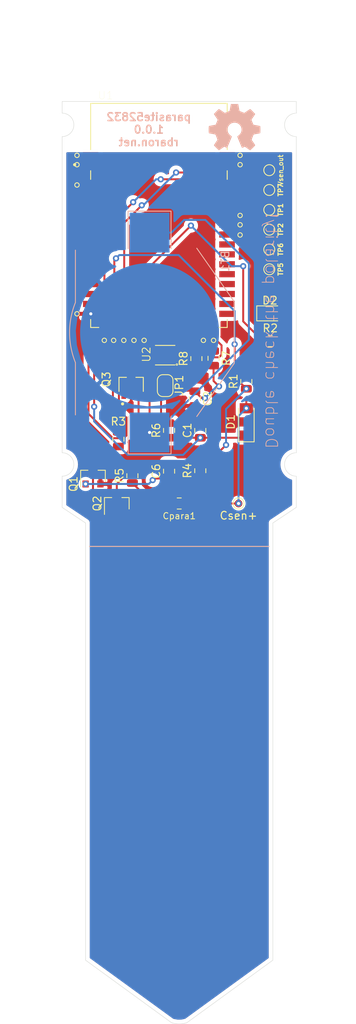
<source format=kicad_pcb>
(kicad_pcb (version 20171130) (host pcbnew "(5.1.2-1)-1")

  (general
    (thickness 1.6)
    (drawings 43)
    (tracks 178)
    (zones 0)
    (modules 29)
    (nets 48)
  )

  (page A4)
  (title_block
    (title parasite)
    (date 2021-02-05)
    (rev 1.1.0)
    (company rbaron.net)
  )

  (layers
    (0 F.Cu signal)
    (31 B.Cu signal)
    (32 B.Adhes user)
    (33 F.Adhes user)
    (34 B.Paste user)
    (35 F.Paste user)
    (36 B.SilkS user)
    (37 F.SilkS user)
    (38 B.Mask user)
    (39 F.Mask user)
    (40 Dwgs.User user)
    (41 Cmts.User user)
    (42 Eco1.User user hide)
    (43 Eco2.User user hide)
    (44 Edge.Cuts user)
    (45 Margin user)
    (46 B.CrtYd user)
    (47 F.CrtYd user)
    (48 B.Fab user)
    (49 F.Fab user)
  )

  (setup
    (last_trace_width 0.25)
    (user_trace_width 0.5)
    (user_trace_width 5)
    (user_trace_width 10)
    (trace_clearance 0.2)
    (zone_clearance 0.508)
    (zone_45_only no)
    (trace_min 0.2)
    (via_size 0.8)
    (via_drill 0.4)
    (via_min_size 0.4)
    (via_min_drill 0.3)
    (uvia_size 0.3)
    (uvia_drill 0.1)
    (uvias_allowed no)
    (uvia_min_size 0.2)
    (uvia_min_drill 0.1)
    (edge_width 0.05)
    (segment_width 0.2)
    (pcb_text_width 0.3)
    (pcb_text_size 1.5 1.5)
    (mod_edge_width 0.12)
    (mod_text_size 1 1)
    (mod_text_width 0.15)
    (pad_size 6 5.5)
    (pad_drill 0)
    (pad_to_mask_clearance 0.051)
    (solder_mask_min_width 0.25)
    (aux_axis_origin 0 0)
    (visible_elements FFFFFFFF)
    (pcbplotparams
      (layerselection 0x010fc_ffffffff)
      (usegerberextensions false)
      (usegerberattributes false)
      (usegerberadvancedattributes false)
      (creategerberjobfile false)
      (excludeedgelayer true)
      (linewidth 0.100000)
      (plotframeref false)
      (viasonmask false)
      (mode 1)
      (useauxorigin false)
      (hpglpennumber 1)
      (hpglpenspeed 20)
      (hpglpendiameter 15.000000)
      (psnegative false)
      (psa4output false)
      (plotreference true)
      (plotvalue true)
      (plotinvisibletext false)
      (padsonsilk false)
      (subtractmaskfromsilk false)
      (outputformat 1)
      (mirror false)
      (drillshape 0)
      (scaleselection 1)
      (outputdirectory "gerber/"))
  )

  (net 0 "")
  (net 1 GND)
  (net 2 /Csen+)
  (net 3 /PWM)
  (net 4 "Net-(C6-Pad1)")
  (net 5 "Net-(Q2-Pad3)")
  (net 6 "Net-(Q1-Pad3)")
  (net 7 "Net-(BT1-Pad1)")
  (net 8 /SENS_OUT)
  (net 9 "Net-(D2-Pad2)")
  (net 10 +3V0)
  (net 11 /LED)
  (net 12 /FAST_DISCH_EN)
  (net 13 "Net-(TP1-Pad1)")
  (net 14 "Net-(TP2-Pad1)")
  (net 15 "Net-(TP5-Pad1)")
  (net 16 "Net-(U1-Pad41)")
  (net 17 "Net-(U1-Pad40)")
  (net 18 "Net-(U1-Pad39)")
  (net 19 "Net-(U1-Pad35)")
  (net 20 "Net-(U1-Pad34)")
  (net 21 "Net-(U1-Pad33)")
  (net 22 "Net-(U1-Pad32)")
  (net 23 "Net-(U1-Pad31)")
  (net 24 "Net-(U1-Pad30)")
  (net 25 "Net-(U1-Pad29)")
  (net 26 "Net-(U1-Pad28)")
  (net 27 "Net-(U1-Pad25)")
  (net 28 "Net-(U1-Pad24)")
  (net 29 "Net-(U1-Pad23)")
  (net 30 "Net-(U1-Pad22)")
  (net 31 "Net-(U1-Pad21)")
  (net 32 "Net-(U1-Pad14)")
  (net 33 "Net-(U1-Pad13)")
  (net 34 "Net-(U1-Pad12)")
  (net 35 "Net-(U1-Pad11)")
  (net 36 "Net-(U1-Pad10)")
  (net 37 "Net-(U1-Pad9)")
  (net 38 "Net-(U1-Pad8)")
  (net 39 "Net-(U1-Pad7)")
  (net 40 "Net-(U1-Pad6)")
  (net 41 "Net-(U1-Pad5)")
  (net 42 "Net-(U1-Pad4)")
  (net 43 "Net-(U1-Pad3)")
  (net 44 /SCL)
  (net 45 /SDA)
  (net 46 "Net-(U2-Pad6)")
  (net 47 "Net-(U2-Pad3)")

  (net_class Default "This is the default net class."
    (clearance 0.2)
    (trace_width 0.25)
    (via_dia 0.8)
    (via_drill 0.4)
    (uvia_dia 0.3)
    (uvia_drill 0.1)
    (add_net +3V0)
    (add_net /Csen+)
    (add_net /FAST_DISCH_EN)
    (add_net /LED)
    (add_net /PWM)
    (add_net /SCL)
    (add_net /SDA)
    (add_net /SENS_OUT)
    (add_net GND)
    (add_net "Net-(BT1-Pad1)")
    (add_net "Net-(C6-Pad1)")
    (add_net "Net-(D2-Pad2)")
    (add_net "Net-(Q1-Pad3)")
    (add_net "Net-(Q2-Pad3)")
    (add_net "Net-(TP1-Pad1)")
    (add_net "Net-(TP2-Pad1)")
    (add_net "Net-(TP5-Pad1)")
    (add_net "Net-(U1-Pad10)")
    (add_net "Net-(U1-Pad11)")
    (add_net "Net-(U1-Pad12)")
    (add_net "Net-(U1-Pad13)")
    (add_net "Net-(U1-Pad14)")
    (add_net "Net-(U1-Pad21)")
    (add_net "Net-(U1-Pad22)")
    (add_net "Net-(U1-Pad23)")
    (add_net "Net-(U1-Pad24)")
    (add_net "Net-(U1-Pad25)")
    (add_net "Net-(U1-Pad28)")
    (add_net "Net-(U1-Pad29)")
    (add_net "Net-(U1-Pad3)")
    (add_net "Net-(U1-Pad30)")
    (add_net "Net-(U1-Pad31)")
    (add_net "Net-(U1-Pad32)")
    (add_net "Net-(U1-Pad33)")
    (add_net "Net-(U1-Pad34)")
    (add_net "Net-(U1-Pad35)")
    (add_net "Net-(U1-Pad39)")
    (add_net "Net-(U1-Pad4)")
    (add_net "Net-(U1-Pad40)")
    (add_net "Net-(U1-Pad41)")
    (add_net "Net-(U1-Pad5)")
    (add_net "Net-(U1-Pad6)")
    (add_net "Net-(U1-Pad7)")
    (add_net "Net-(U1-Pad8)")
    (add_net "Net-(U1-Pad9)")
    (add_net "Net-(U2-Pad3)")
    (add_net "Net-(U2-Pad6)")
  )

  (module Symbol:OSHW-Symbol_6.7x6mm_SilkScreen (layer B.Cu) (tedit 0) (tstamp 6035F9CA)
    (at 125.1 45.3 180)
    (descr "Open Source Hardware Symbol")
    (tags "Logo Symbol OSHW")
    (attr virtual)
    (fp_text reference REF** (at 0 0) (layer B.SilkS) hide
      (effects (font (size 1 1) (thickness 0.15)) (justify mirror))
    )
    (fp_text value OSHW-Symbol_6.7x6mm_SilkScreen (at 0.75 0) (layer B.Fab) hide
      (effects (font (size 1 1) (thickness 0.15)) (justify mirror))
    )
    (fp_poly (pts (xy 0.555814 2.531069) (xy 0.639635 2.086445) (xy 0.94892 1.958947) (xy 1.258206 1.831449)
      (xy 1.629246 2.083754) (xy 1.733157 2.154004) (xy 1.827087 2.216728) (xy 1.906652 2.269062)
      (xy 1.96747 2.308143) (xy 2.005157 2.331107) (xy 2.015421 2.336058) (xy 2.03391 2.323324)
      (xy 2.07342 2.288118) (xy 2.129522 2.234938) (xy 2.197787 2.168282) (xy 2.273786 2.092646)
      (xy 2.353092 2.012528) (xy 2.431275 1.932426) (xy 2.503907 1.856836) (xy 2.566559 1.790255)
      (xy 2.614803 1.737182) (xy 2.64421 1.702113) (xy 2.651241 1.690377) (xy 2.641123 1.66874)
      (xy 2.612759 1.621338) (xy 2.569129 1.552807) (xy 2.513218 1.467785) (xy 2.448006 1.370907)
      (xy 2.410219 1.31565) (xy 2.341343 1.214752) (xy 2.28014 1.123701) (xy 2.229578 1.04703)
      (xy 2.192628 0.989272) (xy 2.172258 0.954957) (xy 2.169197 0.947746) (xy 2.176136 0.927252)
      (xy 2.195051 0.879487) (xy 2.223087 0.811168) (xy 2.257391 0.729011) (xy 2.295109 0.63973)
      (xy 2.333387 0.550042) (xy 2.36937 0.466662) (xy 2.400206 0.396306) (xy 2.423039 0.34569)
      (xy 2.435017 0.321529) (xy 2.435724 0.320578) (xy 2.454531 0.315964) (xy 2.504618 0.305672)
      (xy 2.580793 0.290713) (xy 2.677865 0.272099) (xy 2.790643 0.250841) (xy 2.856442 0.238582)
      (xy 2.97695 0.215638) (xy 3.085797 0.193805) (xy 3.177476 0.174278) (xy 3.246481 0.158252)
      (xy 3.287304 0.146921) (xy 3.295511 0.143326) (xy 3.303548 0.118994) (xy 3.310033 0.064041)
      (xy 3.31497 -0.015108) (xy 3.318364 -0.112026) (xy 3.320218 -0.220287) (xy 3.320538 -0.333465)
      (xy 3.319327 -0.445135) (xy 3.31659 -0.548868) (xy 3.312331 -0.638241) (xy 3.306555 -0.706826)
      (xy 3.299267 -0.748197) (xy 3.294895 -0.75681) (xy 3.268764 -0.767133) (xy 3.213393 -0.781892)
      (xy 3.136107 -0.799352) (xy 3.04423 -0.81778) (xy 3.012158 -0.823741) (xy 2.857524 -0.852066)
      (xy 2.735375 -0.874876) (xy 2.641673 -0.89308) (xy 2.572384 -0.907583) (xy 2.523471 -0.919292)
      (xy 2.490897 -0.929115) (xy 2.470628 -0.937956) (xy 2.458626 -0.946724) (xy 2.456947 -0.948457)
      (xy 2.440184 -0.976371) (xy 2.414614 -1.030695) (xy 2.382788 -1.104777) (xy 2.34726 -1.191965)
      (xy 2.310583 -1.285608) (xy 2.275311 -1.379052) (xy 2.243996 -1.465647) (xy 2.219193 -1.53874)
      (xy 2.203454 -1.591678) (xy 2.199332 -1.617811) (xy 2.199676 -1.618726) (xy 2.213641 -1.640086)
      (xy 2.245322 -1.687084) (xy 2.291391 -1.754827) (xy 2.348518 -1.838423) (xy 2.413373 -1.932982)
      (xy 2.431843 -1.959854) (xy 2.497699 -2.057275) (xy 2.55565 -2.146163) (xy 2.602538 -2.221412)
      (xy 2.635207 -2.27792) (xy 2.6505 -2.310581) (xy 2.651241 -2.314593) (xy 2.638392 -2.335684)
      (xy 2.602888 -2.377464) (xy 2.549293 -2.435445) (xy 2.482171 -2.505135) (xy 2.406087 -2.582045)
      (xy 2.325604 -2.661683) (xy 2.245287 -2.739561) (xy 2.169699 -2.811186) (xy 2.103405 -2.87207)
      (xy 2.050969 -2.917721) (xy 2.016955 -2.94365) (xy 2.007545 -2.947883) (xy 1.985643 -2.937912)
      (xy 1.9408 -2.91102) (xy 1.880321 -2.871736) (xy 1.833789 -2.840117) (xy 1.749475 -2.782098)
      (xy 1.649626 -2.713784) (xy 1.549473 -2.645579) (xy 1.495627 -2.609075) (xy 1.313371 -2.4858)
      (xy 1.160381 -2.56852) (xy 1.090682 -2.604759) (xy 1.031414 -2.632926) (xy 0.991311 -2.648991)
      (xy 0.981103 -2.651226) (xy 0.968829 -2.634722) (xy 0.944613 -2.588082) (xy 0.910263 -2.515609)
      (xy 0.867588 -2.421606) (xy 0.818394 -2.310374) (xy 0.76449 -2.186215) (xy 0.707684 -2.053432)
      (xy 0.649782 -1.916327) (xy 0.592593 -1.779202) (xy 0.537924 -1.646358) (xy 0.487584 -1.522098)
      (xy 0.44338 -1.410725) (xy 0.407119 -1.316539) (xy 0.380609 -1.243844) (xy 0.365658 -1.196941)
      (xy 0.363254 -1.180833) (xy 0.382311 -1.160286) (xy 0.424036 -1.126933) (xy 0.479706 -1.087702)
      (xy 0.484378 -1.084599) (xy 0.628264 -0.969423) (xy 0.744283 -0.835053) (xy 0.83143 -0.685784)
      (xy 0.888699 -0.525913) (xy 0.915086 -0.359737) (xy 0.909585 -0.191552) (xy 0.87119 -0.025655)
      (xy 0.798895 0.133658) (xy 0.777626 0.168513) (xy 0.666996 0.309263) (xy 0.536302 0.422286)
      (xy 0.390064 0.506997) (xy 0.232808 0.562806) (xy 0.069057 0.589126) (xy -0.096667 0.58537)
      (xy -0.259838 0.55095) (xy -0.415935 0.485277) (xy -0.560433 0.387765) (xy -0.605131 0.348187)
      (xy -0.718888 0.224297) (xy -0.801782 0.093876) (xy -0.858644 -0.052315) (xy -0.890313 -0.197088)
      (xy -0.898131 -0.35986) (xy -0.872062 -0.52344) (xy -0.814755 -0.682298) (xy -0.728856 -0.830906)
      (xy -0.617014 -0.963735) (xy -0.481877 -1.075256) (xy -0.464117 -1.087011) (xy -0.40785 -1.125508)
      (xy -0.365077 -1.158863) (xy -0.344628 -1.18016) (xy -0.344331 -1.180833) (xy -0.348721 -1.203871)
      (xy -0.366124 -1.256157) (xy -0.394732 -1.33339) (xy -0.432735 -1.431268) (xy -0.478326 -1.545491)
      (xy -0.529697 -1.671758) (xy -0.585038 -1.805767) (xy -0.642542 -1.943218) (xy -0.700399 -2.079808)
      (xy -0.756802 -2.211237) (xy -0.809942 -2.333205) (xy -0.85801 -2.441409) (xy -0.899199 -2.531549)
      (xy -0.931699 -2.599323) (xy -0.953703 -2.64043) (xy -0.962564 -2.651226) (xy -0.98964 -2.642819)
      (xy -1.040303 -2.620272) (xy -1.105817 -2.587613) (xy -1.141841 -2.56852) (xy -1.294832 -2.4858)
      (xy -1.477088 -2.609075) (xy -1.570125 -2.672228) (xy -1.671985 -2.741727) (xy -1.767438 -2.807165)
      (xy -1.81525 -2.840117) (xy -1.882495 -2.885273) (xy -1.939436 -2.921057) (xy -1.978646 -2.942938)
      (xy -1.991381 -2.947563) (xy -2.009917 -2.935085) (xy -2.050941 -2.900252) (xy -2.110475 -2.846678)
      (xy -2.184542 -2.777983) (xy -2.269165 -2.697781) (xy -2.322685 -2.646286) (xy -2.416319 -2.554286)
      (xy -2.497241 -2.471999) (xy -2.562177 -2.402945) (xy -2.607858 -2.350644) (xy -2.631011 -2.318616)
      (xy -2.633232 -2.312116) (xy -2.622924 -2.287394) (xy -2.594439 -2.237405) (xy -2.550937 -2.167212)
      (xy -2.495577 -2.081875) (xy -2.43152 -1.986456) (xy -2.413303 -1.959854) (xy -2.346927 -1.863167)
      (xy -2.287378 -1.776117) (xy -2.237984 -1.703595) (xy -2.202075 -1.650493) (xy -2.182981 -1.621703)
      (xy -2.181136 -1.618726) (xy -2.183895 -1.595782) (xy -2.198538 -1.545336) (xy -2.222513 -1.474041)
      (xy -2.253266 -1.388547) (xy -2.288244 -1.295507) (xy -2.324893 -1.201574) (xy -2.360661 -1.113399)
      (xy -2.392994 -1.037634) (xy -2.419338 -0.980931) (xy -2.437142 -0.949943) (xy -2.438407 -0.948457)
      (xy -2.449294 -0.939601) (xy -2.467682 -0.930843) (xy -2.497606 -0.921277) (xy -2.543103 -0.909996)
      (xy -2.608209 -0.896093) (xy -2.696961 -0.878663) (xy -2.813393 -0.856798) (xy -2.961542 -0.829591)
      (xy -2.993618 -0.823741) (xy -3.088686 -0.805374) (xy -3.171565 -0.787405) (xy -3.23493 -0.771569)
      (xy -3.271458 -0.7596) (xy -3.276356 -0.75681) (xy -3.284427 -0.732072) (xy -3.290987 -0.67679)
      (xy -3.296033 -0.597389) (xy -3.299559 -0.500296) (xy -3.301561 -0.391938) (xy -3.302036 -0.27874)
      (xy -3.300977 -0.167128) (xy -3.298382 -0.063529) (xy -3.294246 0.025632) (xy -3.288563 0.093928)
      (xy -3.281331 0.134934) (xy -3.276971 0.143326) (xy -3.252698 0.151792) (xy -3.197426 0.165565)
      (xy -3.116662 0.18345) (xy -3.015912 0.204252) (xy -2.900683 0.226777) (xy -2.837902 0.238582)
      (xy -2.718787 0.260849) (xy -2.612565 0.281021) (xy -2.524427 0.298085) (xy -2.459566 0.311031)
      (xy -2.423174 0.318845) (xy -2.417184 0.320578) (xy -2.407061 0.34011) (xy -2.385662 0.387157)
      (xy -2.355839 0.454997) (xy -2.320445 0.536909) (xy -2.282332 0.626172) (xy -2.244353 0.716065)
      (xy -2.20936 0.799865) (xy -2.180206 0.870853) (xy -2.159743 0.922306) (xy -2.150823 0.947503)
      (xy -2.150657 0.948604) (xy -2.160769 0.968481) (xy -2.189117 1.014223) (xy -2.232723 1.081283)
      (xy -2.288606 1.165116) (xy -2.353787 1.261174) (xy -2.391679 1.31635) (xy -2.460725 1.417519)
      (xy -2.52205 1.50937) (xy -2.572663 1.587256) (xy -2.609571 1.646531) (xy -2.629782 1.682549)
      (xy -2.632701 1.690623) (xy -2.620153 1.709416) (xy -2.585463 1.749543) (xy -2.533063 1.806507)
      (xy -2.467384 1.875815) (xy -2.392856 1.952969) (xy -2.313913 2.033475) (xy -2.234983 2.112837)
      (xy -2.1605 2.18656) (xy -2.094894 2.250148) (xy -2.042596 2.299106) (xy -2.008039 2.328939)
      (xy -1.996478 2.336058) (xy -1.977654 2.326047) (xy -1.932631 2.297922) (xy -1.865787 2.254546)
      (xy -1.781499 2.198782) (xy -1.684144 2.133494) (xy -1.610707 2.083754) (xy -1.239667 1.831449)
      (xy -0.621095 2.086445) (xy -0.537275 2.531069) (xy -0.453454 2.975693) (xy 0.471994 2.975693)
      (xy 0.555814 2.531069)) (layer B.SilkS) (width 0.01))
  )

  (module snapeda:DFN250X250X100-9N (layer F.Cu) (tedit 60356372) (tstamp 6035D952)
    (at 116.2 74.5 180)
    (path /603581DD)
    (fp_text reference U2 (at 2.4 0.1 90) (layer F.SilkS)
      (effects (font (size 1 1) (thickness 0.120124)))
    )
    (fp_text value SHT30-DIS-B (at 3.381609 1.8952) (layer F.Fab)
      (effects (font (size 0.480001 0.480001) (thickness 0.015)))
    )
    (fp_circle (center 0 0) (end 0.75 0) (layer F.Fab) (width 0.127))
    (fp_line (start 1.75 -1.5) (end -1.75 -1.5) (layer F.CrtYd) (width 0.127))
    (fp_line (start 1.75 1.5) (end 1.75 -1.5) (layer F.CrtYd) (width 0.127))
    (fp_line (start -1.75 1.5) (end 1.75 1.5) (layer F.CrtYd) (width 0.127))
    (fp_line (start -1.75 -1.5) (end -1.75 1.5) (layer F.CrtYd) (width 0.127))
    (fp_circle (center -1.5 -1.2) (end -1.4 -1.2) (layer F.SilkS) (width 0.1))
    (fp_poly (pts (xy -0.450426 -0.8) (xy 0.45 -0.8) (xy 0.45 0.800757) (xy -0.450426 0.800757)) (layer F.Paste) (width 0.01))
    (fp_line (start -1.25 -1.25) (end -1.25 1.25) (layer F.Fab) (width 0.127))
    (fp_line (start 1.25 -1.25) (end -1.25 -1.25) (layer F.SilkS) (width 0.127))
    (fp_line (start 1.25 1.25) (end 1.25 -1.25) (layer F.Fab) (width 0.127))
    (fp_line (start -1.25 1.25) (end 1.25 1.25) (layer F.SilkS) (width 0.127))
    (pad 9 smd rect (at 0 0 180) (size 1 1.7) (layers F.Cu F.Mask)
      (net 1 GND))
    (pad 5 smd rect (at 1.175 0.75 180) (size 0.55 0.25) (layers F.Cu F.Paste F.Mask)
      (net 10 +3V0))
    (pad 6 smd rect (at 1.175 0.25 180) (size 0.55 0.25) (layers F.Cu F.Paste F.Mask)
      (net 46 "Net-(U2-Pad6)"))
    (pad 7 smd rect (at 1.175 -0.25 180) (size 0.55 0.25) (layers F.Cu F.Paste F.Mask)
      (net 1 GND))
    (pad 8 smd rect (at 1.175 -0.75 180) (size 0.55 0.25) (layers F.Cu F.Paste F.Mask)
      (net 1 GND))
    (pad 4 smd rect (at -1.175 0.75 180) (size 0.55 0.25) (layers F.Cu F.Paste F.Mask)
      (net 44 /SCL))
    (pad 3 smd rect (at -1.175 0.25 180) (size 0.55 0.25) (layers F.Cu F.Paste F.Mask)
      (net 47 "Net-(U2-Pad3)"))
    (pad 2 smd rect (at -1.175 -0.25 180) (size 0.55 0.25) (layers F.Cu F.Paste F.Mask)
      (net 1 GND))
    (pad 1 smd rect (at -1.175 -0.75 180) (size 0.55 0.25) (layers F.Cu F.Paste F.Mask)
      (net 45 /SDA))
  )

  (module snapeda:XCVR_E73-2G4M04S1B (layer F.Cu) (tedit 60351C1C) (tstamp 6035DFF6)
    (at 115.4 56.6)
    (path /60359A82)
    (fp_text reference U1 (at -6.825 -15.375) (layer F.SilkS)
      (effects (font (size 1 1) (thickness 0.015)))
    )
    (fp_text value E73-2G4M04S1B (at 1.43 16.365) (layer F.Fab)
      (effects (font (size 1 1) (thickness 0.015)))
    )
    (fp_line (start -8.75 -8.288) (end 8.75 -8.288) (layer F.Fab) (width 0.127))
    (fp_line (start 8.75 14.35) (end 8.75 13.325) (layer F.SilkS) (width 0.127))
    (fp_line (start 8.75 -5.725) (end 8.75 -4.625) (layer F.SilkS) (width 0.127))
    (fp_line (start 7.705 14.35) (end 8.75 14.35) (layer F.SilkS) (width 0.127))
    (fp_line (start -8.75 14.35) (end -7.705 14.35) (layer F.SilkS) (width 0.127))
    (fp_line (start -8.75 14.35) (end -8.75 13.325) (layer F.SilkS) (width 0.127))
    (fp_line (start 8.75 -8.435) (end 8.75 -14.35) (layer F.SilkS) (width 0.127))
    (fp_line (start 8.75 -14.35) (end -8.75 -14.35) (layer F.SilkS) (width 0.127))
    (fp_line (start -8.75 -14.35) (end -8.75 -8.435) (layer F.SilkS) (width 0.127))
    (fp_line (start -8.75 -5.725) (end -8.75 -4.625) (layer F.SilkS) (width 0.127))
    (fp_circle (center -10.8 -6.5) (end -10.7 -6.5) (layer F.SilkS) (width 0.2))
    (fp_circle (center -10.8 -6.5) (end -10.7 -6.5) (layer F.Fab) (width 0.2))
    (fp_text user under~the~module (at -5 3) (layer F.Fab)
      (effects (font (size 0.5 0.5) (thickness 0.015)))
    )
    (fp_text user Avoid~traces~in~Bottom~Layer (at -5 2) (layer F.Fab)
      (effects (font (size 0.5 0.5) (thickness 0.015)))
    )
    (fp_poly (pts (xy -8.75 -14.35) (xy 8.75 -14.35) (xy 8.75 14.35) (xy -8.75 14.35)) (layer Dwgs.User) (width 0.01))
    (fp_poly (pts (xy -8.75 -14.35) (xy -8.75 -8.1) (xy -7.75 -8.1) (xy -7.75 -6.045)
      (xy -8.75 -6.045) (xy -8.75 -4.305) (xy -7.73 -4.305) (xy -7.73 13.3)
      (xy 7.73 13.3) (xy 7.73 -4.305) (xy 8.75 -4.305) (xy 8.75 -6.045)
      (xy 7.75 -6.045) (xy 7.75 -8.115) (xy 8.75 -8.115) (xy 8.75 -14.35)) (layer Dwgs.User) (width 0.01))
    (fp_line (start 10 -14.6) (end -10 -14.6) (layer F.CrtYd) (width 0.05))
    (fp_line (start 10 15.6) (end 10 -14.6) (layer F.CrtYd) (width 0.05))
    (fp_line (start -10 15.6) (end 10 15.6) (layer F.CrtYd) (width 0.05))
    (fp_line (start -10 -14.6) (end -10 15.6) (layer F.CrtYd) (width 0.05))
    (fp_line (start 8.75 -14.35) (end -8.75 -14.35) (layer F.Fab) (width 0.127))
    (fp_line (start 8.75 -8.288) (end 8.75 -14.35) (layer F.Fab) (width 0.127))
    (fp_line (start 8.75 14.35) (end 8.75 -8.288) (layer F.Fab) (width 0.127))
    (fp_line (start -8.75 14.35) (end 8.75 14.35) (layer F.Fab) (width 0.127))
    (fp_line (start -8.75 -8.288) (end -8.75 14.35) (layer F.Fab) (width 0.127))
    (fp_line (start -8.75 -14.35) (end -8.75 -8.288) (layer F.Fab) (width 0.127))
    (pad 42 smd rect (at 8.75 -6.445) (size 2 0.8) (layers F.Cu F.Paste F.Mask)
      (net 1 GND))
    (pad 43 smd rect (at 8.75 -7.715) (size 2 0.8) (layers F.Cu F.Paste F.Mask)
      (net 1 GND))
    (pad 41 smd rect (at 8.73 -3.905) (size 2 0.8) (layers F.Cu F.Paste F.Mask)
      (net 16 "Net-(U1-Pad41)"))
    (pad 40 smd rect (at 8.73 -2.635) (size 2 0.8) (layers F.Cu F.Paste F.Mask)
      (net 17 "Net-(U1-Pad40)"))
    (pad 39 smd rect (at 8.73 -1.365) (size 2 0.8) (layers F.Cu F.Paste F.Mask)
      (net 18 "Net-(U1-Pad39)"))
    (pad 38 smd rect (at 8.73 -0.095) (size 2 0.8) (layers F.Cu F.Paste F.Mask)
      (net 13 "Net-(TP1-Pad1)"))
    (pad 37 smd rect (at 8.73 1.175) (size 2 0.8) (layers F.Cu F.Paste F.Mask)
      (net 14 "Net-(TP2-Pad1)"))
    (pad 36 smd rect (at 8.73 2.445) (size 2 0.8) (layers F.Cu F.Paste F.Mask)
      (net 15 "Net-(TP5-Pad1)"))
    (pad 35 smd rect (at 8.73 3.715) (size 2 0.8) (layers F.Cu F.Paste F.Mask)
      (net 19 "Net-(U1-Pad35)"))
    (pad 34 smd rect (at 8.73 4.985) (size 2 0.8) (layers F.Cu F.Paste F.Mask)
      (net 20 "Net-(U1-Pad34)"))
    (pad 33 smd rect (at 8.73 6.255) (size 2 0.8) (layers F.Cu F.Paste F.Mask)
      (net 21 "Net-(U1-Pad33)"))
    (pad 32 smd rect (at 8.73 7.525) (size 2 0.8) (layers F.Cu F.Paste F.Mask)
      (net 22 "Net-(U1-Pad32)"))
    (pad 31 smd rect (at 8.73 8.795) (size 2 0.8) (layers F.Cu F.Paste F.Mask)
      (net 23 "Net-(U1-Pad31)"))
    (pad 30 smd rect (at 8.73 10.065) (size 2 0.8) (layers F.Cu F.Paste F.Mask)
      (net 24 "Net-(U1-Pad30)"))
    (pad 29 smd rect (at 8.73 11.335) (size 2 0.8) (layers F.Cu F.Paste F.Mask)
      (net 25 "Net-(U1-Pad29)"))
    (pad 28 smd rect (at 8.73 12.605) (size 2 0.8) (layers F.Cu F.Paste F.Mask)
      (net 26 "Net-(U1-Pad28)"))
    (pad 27 smd rect (at 6.985 14.35) (size 0.8 2) (layers F.Cu F.Paste F.Mask)
      (net 45 /SDA))
    (pad 26 smd rect (at 5.715 14.35) (size 0.8 2) (layers F.Cu F.Paste F.Mask)
      (net 44 /SCL))
    (pad 25 smd rect (at 4.445 14.35) (size 0.8 2) (layers F.Cu F.Paste F.Mask)
      (net 27 "Net-(U1-Pad25)"))
    (pad 24 smd rect (at 3.175 14.35) (size 0.8 2) (layers F.Cu F.Paste F.Mask)
      (net 28 "Net-(U1-Pad24)"))
    (pad 23 smd rect (at 1.905 14.35) (size 0.8 2) (layers F.Cu F.Paste F.Mask)
      (net 29 "Net-(U1-Pad23)"))
    (pad 22 smd rect (at 0.635 14.35) (size 0.8 2) (layers F.Cu F.Paste F.Mask)
      (net 30 "Net-(U1-Pad22)"))
    (pad 21 smd rect (at -0.635 14.35) (size 0.8 2) (layers F.Cu F.Paste F.Mask)
      (net 31 "Net-(U1-Pad21)"))
    (pad 20 smd rect (at -1.905 14.35) (size 0.8 2) (layers F.Cu F.Paste F.Mask)
      (net 12 /FAST_DISCH_EN))
    (pad 19 smd rect (at -3.175 14.35) (size 0.8 2) (layers F.Cu F.Paste F.Mask)
      (net 11 /LED))
    (pad 18 smd rect (at -4.445 14.35) (size 0.8 2) (layers F.Cu F.Paste F.Mask)
      (net 8 /SENS_OUT))
    (pad 17 smd rect (at -5.715 14.35) (size 0.8 2) (layers F.Cu F.Paste F.Mask)
      (net 3 /PWM))
    (pad 16 smd rect (at -6.985 14.35) (size 0.8 2) (layers F.Cu F.Paste F.Mask)
      (net 10 +3V0))
    (pad 15 smd rect (at -8.73 12.605) (size 2 0.8) (layers F.Cu F.Paste F.Mask)
      (net 1 GND))
    (pad 14 smd rect (at -8.73 11.335) (size 2 0.8) (layers F.Cu F.Paste F.Mask)
      (net 32 "Net-(U1-Pad14)"))
    (pad 13 smd rect (at -8.73 10.065) (size 2 0.8) (layers F.Cu F.Paste F.Mask)
      (net 33 "Net-(U1-Pad13)"))
    (pad 12 smd rect (at -8.73 8.795) (size 2 0.8) (layers F.Cu F.Paste F.Mask)
      (net 34 "Net-(U1-Pad12)"))
    (pad 11 smd rect (at -8.73 7.525) (size 2 0.8) (layers F.Cu F.Paste F.Mask)
      (net 35 "Net-(U1-Pad11)"))
    (pad 10 smd rect (at -8.73 6.255) (size 2 0.8) (layers F.Cu F.Paste F.Mask)
      (net 36 "Net-(U1-Pad10)"))
    (pad 9 smd rect (at -8.73 4.985) (size 2 0.8) (layers F.Cu F.Paste F.Mask)
      (net 37 "Net-(U1-Pad9)"))
    (pad 8 smd rect (at -8.73 3.715) (size 2 0.8) (layers F.Cu F.Paste F.Mask)
      (net 38 "Net-(U1-Pad8)"))
    (pad 7 smd rect (at -8.73 2.445) (size 2 0.8) (layers F.Cu F.Paste F.Mask)
      (net 39 "Net-(U1-Pad7)"))
    (pad 6 smd rect (at -8.73 1.175) (size 2 0.8) (layers F.Cu F.Paste F.Mask)
      (net 40 "Net-(U1-Pad6)"))
    (pad 5 smd rect (at -8.73 -0.095) (size 2 0.8) (layers F.Cu F.Paste F.Mask)
      (net 41 "Net-(U1-Pad5)"))
    (pad 4 smd rect (at -8.73 -1.365) (size 2 0.8) (layers F.Cu F.Paste F.Mask)
      (net 42 "Net-(U1-Pad4)"))
    (pad 3 smd rect (at -8.73 -2.635) (size 2 0.8) (layers F.Cu F.Paste F.Mask)
      (net 43 "Net-(U1-Pad3)"))
    (pad 2 smd rect (at -8.73 -3.905) (size 2 0.8) (layers F.Cu F.Paste F.Mask)
      (net 1 GND))
    (pad 1 smd rect (at -8.75 -6.445) (size 2 0.8) (layers F.Cu F.Paste F.Mask)
      (net 1 GND))
    (pad 0 smd rect (at -8.75 -7.715) (size 2 0.8) (layers F.Cu F.Paste F.Mask)
      (net 1 GND))
  )

  (module snapeda:SOT95P280X125-3N (layer F.Cu) (tedit 603403B8) (tstamp 60359980)
    (at 111.84 78.24 90)
    (path /60388E46)
    (fp_text reference Q3 (at 0.635 -3.175 90) (layer F.SilkS)
      (effects (font (size 1 1) (thickness 0.15)))
    )
    (fp_text value AO3407A (at 7.62 3.175 90) (layer F.Fab)
      (effects (font (size 1 1) (thickness 0.015)))
    )
    (fp_circle (center -2.5 -1.1) (end -2.4 -1.1) (layer F.Fab) (width 0.2))
    (fp_circle (center -2.5 -1.1) (end -2.4 -1.1) (layer F.SilkS) (width 0.2))
    (fp_line (start -2.11 1.8) (end -2.11 -1.8) (layer F.CrtYd) (width 0.05))
    (fp_line (start 2.11 1.8) (end -2.11 1.8) (layer F.CrtYd) (width 0.05))
    (fp_line (start 2.11 -1.8) (end 2.11 1.8) (layer F.CrtYd) (width 0.05))
    (fp_line (start -2.11 -1.8) (end 2.11 -1.8) (layer F.CrtYd) (width 0.05))
    (fp_line (start 0.9 1.559) (end -0.9 1.559) (layer F.SilkS) (width 0.127))
    (fp_line (start 0.9 0.609) (end 0.9 1.559) (layer F.SilkS) (width 0.127))
    (fp_line (start 0.9 -1.559) (end 0.9 -0.609) (layer F.SilkS) (width 0.127))
    (fp_line (start -0.9 -1.559) (end 0.9 -1.559) (layer F.SilkS) (width 0.127))
    (fp_line (start 0.9 -1.55) (end -0.9 -1.55) (layer F.Fab) (width 0.127))
    (fp_line (start 0.9 1.55) (end 0.9 -1.55) (layer F.Fab) (width 0.127))
    (fp_line (start -0.9 1.55) (end 0.9 1.55) (layer F.Fab) (width 0.127))
    (fp_line (start -0.9 -1.55) (end -0.9 1.55) (layer F.Fab) (width 0.127))
    (pad 3 smd rect (at 1.255 0 90) (size 1.21 0.59) (layers F.Cu F.Paste F.Mask)
      (net 7 "Net-(BT1-Pad1)"))
    (pad 2 smd rect (at -1.255 0.95 90) (size 1.21 0.59) (layers F.Cu F.Paste F.Mask)
      (net 10 +3V0))
    (pad 1 smd rect (at -1.255 -0.95 90) (size 1.21 0.59) (layers F.Cu F.Paste F.Mask)
      (net 1 GND))
  )

  (module Resistor_SMD:R_0805_2012Metric (layer F.Cu) (tedit 5B36C52B) (tstamp 6035DAC9)
    (at 120.2 74.9375 90)
    (descr "Resistor SMD 0805 (2012 Metric), square (rectangular) end terminal, IPC_7351 nominal, (Body size source: https://docs.google.com/spreadsheets/d/1BsfQQcO9C6DZCsRaXUlFlo91Tg2WpOkGARC1WS5S8t0/edit?usp=sharing), generated with kicad-footprint-generator")
    (tags resistor)
    (path /60372D0F)
    (attr smd)
    (fp_text reference R8 (at 0 -1.65 90) (layer F.SilkS)
      (effects (font (size 1 1) (thickness 0.15)))
    )
    (fp_text value 10k (at 0 1.65 90) (layer F.Fab)
      (effects (font (size 1 1) (thickness 0.15)))
    )
    (fp_text user %R (at 0 0 90) (layer F.Fab)
      (effects (font (size 0.5 0.5) (thickness 0.08)))
    )
    (fp_line (start 1.68 0.95) (end -1.68 0.95) (layer F.CrtYd) (width 0.05))
    (fp_line (start 1.68 -0.95) (end 1.68 0.95) (layer F.CrtYd) (width 0.05))
    (fp_line (start -1.68 -0.95) (end 1.68 -0.95) (layer F.CrtYd) (width 0.05))
    (fp_line (start -1.68 0.95) (end -1.68 -0.95) (layer F.CrtYd) (width 0.05))
    (fp_line (start -0.258578 0.71) (end 0.258578 0.71) (layer F.SilkS) (width 0.12))
    (fp_line (start -0.258578 -0.71) (end 0.258578 -0.71) (layer F.SilkS) (width 0.12))
    (fp_line (start 1 0.6) (end -1 0.6) (layer F.Fab) (width 0.1))
    (fp_line (start 1 -0.6) (end 1 0.6) (layer F.Fab) (width 0.1))
    (fp_line (start -1 -0.6) (end 1 -0.6) (layer F.Fab) (width 0.1))
    (fp_line (start -1 0.6) (end -1 -0.6) (layer F.Fab) (width 0.1))
    (pad 2 smd roundrect (at 0.9375 0 90) (size 0.975 1.4) (layers F.Cu F.Paste F.Mask) (roundrect_rratio 0.25)
      (net 45 /SDA))
    (pad 1 smd roundrect (at -0.9375 0 90) (size 0.975 1.4) (layers F.Cu F.Paste F.Mask) (roundrect_rratio 0.25)
      (net 10 +3V0))
    (model ${KISYS3DMOD}/Resistor_SMD.3dshapes/R_0805_2012Metric.wrl
      (at (xyz 0 0 0))
      (scale (xyz 1 1 1))
      (rotate (xyz 0 0 0))
    )
  )

  (module Resistor_SMD:R_0805_2012Metric (layer F.Cu) (tedit 5B36C52B) (tstamp 6035DA68)
    (at 122.4 74.9 270)
    (descr "Resistor SMD 0805 (2012 Metric), square (rectangular) end terminal, IPC_7351 nominal, (Body size source: https://docs.google.com/spreadsheets/d/1BsfQQcO9C6DZCsRaXUlFlo91Tg2WpOkGARC1WS5S8t0/edit?usp=sharing), generated with kicad-footprint-generator")
    (tags resistor)
    (path /6037481E)
    (attr smd)
    (fp_text reference R7 (at 0 -1.65 90) (layer F.SilkS)
      (effects (font (size 1 1) (thickness 0.15)))
    )
    (fp_text value 10k (at 0 1.65 90) (layer F.Fab)
      (effects (font (size 1 1) (thickness 0.15)))
    )
    (fp_text user %R (at 0 0 90) (layer F.Fab)
      (effects (font (size 0.5 0.5) (thickness 0.08)))
    )
    (fp_line (start 1.68 0.95) (end -1.68 0.95) (layer F.CrtYd) (width 0.05))
    (fp_line (start 1.68 -0.95) (end 1.68 0.95) (layer F.CrtYd) (width 0.05))
    (fp_line (start -1.68 -0.95) (end 1.68 -0.95) (layer F.CrtYd) (width 0.05))
    (fp_line (start -1.68 0.95) (end -1.68 -0.95) (layer F.CrtYd) (width 0.05))
    (fp_line (start -0.258578 0.71) (end 0.258578 0.71) (layer F.SilkS) (width 0.12))
    (fp_line (start -0.258578 -0.71) (end 0.258578 -0.71) (layer F.SilkS) (width 0.12))
    (fp_line (start 1 0.6) (end -1 0.6) (layer F.Fab) (width 0.1))
    (fp_line (start 1 -0.6) (end 1 0.6) (layer F.Fab) (width 0.1))
    (fp_line (start -1 -0.6) (end 1 -0.6) (layer F.Fab) (width 0.1))
    (fp_line (start -1 0.6) (end -1 -0.6) (layer F.Fab) (width 0.1))
    (pad 2 smd roundrect (at 0.9375 0 270) (size 0.975 1.4) (layers F.Cu F.Paste F.Mask) (roundrect_rratio 0.25)
      (net 10 +3V0))
    (pad 1 smd roundrect (at -0.9375 0 270) (size 0.975 1.4) (layers F.Cu F.Paste F.Mask) (roundrect_rratio 0.25)
      (net 44 /SCL))
    (model ${KISYS3DMOD}/Resistor_SMD.3dshapes/R_0805_2012Metric.wrl
      (at (xyz 0 0 0))
      (scale (xyz 1 1 1))
      (rotate (xyz 0 0 0))
    )
  )

  (module Capacitor_SMD:C_0805_2012Metric (layer F.Cu) (tedit 5B36C52B) (tstamp 6035CB9B)
    (at 120 80.0625 270)
    (descr "Capacitor SMD 0805 (2012 Metric), square (rectangular) end terminal, IPC_7351 nominal, (Body size source: https://docs.google.com/spreadsheets/d/1BsfQQcO9C6DZCsRaXUlFlo91Tg2WpOkGARC1WS5S8t0/edit?usp=sharing), generated with kicad-footprint-generator")
    (tags capacitor)
    (path /6036F153)
    (attr smd)
    (fp_text reference C2 (at 0 -1.65 90) (layer F.SilkS)
      (effects (font (size 1 1) (thickness 0.15)))
    )
    (fp_text value 100n (at 0 1.65 90) (layer F.Fab)
      (effects (font (size 1 1) (thickness 0.15)))
    )
    (fp_text user %R (at 0 0 90) (layer F.Fab)
      (effects (font (size 0.5 0.5) (thickness 0.08)))
    )
    (fp_line (start 1.68 0.95) (end -1.68 0.95) (layer F.CrtYd) (width 0.05))
    (fp_line (start 1.68 -0.95) (end 1.68 0.95) (layer F.CrtYd) (width 0.05))
    (fp_line (start -1.68 -0.95) (end 1.68 -0.95) (layer F.CrtYd) (width 0.05))
    (fp_line (start -1.68 0.95) (end -1.68 -0.95) (layer F.CrtYd) (width 0.05))
    (fp_line (start -0.258578 0.71) (end 0.258578 0.71) (layer F.SilkS) (width 0.12))
    (fp_line (start -0.258578 -0.71) (end 0.258578 -0.71) (layer F.SilkS) (width 0.12))
    (fp_line (start 1 0.6) (end -1 0.6) (layer F.Fab) (width 0.1))
    (fp_line (start 1 -0.6) (end 1 0.6) (layer F.Fab) (width 0.1))
    (fp_line (start -1 -0.6) (end 1 -0.6) (layer F.Fab) (width 0.1))
    (fp_line (start -1 0.6) (end -1 -0.6) (layer F.Fab) (width 0.1))
    (pad 2 smd roundrect (at 0.9375 0 270) (size 0.975 1.4) (layers F.Cu F.Paste F.Mask) (roundrect_rratio 0.25)
      (net 1 GND))
    (pad 1 smd roundrect (at -0.9375 0 270) (size 0.975 1.4) (layers F.Cu F.Paste F.Mask) (roundrect_rratio 0.25)
      (net 10 +3V0))
    (model ${KISYS3DMOD}/Capacitor_SMD.3dshapes/C_0805_2012Metric.wrl
      (at (xyz 0 0 0))
      (scale (xyz 1 1 1))
      (rotate (xyz 0 0 0))
    )
  )

  (module kicad:BatteryHolder_Keystone_3002_1x2032 (layer B.Cu) (tedit 5D9C7E9A) (tstamp 60358E5D)
    (at 114.2 71.6 270)
    (descr https://www.tme.eu/it/Document/a823211ec201a9e209042d155fe22d2b/KEYS2996.pdf)
    (tags "BR2016 CR2016 DL2016 BR2020 CL2020 BR2025 CR2025 DL2025 DR2032 CR2032 DL2032")
    (path /60386A6F)
    (attr smd)
    (fp_text reference BT1 (at -9.15 -9.7 90) (layer B.SilkS)
      (effects (font (size 1 1) (thickness 0.15)) (justify mirror))
    )
    (fp_text value Battery_Cell (at 0 11 90) (layer B.Fab)
      (effects (font (size 1 1) (thickness 0.15)) (justify mirror))
    )
    (fp_line (start -15.35 2.55) (end -15.35 -2.55) (layer B.Fab) (width 0.1))
    (fp_line (start -15.35 -2.55) (end -10.55 -2.55) (layer B.Fab) (width 0.1))
    (fp_line (start -15.35 2.55) (end -10.55 2.55) (layer B.Fab) (width 0.1))
    (fp_line (start -10.55 -2.55) (end -10.55 -5.85) (layer B.Fab) (width 0.1))
    (fp_line (start 10.55 -2.55) (end 10.55 -5.9) (layer B.Fab) (width 0.1))
    (fp_line (start -3.8 -10.6) (end 3.8 -10.6) (layer B.Fab) (width 0.1))
    (fp_line (start 10.55 -2.55) (end 15.35 -2.55) (layer B.Fab) (width 0.1))
    (fp_line (start 15.35 -2.55) (end 15.35 2.55) (layer B.Fab) (width 0.1))
    (fp_line (start 15.35 2.55) (end 10.55 2.55) (layer B.Fab) (width 0.1))
    (fp_line (start 10.55 2.55) (end 10.55 9.3) (layer B.Fab) (width 0.1))
    (fp_line (start 10.55 9.3) (end -10.55 9.3) (layer B.Fab) (width 0.1))
    (fp_line (start -10.55 2.55) (end -10.55 9.3) (layer B.Fab) (width 0.1))
    (fp_line (start -10.55 -5.85) (end -3.8 -10.6) (layer B.Fab) (width 0.1))
    (fp_line (start -10.8 -6.05) (end -3.95 -10.85) (layer B.SilkS) (width 0.12))
    (fp_line (start -3.95 -10.85) (end 3.95 -10.85) (layer B.SilkS) (width 0.12))
    (fp_line (start 3.95 -10.85) (end 10.75 -6.05) (layer B.SilkS) (width 0.12))
    (fp_line (start 10.55 -5.9) (end 3.8 -10.6) (layer B.Fab) (width 0.1))
    (fp_circle (center 0 0) (end 10 0) (layer Dwgs.User) (width 0.2))
    (fp_line (start -10.55 9.5) (end -3.85 9.5) (layer B.SilkS) (width 0.12))
    (fp_arc (start 0 0) (end 3.85 9.5) (angle 44.1) (layer B.SilkS) (width 0.12))
    (fp_line (start 10.55 9.5) (end 3.85 9.5) (layer B.SilkS) (width 0.12))
    (fp_line (start -15.85 3.05) (end -11.05 3.05) (layer B.CrtYd) (width 0.05))
    (fp_line (start -11.05 3.05) (end -11.05 9.8) (layer B.CrtYd) (width 0.05))
    (fp_line (start -11.05 9.8) (end -3.9 9.8) (layer B.CrtYd) (width 0.05))
    (fp_arc (start 0 0) (end 3.9 9.8) (angle 43.40107348) (layer B.CrtYd) (width 0.05))
    (fp_line (start 11.05 9.8) (end 3.9 9.8) (layer B.CrtYd) (width 0.05))
    (fp_line (start 11.05 9.8) (end 11.05 3.05) (layer B.CrtYd) (width 0.05))
    (fp_line (start 11.05 3.05) (end 15.85 3.05) (layer B.CrtYd) (width 0.05))
    (fp_line (start 15.85 3.05) (end 15.85 -3.05) (layer B.CrtYd) (width 0.05))
    (fp_line (start 15.85 -3.05) (end 11.05 -3.05) (layer B.CrtYd) (width 0.05))
    (fp_line (start 11.05 -3.05) (end 11.05 -6.35) (layer B.CrtYd) (width 0.05))
    (fp_line (start 11.05 -6.35) (end 4.3 -11.1) (layer B.CrtYd) (width 0.05))
    (fp_line (start 4.3 -11.1) (end -4.3 -11.1) (layer B.CrtYd) (width 0.05))
    (fp_line (start -4.3 -11.1) (end -11.05 -6.35) (layer B.CrtYd) (width 0.05))
    (fp_line (start -11.05 -6.35) (end -11.05 -3.05) (layer B.CrtYd) (width 0.05))
    (fp_line (start -11.05 -3.05) (end -15.85 -3.05) (layer B.CrtYd) (width 0.05))
    (fp_line (start -15.85 -3.05) (end -15.85 3.05) (layer B.CrtYd) (width 0.05))
    (fp_line (start -10.75 2.75) (end -15.55 2.75) (layer B.SilkS) (width 0.12))
    (fp_line (start -15.55 2.75) (end -15.55 -2.75) (layer B.SilkS) (width 0.12))
    (fp_line (start -15.55 -2.75) (end -10.75 -2.75) (layer B.SilkS) (width 0.12))
    (fp_line (start 10.75 -2.75) (end 15.55 -2.75) (layer B.SilkS) (width 0.12))
    (fp_line (start 15.55 -2.75) (end 15.55 2.75) (layer B.SilkS) (width 0.12))
    (fp_line (start 15.55 2.75) (end 10.75 2.75) (layer B.SilkS) (width 0.12))
    (fp_text user %R (at -9.15 -9.7 90) (layer B.Fab)
      (effects (font (size 1 1) (thickness 0.15)) (justify mirror))
    )
    (pad 2 smd circle (at 0 0 270) (size 17.8 17.8) (layers B.Cu B.Mask)
      (net 1 GND))
    (pad 1 smd rect (at -12.8 0 270) (size 5.1 5.1) (layers B.Cu B.Paste B.Mask)
      (net 7 "Net-(BT1-Pad1)"))
    (pad 1 smd rect (at 12.8 0 270) (size 5.1 5.1) (layers B.Cu B.Paste B.Mask)
      (net 7 "Net-(BT1-Pad1)"))
    (model ${KISYS3DMOD}/Battery.3dshapes/BatteryHolder_Keystone_3002_1x2032.wrl
      (at (xyz 0 0 0))
      (scale (xyz 1 1 1))
      (rotate (xyz 0 0 0))
    )
  )

  (module TestPoint:TestPoint_Pad_D1.0mm (layer F.Cu) (tedit 5A0F774F) (tstamp 60359057)
    (at 129.54 53.34 270)
    (descr "SMD pad as test Point, diameter 1.0mm")
    (tags "test point SMD pad")
    (path /6037D82C)
    (attr virtual)
    (fp_text reference TP7 (at 0 -1.448 90) (layer F.SilkS)
      (effects (font (size 0.6 0.6) (thickness 0.15)))
    )
    (fp_text value VCC (at 0 1.55 90) (layer F.Fab)
      (effects (font (size 1 1) (thickness 0.15)))
    )
    (fp_circle (center 0 0) (end 0 0.7) (layer F.SilkS) (width 0.12))
    (fp_circle (center 0 0) (end 1 0) (layer F.CrtYd) (width 0.05))
    (fp_text user %R (at 0 -1.45 90) (layer F.Fab)
      (effects (font (size 1 1) (thickness 0.15)))
    )
    (pad 1 smd circle (at 0 0 270) (size 1 1) (layers F.Cu F.Mask)
      (net 10 +3V0))
  )

  (module TestPoint:TestPoint_Pad_D1.0mm (layer F.Cu) (tedit 5A0F774F) (tstamp 6035904F)
    (at 129.54 60.96 270)
    (descr "SMD pad as test Point, diameter 1.0mm")
    (tags "test point SMD pad")
    (path /6037E819)
    (attr virtual)
    (fp_text reference TP6 (at 0 -1.448 90) (layer F.SilkS)
      (effects (font (size 0.6 0.6) (thickness 0.15)))
    )
    (fp_text value GND (at 0 1.55 90) (layer F.Fab)
      (effects (font (size 1 1) (thickness 0.15)))
    )
    (fp_circle (center 0 0) (end 0 0.7) (layer F.SilkS) (width 0.12))
    (fp_circle (center 0 0) (end 1 0) (layer F.CrtYd) (width 0.05))
    (fp_text user %R (at 0 -1.45 90) (layer F.Fab)
      (effects (font (size 1 1) (thickness 0.15)))
    )
    (pad 1 smd circle (at 0 0 270) (size 1 1) (layers F.Cu F.Mask)
      (net 1 GND))
  )

  (module TestPoint:TestPoint_Pad_D1.0mm (layer F.Cu) (tedit 5A0F774F) (tstamp 60359047)
    (at 129.54 63.5 270)
    (descr "SMD pad as test Point, diameter 1.0mm")
    (tags "test point SMD pad")
    (path /6039FE47)
    (attr virtual)
    (fp_text reference TP5 (at 0 -1.448 90) (layer F.SilkS)
      (effects (font (size 0.6 0.6) (thickness 0.15)))
    )
    (fp_text value RST (at 0 1.55 90) (layer F.Fab)
      (effects (font (size 1 1) (thickness 0.15)))
    )
    (fp_circle (center 0 0) (end 0 0.7) (layer F.SilkS) (width 0.12))
    (fp_circle (center 0 0) (end 1 0) (layer F.CrtYd) (width 0.05))
    (fp_text user %R (at 0 -1.45 90) (layer F.Fab)
      (effects (font (size 1 1) (thickness 0.15)))
    )
    (pad 1 smd circle (at 0 0 270) (size 1 1) (layers F.Cu F.Mask)
      (net 15 "Net-(TP5-Pad1)"))
  )

  (module TestPoint:TestPoint_Pad_D1.0mm (layer F.Cu) (tedit 5A0F774F) (tstamp 60359023)
    (at 129.54 58.42 270)
    (descr "SMD pad as test Point, diameter 1.0mm")
    (tags "test point SMD pad")
    (path /6035D56E)
    (attr virtual)
    (fp_text reference TP2 (at 0 -1.448 90) (layer F.SilkS)
      (effects (font (size 0.6 0.6) (thickness 0.15)))
    )
    (fp_text value CLK (at 0 1.55 90) (layer F.Fab)
      (effects (font (size 1 1) (thickness 0.15)))
    )
    (fp_circle (center 0 0) (end 0 0.7) (layer F.SilkS) (width 0.12))
    (fp_circle (center 0 0) (end 1 0) (layer F.CrtYd) (width 0.05))
    (fp_text user %R (at 0 -1.45 90) (layer F.Fab)
      (effects (font (size 1 1) (thickness 0.15)))
    )
    (pad 1 smd circle (at 0 0 270) (size 1 1) (layers F.Cu F.Mask)
      (net 14 "Net-(TP2-Pad1)"))
  )

  (module TestPoint:TestPoint_Pad_D1.0mm (layer F.Cu) (tedit 5A0F774F) (tstamp 6035901B)
    (at 129.54 55.88 270)
    (descr "SMD pad as test Point, diameter 1.0mm")
    (tags "test point SMD pad")
    (path /6035E763)
    (attr virtual)
    (fp_text reference TP1 (at 0 -1.448 90) (layer F.SilkS)
      (effects (font (size 0.6 0.6) (thickness 0.15)))
    )
    (fp_text value IO (at 0 1.55 90) (layer F.Fab)
      (effects (font (size 1 1) (thickness 0.15)))
    )
    (fp_circle (center 0 0) (end 0 0.7) (layer F.SilkS) (width 0.12))
    (fp_circle (center 0 0) (end 1 0) (layer F.CrtYd) (width 0.05))
    (fp_text user %R (at 0 -1.45 90) (layer F.Fab)
      (effects (font (size 1 1) (thickness 0.15)))
    )
    (pad 1 smd circle (at 0 0 270) (size 1 1) (layers F.Cu F.Mask)
      (net 13 "Net-(TP1-Pad1)"))
  )

  (module Resistor_SMD:R_0805_2012Metric (layer F.Cu) (tedit 5B36C52B) (tstamp 6035C630)
    (at 129.6625 72.7)
    (descr "Resistor SMD 0805 (2012 Metric), square (rectangular) end terminal, IPC_7351 nominal, (Body size source: https://docs.google.com/spreadsheets/d/1BsfQQcO9C6DZCsRaXUlFlo91Tg2WpOkGARC1WS5S8t0/edit?usp=sharing), generated with kicad-footprint-generator")
    (tags resistor)
    (path /6037FE48)
    (attr smd)
    (fp_text reference R2 (at 0 -1.65) (layer F.SilkS)
      (effects (font (size 1 1) (thickness 0.15)))
    )
    (fp_text value 1k (at 0 1.65) (layer F.Fab)
      (effects (font (size 1 1) (thickness 0.15)))
    )
    (fp_text user %R (at 0 0) (layer F.Fab)
      (effects (font (size 0.5 0.5) (thickness 0.08)))
    )
    (fp_line (start 1.68 0.95) (end -1.68 0.95) (layer F.CrtYd) (width 0.05))
    (fp_line (start 1.68 -0.95) (end 1.68 0.95) (layer F.CrtYd) (width 0.05))
    (fp_line (start -1.68 -0.95) (end 1.68 -0.95) (layer F.CrtYd) (width 0.05))
    (fp_line (start -1.68 0.95) (end -1.68 -0.95) (layer F.CrtYd) (width 0.05))
    (fp_line (start -0.258578 0.71) (end 0.258578 0.71) (layer F.SilkS) (width 0.12))
    (fp_line (start -0.258578 -0.71) (end 0.258578 -0.71) (layer F.SilkS) (width 0.12))
    (fp_line (start 1 0.6) (end -1 0.6) (layer F.Fab) (width 0.1))
    (fp_line (start 1 -0.6) (end 1 0.6) (layer F.Fab) (width 0.1))
    (fp_line (start -1 -0.6) (end 1 -0.6) (layer F.Fab) (width 0.1))
    (fp_line (start -1 0.6) (end -1 -0.6) (layer F.Fab) (width 0.1))
    (pad 2 smd roundrect (at 0.9375 0) (size 0.975 1.4) (layers F.Cu F.Paste F.Mask) (roundrect_rratio 0.25)
      (net 9 "Net-(D2-Pad2)"))
    (pad 1 smd roundrect (at -0.9375 0) (size 0.975 1.4) (layers F.Cu F.Paste F.Mask) (roundrect_rratio 0.25)
      (net 11 /LED))
    (model ${KISYS3DMOD}/Resistor_SMD.3dshapes/R_0805_2012Metric.wrl
      (at (xyz 0 0 0))
      (scale (xyz 1 1 1))
      (rotate (xyz 0 0 0))
    )
  )

  (module Jumper:SolderJumper-2_P1.3mm_Open_RoundedPad1.0x1.5mm (layer F.Cu) (tedit 5B391E66) (tstamp 60358F12)
    (at 116.2 78.4 270)
    (descr "SMD Solder Jumper, 1x1.5mm, rounded Pads, 0.3mm gap, open")
    (tags "solder jumper open")
    (path /60392DA9)
    (attr virtual)
    (fp_text reference JP1 (at 0 -1.8 90) (layer F.SilkS)
      (effects (font (size 1 1) (thickness 0.15)))
    )
    (fp_text value Jumper (at 0 1.9 90) (layer F.Fab)
      (effects (font (size 1 1) (thickness 0.15)))
    )
    (fp_line (start 1.65 1.25) (end -1.65 1.25) (layer F.CrtYd) (width 0.05))
    (fp_line (start 1.65 1.25) (end 1.65 -1.25) (layer F.CrtYd) (width 0.05))
    (fp_line (start -1.65 -1.25) (end -1.65 1.25) (layer F.CrtYd) (width 0.05))
    (fp_line (start -1.65 -1.25) (end 1.65 -1.25) (layer F.CrtYd) (width 0.05))
    (fp_line (start -0.7 -1) (end 0.7 -1) (layer F.SilkS) (width 0.12))
    (fp_line (start 1.4 -0.3) (end 1.4 0.3) (layer F.SilkS) (width 0.12))
    (fp_line (start 0.7 1) (end -0.7 1) (layer F.SilkS) (width 0.12))
    (fp_line (start -1.4 0.3) (end -1.4 -0.3) (layer F.SilkS) (width 0.12))
    (fp_arc (start -0.7 -0.3) (end -0.7 -1) (angle -90) (layer F.SilkS) (width 0.12))
    (fp_arc (start -0.7 0.3) (end -1.4 0.3) (angle -90) (layer F.SilkS) (width 0.12))
    (fp_arc (start 0.7 0.3) (end 0.7 1) (angle -90) (layer F.SilkS) (width 0.12))
    (fp_arc (start 0.7 -0.3) (end 1.4 -0.3) (angle -90) (layer F.SilkS) (width 0.12))
    (pad 2 smd custom (at 0.65 0 270) (size 1 0.5) (layers F.Cu F.Mask)
      (net 10 +3V0) (zone_connect 2)
      (options (clearance outline) (anchor rect))
      (primitives
        (gr_circle (center 0 0.25) (end 0.5 0.25) (width 0))
        (gr_circle (center 0 -0.25) (end 0.5 -0.25) (width 0))
        (gr_poly (pts
           (xy 0 -0.75) (xy -0.5 -0.75) (xy -0.5 0.75) (xy 0 0.75)) (width 0))
      ))
    (pad 1 smd custom (at -0.65 0 270) (size 1 0.5) (layers F.Cu F.Mask)
      (net 7 "Net-(BT1-Pad1)") (zone_connect 2)
      (options (clearance outline) (anchor rect))
      (primitives
        (gr_circle (center 0 0.25) (end 0.5 0.25) (width 0))
        (gr_circle (center 0 -0.25) (end 0.5 -0.25) (width 0))
        (gr_poly (pts
           (xy 0 -0.75) (xy 0.5 -0.75) (xy 0.5 0.75) (xy 0 0.75)) (width 0))
      ))
  )

  (module LED_SMD:LED_0805_2012Metric (layer F.Cu) (tedit 5B36C52C) (tstamp 60358F00)
    (at 129.62 69.145)
    (descr "LED SMD 0805 (2012 Metric), square (rectangular) end terminal, IPC_7351 nominal, (Body size source: https://docs.google.com/spreadsheets/d/1BsfQQcO9C6DZCsRaXUlFlo91Tg2WpOkGARC1WS5S8t0/edit?usp=sharing), generated with kicad-footprint-generator")
    (tags diode)
    (path /6038131F)
    (attr smd)
    (fp_text reference D2 (at 0 -1.65) (layer F.SilkS)
      (effects (font (size 1 1) (thickness 0.15)))
    )
    (fp_text value LED (at 0 1.65) (layer F.Fab)
      (effects (font (size 1 1) (thickness 0.15)))
    )
    (fp_text user %R (at 0 0) (layer F.Fab)
      (effects (font (size 0.5 0.5) (thickness 0.08)))
    )
    (fp_line (start 1.68 0.95) (end -1.68 0.95) (layer F.CrtYd) (width 0.05))
    (fp_line (start 1.68 -0.95) (end 1.68 0.95) (layer F.CrtYd) (width 0.05))
    (fp_line (start -1.68 -0.95) (end 1.68 -0.95) (layer F.CrtYd) (width 0.05))
    (fp_line (start -1.68 0.95) (end -1.68 -0.95) (layer F.CrtYd) (width 0.05))
    (fp_line (start -1.685 0.96) (end 1 0.96) (layer F.SilkS) (width 0.12))
    (fp_line (start -1.685 -0.96) (end -1.685 0.96) (layer F.SilkS) (width 0.12))
    (fp_line (start 1 -0.96) (end -1.685 -0.96) (layer F.SilkS) (width 0.12))
    (fp_line (start 1 0.6) (end 1 -0.6) (layer F.Fab) (width 0.1))
    (fp_line (start -1 0.6) (end 1 0.6) (layer F.Fab) (width 0.1))
    (fp_line (start -1 -0.3) (end -1 0.6) (layer F.Fab) (width 0.1))
    (fp_line (start -0.7 -0.6) (end -1 -0.3) (layer F.Fab) (width 0.1))
    (fp_line (start 1 -0.6) (end -0.7 -0.6) (layer F.Fab) (width 0.1))
    (pad 2 smd roundrect (at 0.9375 0) (size 0.975 1.4) (layers F.Cu F.Paste F.Mask) (roundrect_rratio 0.25)
      (net 9 "Net-(D2-Pad2)"))
    (pad 1 smd roundrect (at -0.9375 0) (size 0.975 1.4) (layers F.Cu F.Paste F.Mask) (roundrect_rratio 0.25)
      (net 1 GND))
    (model ${KISYS3DMOD}/LED_SMD.3dshapes/LED_0805_2012Metric.wrl
      (at (xyz 0 0 0))
      (scale (xyz 1 1 1))
      (rotate (xyz 0 0 0))
    )
  )

  (module Package_TO_SOT_SMD:SOT-23 (layer F.Cu) (tedit 5A02FF57) (tstamp 600DE38B)
    (at 110 93.5 90)
    (descr "SOT-23, Standard")
    (tags SOT-23)
    (path /601897A7)
    (attr smd)
    (fp_text reference Q2 (at 0 -2.5 90) (layer F.SilkS)
      (effects (font (size 1 1) (thickness 0.15)))
    )
    (fp_text value MMBT3904 (at 0 2.5 90) (layer F.Fab)
      (effects (font (size 1 1) (thickness 0.15)))
    )
    (fp_line (start 0.76 1.58) (end -0.7 1.58) (layer F.SilkS) (width 0.12))
    (fp_line (start 0.76 -1.58) (end -1.4 -1.58) (layer F.SilkS) (width 0.12))
    (fp_line (start -1.7 1.75) (end -1.7 -1.75) (layer F.CrtYd) (width 0.05))
    (fp_line (start 1.7 1.75) (end -1.7 1.75) (layer F.CrtYd) (width 0.05))
    (fp_line (start 1.7 -1.75) (end 1.7 1.75) (layer F.CrtYd) (width 0.05))
    (fp_line (start -1.7 -1.75) (end 1.7 -1.75) (layer F.CrtYd) (width 0.05))
    (fp_line (start 0.76 -1.58) (end 0.76 -0.65) (layer F.SilkS) (width 0.12))
    (fp_line (start 0.76 1.58) (end 0.76 0.65) (layer F.SilkS) (width 0.12))
    (fp_line (start -0.7 1.52) (end 0.7 1.52) (layer F.Fab) (width 0.1))
    (fp_line (start 0.7 -1.52) (end 0.7 1.52) (layer F.Fab) (width 0.1))
    (fp_line (start -0.7 -0.95) (end -0.15 -1.52) (layer F.Fab) (width 0.1))
    (fp_line (start -0.15 -1.52) (end 0.7 -1.52) (layer F.Fab) (width 0.1))
    (fp_line (start -0.7 -0.95) (end -0.7 1.5) (layer F.Fab) (width 0.1))
    (fp_text user %R (at 0 0) (layer F.Fab)
      (effects (font (size 0.5 0.5) (thickness 0.075)))
    )
    (pad 3 smd rect (at 1 0 90) (size 0.9 0.8) (layers F.Cu F.Paste F.Mask)
      (net 5 "Net-(Q2-Pad3)"))
    (pad 2 smd rect (at -1 0.95 90) (size 0.9 0.8) (layers F.Cu F.Paste F.Mask)
      (net 1 GND))
    (pad 1 smd rect (at -1 -0.95 90) (size 0.9 0.8) (layers F.Cu F.Paste F.Mask)
      (net 6 "Net-(Q1-Pad3)"))
    (model ${KISYS3DMOD}/Package_TO_SOT_SMD.3dshapes/SOT-23.wrl
      (at (xyz 0 0 0))
      (scale (xyz 1 1 1))
      (rotate (xyz 0 0 0))
    )
  )

  (module Package_TO_SOT_SMD:SOT-23 (layer F.Cu) (tedit 5A02FF57) (tstamp 600DE2E8)
    (at 106.95 90 90)
    (descr "SOT-23, Standard")
    (tags SOT-23)
    (path /60188253)
    (attr smd)
    (fp_text reference Q1 (at -1 -2.5 90) (layer F.SilkS)
      (effects (font (size 1 1) (thickness 0.15)))
    )
    (fp_text value MMBT3904 (at 0 2.5 90) (layer F.Fab)
      (effects (font (size 1 1) (thickness 0.15)))
    )
    (fp_line (start 0.76 1.58) (end -0.7 1.58) (layer F.SilkS) (width 0.12))
    (fp_line (start 0.76 -1.58) (end -1.4 -1.58) (layer F.SilkS) (width 0.12))
    (fp_line (start -1.7 1.75) (end -1.7 -1.75) (layer F.CrtYd) (width 0.05))
    (fp_line (start 1.7 1.75) (end -1.7 1.75) (layer F.CrtYd) (width 0.05))
    (fp_line (start 1.7 -1.75) (end 1.7 1.75) (layer F.CrtYd) (width 0.05))
    (fp_line (start -1.7 -1.75) (end 1.7 -1.75) (layer F.CrtYd) (width 0.05))
    (fp_line (start 0.76 -1.58) (end 0.76 -0.65) (layer F.SilkS) (width 0.12))
    (fp_line (start 0.76 1.58) (end 0.76 0.65) (layer F.SilkS) (width 0.12))
    (fp_line (start -0.7 1.52) (end 0.7 1.52) (layer F.Fab) (width 0.1))
    (fp_line (start 0.7 -1.52) (end 0.7 1.52) (layer F.Fab) (width 0.1))
    (fp_line (start -0.7 -0.95) (end -0.15 -1.52) (layer F.Fab) (width 0.1))
    (fp_line (start -0.15 -1.52) (end 0.7 -1.52) (layer F.Fab) (width 0.1))
    (fp_line (start -0.7 -0.95) (end -0.7 1.5) (layer F.Fab) (width 0.1))
    (fp_text user %R (at 0 0) (layer F.Fab)
      (effects (font (size 0.5 0.5) (thickness 0.075)))
    )
    (pad 3 smd rect (at 1 0 90) (size 0.9 0.8) (layers F.Cu F.Paste F.Mask)
      (net 6 "Net-(Q1-Pad3)"))
    (pad 2 smd rect (at -1 0.95 90) (size 0.9 0.8) (layers F.Cu F.Paste F.Mask)
      (net 1 GND))
    (pad 1 smd rect (at -1 -0.95 90) (size 0.9 0.8) (layers F.Cu F.Paste F.Mask)
      (net 4 "Net-(C6-Pad1)"))
    (model ${KISYS3DMOD}/Package_TO_SOT_SMD.3dshapes/SOT-23.wrl
      (at (xyz 0 0 0))
      (scale (xyz 1 1 1))
      (rotate (xyz 0 0 0))
    )
  )

  (module Capacitor_SMD:C_0805_2012Metric (layer F.Cu) (tedit 5B36C52B) (tstamp 601ED2A5)
    (at 118 93.5)
    (descr "Capacitor SMD 0805 (2012 Metric), square (rectangular) end terminal, IPC_7351 nominal, (Body size source: https://docs.google.com/spreadsheets/d/1BsfQQcO9C6DZCsRaXUlFlo91Tg2WpOkGARC1WS5S8t0/edit?usp=sharing), generated with kicad-footprint-generator")
    (tags capacitor)
    (path /6016579E)
    (attr smd)
    (fp_text reference Cpara1 (at 0 1.6) (layer F.SilkS)
      (effects (font (size 0.8 0.8) (thickness 0.12)))
    )
    (fp_text value 5p (at 0 1.65) (layer F.Fab)
      (effects (font (size 1 1) (thickness 0.15)))
    )
    (fp_text user %R (at 0 0) (layer F.Fab)
      (effects (font (size 0.5 0.5) (thickness 0.08)))
    )
    (fp_line (start 1.68 0.95) (end -1.68 0.95) (layer F.CrtYd) (width 0.05))
    (fp_line (start 1.68 -0.95) (end 1.68 0.95) (layer F.CrtYd) (width 0.05))
    (fp_line (start -1.68 -0.95) (end 1.68 -0.95) (layer F.CrtYd) (width 0.05))
    (fp_line (start -1.68 0.95) (end -1.68 -0.95) (layer F.CrtYd) (width 0.05))
    (fp_line (start -0.258578 0.71) (end 0.258578 0.71) (layer F.SilkS) (width 0.12))
    (fp_line (start -0.258578 -0.71) (end 0.258578 -0.71) (layer F.SilkS) (width 0.12))
    (fp_line (start 1 0.6) (end -1 0.6) (layer F.Fab) (width 0.1))
    (fp_line (start 1 -0.6) (end 1 0.6) (layer F.Fab) (width 0.1))
    (fp_line (start -1 -0.6) (end 1 -0.6) (layer F.Fab) (width 0.1))
    (fp_line (start -1 0.6) (end -1 -0.6) (layer F.Fab) (width 0.1))
    (pad 2 smd roundrect (at 0.9375 0) (size 0.975 1.4) (layers F.Cu F.Paste F.Mask) (roundrect_rratio 0.25)
      (net 2 /Csen+))
    (pad 1 smd roundrect (at -0.9375 0) (size 0.975 1.4) (layers F.Cu F.Paste F.Mask) (roundrect_rratio 0.25)
      (net 1 GND))
    (model ${KISYS3DMOD}/Capacitor_SMD.3dshapes/C_0805_2012Metric.wrl
      (at (xyz 0 0 0))
      (scale (xyz 1 1 1))
      (rotate (xyz 0 0 0))
    )
  )

  (module Capacitor_SMD:C_0805_2012Metric (layer F.Cu) (tedit 5B36C52B) (tstamp 600D4D96)
    (at 120.7 84.1375 90)
    (descr "Capacitor SMD 0805 (2012 Metric), square (rectangular) end terminal, IPC_7351 nominal, (Body size source: https://docs.google.com/spreadsheets/d/1BsfQQcO9C6DZCsRaXUlFlo91Tg2WpOkGARC1WS5S8t0/edit?usp=sharing), generated with kicad-footprint-generator")
    (tags capacitor)
    (path /600E6E5B)
    (attr smd)
    (fp_text reference C1 (at 0 -1.65 90) (layer F.SilkS)
      (effects (font (size 1 1) (thickness 0.15)))
    )
    (fp_text value 1n (at 0 1.65 90) (layer F.Fab)
      (effects (font (size 1 1) (thickness 0.15)))
    )
    (fp_text user %R (at 0 0 90) (layer F.Fab)
      (effects (font (size 0.5 0.5) (thickness 0.08)))
    )
    (fp_line (start 1.68 0.95) (end -1.68 0.95) (layer F.CrtYd) (width 0.05))
    (fp_line (start 1.68 -0.95) (end 1.68 0.95) (layer F.CrtYd) (width 0.05))
    (fp_line (start -1.68 -0.95) (end 1.68 -0.95) (layer F.CrtYd) (width 0.05))
    (fp_line (start -1.68 0.95) (end -1.68 -0.95) (layer F.CrtYd) (width 0.05))
    (fp_line (start -0.258578 0.71) (end 0.258578 0.71) (layer F.SilkS) (width 0.12))
    (fp_line (start -0.258578 -0.71) (end 0.258578 -0.71) (layer F.SilkS) (width 0.12))
    (fp_line (start 1 0.6) (end -1 0.6) (layer F.Fab) (width 0.1))
    (fp_line (start 1 -0.6) (end 1 0.6) (layer F.Fab) (width 0.1))
    (fp_line (start -1 -0.6) (end 1 -0.6) (layer F.Fab) (width 0.1))
    (fp_line (start -1 0.6) (end -1 -0.6) (layer F.Fab) (width 0.1))
    (pad 2 smd roundrect (at 0.9375 0 90) (size 0.975 1.4) (layers F.Cu F.Paste F.Mask) (roundrect_rratio 0.25)
      (net 1 GND))
    (pad 1 smd roundrect (at -0.9375 0 90) (size 0.975 1.4) (layers F.Cu F.Paste F.Mask) (roundrect_rratio 0.25)
      (net 8 /SENS_OUT))
    (model ${KISYS3DMOD}/Capacitor_SMD.3dshapes/C_0805_2012Metric.wrl
      (at (xyz 0 0 0))
      (scale (xyz 1 1 1))
      (rotate (xyz 0 0 0))
    )
  )

  (module Diode_SMD:D_MiniMELF (layer F.Cu) (tedit 5905D8F5) (tstamp 601E2386)
    (at 126.6 83.05 90)
    (descr "Diode Mini-MELF")
    (tags "Diode Mini-MELF")
    (path /600E601E)
    (attr smd)
    (fp_text reference D1 (at 0 -2 90) (layer F.SilkS)
      (effects (font (size 1 1) (thickness 0.15)))
    )
    (fp_text value LL4148 (at 0 1.75 90) (layer F.Fab)
      (effects (font (size 1 1) (thickness 0.15)))
    )
    (fp_text user %R (at 0 -2 90) (layer F.Fab)
      (effects (font (size 1 1) (thickness 0.15)))
    )
    (fp_line (start 1.75 -1) (end -2.55 -1) (layer F.SilkS) (width 0.12))
    (fp_line (start -2.55 -1) (end -2.55 1) (layer F.SilkS) (width 0.12))
    (fp_line (start -2.55 1) (end 1.75 1) (layer F.SilkS) (width 0.12))
    (fp_line (start 1.65 -0.8) (end 1.65 0.8) (layer F.Fab) (width 0.1))
    (fp_line (start 1.65 0.8) (end -1.65 0.8) (layer F.Fab) (width 0.1))
    (fp_line (start -1.65 0.8) (end -1.65 -0.8) (layer F.Fab) (width 0.1))
    (fp_line (start -1.65 -0.8) (end 1.65 -0.8) (layer F.Fab) (width 0.1))
    (fp_line (start 0.25 0) (end 0.75 0) (layer F.Fab) (width 0.1))
    (fp_line (start 0.25 0.4) (end -0.35 0) (layer F.Fab) (width 0.1))
    (fp_line (start 0.25 -0.4) (end 0.25 0.4) (layer F.Fab) (width 0.1))
    (fp_line (start -0.35 0) (end 0.25 -0.4) (layer F.Fab) (width 0.1))
    (fp_line (start -0.35 0) (end -0.35 0.55) (layer F.Fab) (width 0.1))
    (fp_line (start -0.35 0) (end -0.35 -0.55) (layer F.Fab) (width 0.1))
    (fp_line (start -0.75 0) (end -0.35 0) (layer F.Fab) (width 0.1))
    (fp_line (start -2.65 -1.1) (end 2.65 -1.1) (layer F.CrtYd) (width 0.05))
    (fp_line (start 2.65 -1.1) (end 2.65 1.1) (layer F.CrtYd) (width 0.05))
    (fp_line (start 2.65 1.1) (end -2.65 1.1) (layer F.CrtYd) (width 0.05))
    (fp_line (start -2.65 1.1) (end -2.65 -1.1) (layer F.CrtYd) (width 0.05))
    (pad 1 smd rect (at -1.75 0 90) (size 1.3 1.7) (layers F.Cu F.Paste F.Mask)
      (net 8 /SENS_OUT))
    (pad 2 smd rect (at 1.75 0 90) (size 1.3 1.7) (layers F.Cu F.Paste F.Mask)
      (net 2 /Csen+))
    (model ${KISYS3DMOD}/Diode_SMD.3dshapes/D_MiniMELF.wrl
      (at (xyz 0 0 0))
      (scale (xyz 1 1 1))
      (rotate (xyz 0 0 0))
    )
  )

  (module Resistor_SMD:R_0805_2012Metric (layer F.Cu) (tedit 5B36C52B) (tstamp 601E234E)
    (at 126.6 77.8625 90)
    (descr "Resistor SMD 0805 (2012 Metric), square (rectangular) end terminal, IPC_7351 nominal, (Body size source: https://docs.google.com/spreadsheets/d/1BsfQQcO9C6DZCsRaXUlFlo91Tg2WpOkGARC1WS5S8t0/edit?usp=sharing), generated with kicad-footprint-generator")
    (tags resistor)
    (path /600E0E7A)
    (attr smd)
    (fp_text reference R1 (at 0 -1.65 90) (layer F.SilkS)
      (effects (font (size 1 1) (thickness 0.15)))
    )
    (fp_text value 10k (at 0 1.65 90) (layer F.Fab)
      (effects (font (size 1 1) (thickness 0.15)))
    )
    (fp_text user %R (at 0 0 90) (layer F.Fab)
      (effects (font (size 0.5 0.5) (thickness 0.08)))
    )
    (fp_line (start 1.68 0.95) (end -1.68 0.95) (layer F.CrtYd) (width 0.05))
    (fp_line (start 1.68 -0.95) (end 1.68 0.95) (layer F.CrtYd) (width 0.05))
    (fp_line (start -1.68 -0.95) (end 1.68 -0.95) (layer F.CrtYd) (width 0.05))
    (fp_line (start -1.68 0.95) (end -1.68 -0.95) (layer F.CrtYd) (width 0.05))
    (fp_line (start -0.258578 0.71) (end 0.258578 0.71) (layer F.SilkS) (width 0.12))
    (fp_line (start -0.258578 -0.71) (end 0.258578 -0.71) (layer F.SilkS) (width 0.12))
    (fp_line (start 1 0.6) (end -1 0.6) (layer F.Fab) (width 0.1))
    (fp_line (start 1 -0.6) (end 1 0.6) (layer F.Fab) (width 0.1))
    (fp_line (start -1 -0.6) (end 1 -0.6) (layer F.Fab) (width 0.1))
    (fp_line (start -1 0.6) (end -1 -0.6) (layer F.Fab) (width 0.1))
    (pad 2 smd roundrect (at 0.9375 0 90) (size 0.975 1.4) (layers F.Cu F.Paste F.Mask) (roundrect_rratio 0.25)
      (net 2 /Csen+))
    (pad 1 smd roundrect (at -0.9375 0 90) (size 0.975 1.4) (layers F.Cu F.Paste F.Mask) (roundrect_rratio 0.25)
      (net 3 /PWM))
    (model ${KISYS3DMOD}/Resistor_SMD.3dshapes/R_0805_2012Metric.wrl
      (at (xyz 0 0 0))
      (scale (xyz 1 1 1))
      (rotate (xyz 0 0 0))
    )
  )

  (module Resistor_SMD:R_0805_2012Metric (layer F.Cu) (tedit 5B36C52B) (tstamp 600E67DD)
    (at 110.2 85.2625 270)
    (descr "Resistor SMD 0805 (2012 Metric), square (rectangular) end terminal, IPC_7351 nominal, (Body size source: https://docs.google.com/spreadsheets/d/1BsfQQcO9C6DZCsRaXUlFlo91Tg2WpOkGARC1WS5S8t0/edit?usp=sharing), generated with kicad-footprint-generator")
    (tags resistor)
    (path /601057D9)
    (attr smd)
    (fp_text reference R3 (at -2.2625 0 180) (layer F.SilkS)
      (effects (font (size 1 1) (thickness 0.15)))
    )
    (fp_text value 1k (at 0 1.65 90) (layer F.Fab)
      (effects (font (size 1 1) (thickness 0.15)))
    )
    (fp_line (start -1 0.6) (end -1 -0.6) (layer F.Fab) (width 0.1))
    (fp_line (start -1 -0.6) (end 1 -0.6) (layer F.Fab) (width 0.1))
    (fp_line (start 1 -0.6) (end 1 0.6) (layer F.Fab) (width 0.1))
    (fp_line (start 1 0.6) (end -1 0.6) (layer F.Fab) (width 0.1))
    (fp_line (start -0.258578 -0.71) (end 0.258578 -0.71) (layer F.SilkS) (width 0.12))
    (fp_line (start -0.258578 0.71) (end 0.258578 0.71) (layer F.SilkS) (width 0.12))
    (fp_line (start -1.68 0.95) (end -1.68 -0.95) (layer F.CrtYd) (width 0.05))
    (fp_line (start -1.68 -0.95) (end 1.68 -0.95) (layer F.CrtYd) (width 0.05))
    (fp_line (start 1.68 -0.95) (end 1.68 0.95) (layer F.CrtYd) (width 0.05))
    (fp_line (start 1.68 0.95) (end -1.68 0.95) (layer F.CrtYd) (width 0.05))
    (fp_text user %R (at 0 0 90) (layer F.Fab)
      (effects (font (size 0.5 0.5) (thickness 0.08)))
    )
    (pad 1 smd roundrect (at -0.9375 0 270) (size 0.975 1.4) (layers F.Cu F.Paste F.Mask) (roundrect_rratio 0.25)
      (net 12 /FAST_DISCH_EN))
    (pad 2 smd roundrect (at 0.9375 0 270) (size 0.975 1.4) (layers F.Cu F.Paste F.Mask) (roundrect_rratio 0.25)
      (net 6 "Net-(Q1-Pad3)"))
    (model ${KISYS3DMOD}/Resistor_SMD.3dshapes/R_0805_2012Metric.wrl
      (at (xyz 0 0 0))
      (scale (xyz 1 1 1))
      (rotate (xyz 0 0 0))
    )
  )

  (module Resistor_SMD:R_0805_2012Metric (layer F.Cu) (tedit 5B36C52B) (tstamp 600D4EBC)
    (at 120.7 89.3 90)
    (descr "Resistor SMD 0805 (2012 Metric), square (rectangular) end terminal, IPC_7351 nominal, (Body size source: https://docs.google.com/spreadsheets/d/1BsfQQcO9C6DZCsRaXUlFlo91Tg2WpOkGARC1WS5S8t0/edit?usp=sharing), generated with kicad-footprint-generator")
    (tags resistor)
    (path /600FFF47)
    (attr smd)
    (fp_text reference R4 (at 0 -1.65 90) (layer F.SilkS)
      (effects (font (size 1 1) (thickness 0.15)))
    )
    (fp_text value 10k (at 0 1.65 90) (layer F.Fab)
      (effects (font (size 1 1) (thickness 0.15)))
    )
    (fp_text user %R (at 0 0 90) (layer F.Fab)
      (effects (font (size 0.5 0.5) (thickness 0.08)))
    )
    (fp_line (start 1.68 0.95) (end -1.68 0.95) (layer F.CrtYd) (width 0.05))
    (fp_line (start 1.68 -0.95) (end 1.68 0.95) (layer F.CrtYd) (width 0.05))
    (fp_line (start -1.68 -0.95) (end 1.68 -0.95) (layer F.CrtYd) (width 0.05))
    (fp_line (start -1.68 0.95) (end -1.68 -0.95) (layer F.CrtYd) (width 0.05))
    (fp_line (start -0.258578 0.71) (end 0.258578 0.71) (layer F.SilkS) (width 0.12))
    (fp_line (start -0.258578 -0.71) (end 0.258578 -0.71) (layer F.SilkS) (width 0.12))
    (fp_line (start 1 0.6) (end -1 0.6) (layer F.Fab) (width 0.1))
    (fp_line (start 1 -0.6) (end 1 0.6) (layer F.Fab) (width 0.1))
    (fp_line (start -1 -0.6) (end 1 -0.6) (layer F.Fab) (width 0.1))
    (fp_line (start -1 0.6) (end -1 -0.6) (layer F.Fab) (width 0.1))
    (pad 2 smd roundrect (at 0.9375 0 90) (size 0.975 1.4) (layers F.Cu F.Paste F.Mask) (roundrect_rratio 0.25)
      (net 3 /PWM))
    (pad 1 smd roundrect (at -0.9375 0 90) (size 0.975 1.4) (layers F.Cu F.Paste F.Mask) (roundrect_rratio 0.25)
      (net 4 "Net-(C6-Pad1)"))
    (model ${KISYS3DMOD}/Resistor_SMD.3dshapes/R_0805_2012Metric.wrl
      (at (xyz 0 0 0))
      (scale (xyz 1 1 1))
      (rotate (xyz 0 0 0))
    )
  )

  (module Resistor_SMD:R_0805_2012Metric (layer F.Cu) (tedit 5B36C52B) (tstamp 600D4E8C)
    (at 112 89.9375 90)
    (descr "Resistor SMD 0805 (2012 Metric), square (rectangular) end terminal, IPC_7351 nominal, (Body size source: https://docs.google.com/spreadsheets/d/1BsfQQcO9C6DZCsRaXUlFlo91Tg2WpOkGARC1WS5S8t0/edit?usp=sharing), generated with kicad-footprint-generator")
    (tags resistor)
    (path /601113E2)
    (attr smd)
    (fp_text reference R5 (at 0 -1.65 90) (layer F.SilkS)
      (effects (font (size 1 1) (thickness 0.15)))
    )
    (fp_text value 1k (at 0 1.65 90) (layer F.Fab)
      (effects (font (size 1 1) (thickness 0.15)))
    )
    (fp_text user %R (at 0 0 90) (layer F.Fab)
      (effects (font (size 0.5 0.5) (thickness 0.08)))
    )
    (fp_line (start 1.68 0.95) (end -1.68 0.95) (layer F.CrtYd) (width 0.05))
    (fp_line (start 1.68 -0.95) (end 1.68 0.95) (layer F.CrtYd) (width 0.05))
    (fp_line (start -1.68 -0.95) (end 1.68 -0.95) (layer F.CrtYd) (width 0.05))
    (fp_line (start -1.68 0.95) (end -1.68 -0.95) (layer F.CrtYd) (width 0.05))
    (fp_line (start -0.258578 0.71) (end 0.258578 0.71) (layer F.SilkS) (width 0.12))
    (fp_line (start -0.258578 -0.71) (end 0.258578 -0.71) (layer F.SilkS) (width 0.12))
    (fp_line (start 1 0.6) (end -1 0.6) (layer F.Fab) (width 0.1))
    (fp_line (start 1 -0.6) (end 1 0.6) (layer F.Fab) (width 0.1))
    (fp_line (start -1 -0.6) (end 1 -0.6) (layer F.Fab) (width 0.1))
    (fp_line (start -1 0.6) (end -1 -0.6) (layer F.Fab) (width 0.1))
    (pad 2 smd roundrect (at 0.9375 0 90) (size 0.975 1.4) (layers F.Cu F.Paste F.Mask) (roundrect_rratio 0.25)
      (net 5 "Net-(Q2-Pad3)"))
    (pad 1 smd roundrect (at -0.9375 0 90) (size 0.975 1.4) (layers F.Cu F.Paste F.Mask) (roundrect_rratio 0.25)
      (net 2 /Csen+))
    (model ${KISYS3DMOD}/Resistor_SMD.3dshapes/R_0805_2012Metric.wrl
      (at (xyz 0 0 0))
      (scale (xyz 1 1 1))
      (rotate (xyz 0 0 0))
    )
  )

  (module Resistor_SMD:R_0805_2012Metric (layer F.Cu) (tedit 5B36C52B) (tstamp 600D4E5C)
    (at 116.7 84.1375 90)
    (descr "Resistor SMD 0805 (2012 Metric), square (rectangular) end terminal, IPC_7351 nominal, (Body size source: https://docs.google.com/spreadsheets/d/1BsfQQcO9C6DZCsRaXUlFlo91Tg2WpOkGARC1WS5S8t0/edit?usp=sharing), generated with kicad-footprint-generator")
    (tags resistor)
    (path /600E7750)
    (attr smd)
    (fp_text reference R6 (at 0 -1.65 90) (layer F.SilkS)
      (effects (font (size 1 1) (thickness 0.15)))
    )
    (fp_text value 1M (at 0 1.65 90) (layer F.Fab)
      (effects (font (size 1 1) (thickness 0.15)))
    )
    (fp_line (start -1 0.6) (end -1 -0.6) (layer F.Fab) (width 0.1))
    (fp_line (start -1 -0.6) (end 1 -0.6) (layer F.Fab) (width 0.1))
    (fp_line (start 1 -0.6) (end 1 0.6) (layer F.Fab) (width 0.1))
    (fp_line (start 1 0.6) (end -1 0.6) (layer F.Fab) (width 0.1))
    (fp_line (start -0.258578 -0.71) (end 0.258578 -0.71) (layer F.SilkS) (width 0.12))
    (fp_line (start -0.258578 0.71) (end 0.258578 0.71) (layer F.SilkS) (width 0.12))
    (fp_line (start -1.68 0.95) (end -1.68 -0.95) (layer F.CrtYd) (width 0.05))
    (fp_line (start -1.68 -0.95) (end 1.68 -0.95) (layer F.CrtYd) (width 0.05))
    (fp_line (start 1.68 -0.95) (end 1.68 0.95) (layer F.CrtYd) (width 0.05))
    (fp_line (start 1.68 0.95) (end -1.68 0.95) (layer F.CrtYd) (width 0.05))
    (fp_text user %R (at 0 0 90) (layer F.Fab)
      (effects (font (size 0.5 0.5) (thickness 0.08)))
    )
    (pad 1 smd roundrect (at -0.9375 0 90) (size 0.975 1.4) (layers F.Cu F.Paste F.Mask) (roundrect_rratio 0.25)
      (net 8 /SENS_OUT))
    (pad 2 smd roundrect (at 0.9375 0 90) (size 0.975 1.4) (layers F.Cu F.Paste F.Mask) (roundrect_rratio 0.25)
      (net 1 GND))
    (model ${KISYS3DMOD}/Resistor_SMD.3dshapes/R_0805_2012Metric.wrl
      (at (xyz 0 0 0))
      (scale (xyz 1 1 1))
      (rotate (xyz 0 0 0))
    )
  )

  (module TestPoint:TestPoint_Pad_D1.0mm (layer F.Cu) (tedit 5A0F774F) (tstamp 600D4E3E)
    (at 125.6 93.5)
    (descr "SMD pad as test Point, diameter 1.0mm")
    (tags "test point SMD pad")
    (path /6014264C)
    (attr virtual)
    (fp_text reference TP3 (at 0 -1.448) (layer F.SilkS) hide
      (effects (font (size 1 1) (thickness 0.15)))
    )
    (fp_text value Csen+ (at 0 1.55) (layer F.SilkS)
      (effects (font (size 1 1) (thickness 0.15)))
    )
    (fp_text user %R (at 0 -1.45) (layer F.Fab)
      (effects (font (size 1 1) (thickness 0.15)))
    )
    (fp_circle (center 0 0) (end 1 0) (layer F.CrtYd) (width 0.05))
    (fp_circle (center 0 0) (end 0 0.7) (layer F.SilkS) (width 0.12))
    (pad 1 smd circle (at 0 0) (size 1 1) (layers F.Cu F.Mask)
      (net 2 /Csen+))
  )

  (module TestPoint:TestPoint_Pad_D1.0mm (layer F.Cu) (tedit 5A0F774F) (tstamp 600C3017)
    (at 129.54 50.8 90)
    (descr "SMD pad as test Point, diameter 1.0mm")
    (tags "test point SMD pad")
    (path /60145A9D)
    (attr virtual)
    (fp_text reference TP4 (at 0 -1.448 90) (layer F.SilkS) hide
      (effects (font (size 1 1) (thickness 0.15)))
    )
    (fp_text value Vsen_out (at 0 1.46 90) (layer F.SilkS)
      (effects (font (size 0.6 0.6) (thickness 0.125)))
    )
    (fp_circle (center 0 0) (end 0 0.7) (layer F.SilkS) (width 0.12))
    (fp_circle (center 0 0) (end 1 0) (layer F.CrtYd) (width 0.05))
    (fp_text user %R (at 0 -1.45 270) (layer F.Fab)
      (effects (font (size 1 1) (thickness 0.15)))
    )
    (pad 1 smd circle (at 0 0 90) (size 1 1) (layers F.Cu F.Mask)
      (net 8 /SENS_OUT))
  )

  (module Capacitor_SMD:C_0805_2012Metric (layer F.Cu) (tedit 5B36C52B) (tstamp 600D4DC6)
    (at 116.7 89.3625 90)
    (descr "Capacitor SMD 0805 (2012 Metric), square (rectangular) end terminal, IPC_7351 nominal, (Body size source: https://docs.google.com/spreadsheets/d/1BsfQQcO9C6DZCsRaXUlFlo91Tg2WpOkGARC1WS5S8t0/edit?usp=sharing), generated with kicad-footprint-generator")
    (tags capacitor)
    (path /600D105B)
    (attr smd)
    (fp_text reference C6 (at 0 -1.65 90) (layer F.SilkS)
      (effects (font (size 1 1) (thickness 0.15)))
    )
    (fp_text value 100p (at 0 1.65 90) (layer F.Fab)
      (effects (font (size 1 1) (thickness 0.15)))
    )
    (fp_line (start -1 0.6) (end -1 -0.6) (layer F.Fab) (width 0.1))
    (fp_line (start -1 -0.6) (end 1 -0.6) (layer F.Fab) (width 0.1))
    (fp_line (start 1 -0.6) (end 1 0.6) (layer F.Fab) (width 0.1))
    (fp_line (start 1 0.6) (end -1 0.6) (layer F.Fab) (width 0.1))
    (fp_line (start -0.258578 -0.71) (end 0.258578 -0.71) (layer F.SilkS) (width 0.12))
    (fp_line (start -0.258578 0.71) (end 0.258578 0.71) (layer F.SilkS) (width 0.12))
    (fp_line (start -1.68 0.95) (end -1.68 -0.95) (layer F.CrtYd) (width 0.05))
    (fp_line (start -1.68 -0.95) (end 1.68 -0.95) (layer F.CrtYd) (width 0.05))
    (fp_line (start 1.68 -0.95) (end 1.68 0.95) (layer F.CrtYd) (width 0.05))
    (fp_line (start 1.68 0.95) (end -1.68 0.95) (layer F.CrtYd) (width 0.05))
    (fp_text user %R (at 0 0 90) (layer F.Fab)
      (effects (font (size 0.5 0.5) (thickness 0.08)))
    )
    (pad 1 smd roundrect (at -0.9375 0 90) (size 0.975 1.4) (layers F.Cu F.Paste F.Mask) (roundrect_rratio 0.25)
      (net 4 "Net-(C6-Pad1)"))
    (pad 2 smd roundrect (at 0.9375 0 90) (size 0.975 1.4) (layers F.Cu F.Paste F.Mask) (roundrect_rratio 0.25)
      (net 3 /PWM))
    (model ${KISYS3DMOD}/Capacitor_SMD.3dshapes/C_0805_2012Metric.wrl
      (at (xyz 0 0 0))
      (scale (xyz 1 1 1))
      (rotate (xyz 0 0 0))
    )
  )

  (gr_circle (center 122.4 72.6) (end 122.6 72.8) (layer F.SilkS) (width 0.12) (tstamp 6035E868))
  (gr_circle (center 121.1 72.6) (end 121.3 72.8) (layer F.SilkS) (width 0.12) (tstamp 6035E868))
  (gr_circle (center 125.8 48.9) (end 126 49.1) (layer F.SilkS) (width 0.12) (tstamp 6035E0D3))
  (gr_circle (center 125.8 50.1) (end 126 50.3) (layer F.SilkS) (width 0.12) (tstamp 6035E0D3))
  (gr_circle (center 125.8 56.6) (end 126 56.8) (layer F.SilkS) (width 0.12) (tstamp 6035E0D3))
  (gr_circle (center 125.8 57.8) (end 126 58) (layer F.SilkS) (width 0.12) (tstamp 6035E0D3))
  (gr_circle (center 125.8 59.1) (end 126 59.3) (layer F.SilkS) (width 0.12) (tstamp 6035E0D3))
  (gr_circle (center 113.5 72.6) (end 113.7 72.8) (layer F.SilkS) (width 0.12) (tstamp 6035E0D3))
  (gr_circle (center 112.2 72.6) (end 112.4 72.8) (layer F.SilkS) (width 0.12) (tstamp 6035E0D3))
  (gr_circle (center 110.9 72.6) (end 111.1 72.8) (layer F.SilkS) (width 0.12) (tstamp 6035E172))
  (gr_circle (center 109.6 72.6) (end 109.8 72.8) (layer F.SilkS) (width 0.12) (tstamp 6035E0D3))
  (gr_circle (center 108.4 72.6) (end 108.6 72.8) (layer F.SilkS) (width 0.12) (tstamp 6035E0D3))
  (gr_circle (center 104.9 69.2) (end 105.1 69.4) (layer F.SilkS) (width 0.12) (tstamp 6035E0D3))
  (gr_circle (center 104.9 52.7) (end 105.1 52.9) (layer F.SilkS) (width 0.12) (tstamp 6035E0D3))
  (gr_circle (center 104.9 50.1) (end 105.1 50.3) (layer F.SilkS) (width 0.12) (tstamp 6035E0D3))
  (gr_circle (center 104.9 48.9) (end 105.1 49.1) (layer F.SilkS) (width 0.12))
  (gr_text "Double check the polarity!" (at 129.8 71.4 270) (layer B.SilkS)
    (effects (font (size 1.5 1.5) (thickness 0.1)) (justify mirror))
  )
  (gr_text "parasite52832\n1.0.0\nrbaron.net" (at 114.1 45.6) (layer B.SilkS)
    (effects (font (size 1 1) (thickness 0.2)) (justify mirror))
  )
  (gr_line (start 133 46.5) (end 133 87) (layer Edge.Cuts) (width 0.05) (tstamp 601E22A9))
  (gr_line (start 133 42) (end 133 43.5) (layer Edge.Cuts) (width 0.05) (tstamp 600DB67D))
  (gr_line (start 103 43.5) (end 103 42) (layer Edge.Cuts) (width 0.05) (tstamp 600DB67A))
  (gr_line (start 103 87) (end 103 46.5) (layer Edge.Cuts) (width 0.05) (tstamp 600DB679))
  (gr_line (start 103 94) (end 103 90) (layer Edge.Cuts) (width 0.05) (tstamp 600DB678))
  (gr_line (start 133 90) (end 133 94) (layer Edge.Cuts) (width 0.05) (tstamp 600DB677))
  (gr_arc (start 103 45) (end 103 46.5) (angle -180) (layer Edge.Cuts) (width 0.05))
  (gr_arc (start 133 45) (end 133 43.5) (angle -180) (layer Edge.Cuts) (width 0.05))
  (gr_arc (start 133 88.5) (end 133 87) (angle -180) (layer Edge.Cuts) (width 0.05))
  (gr_arc (start 103 88.5) (end 103 90) (angle -180) (layer Edge.Cuts) (width 0.05))
  (gr_line (start 106.5 99) (end 129.5 99) (layer B.SilkS) (width 0.12))
  (gr_line (start 106.5 99) (end 129.5 99) (layer F.SilkS) (width 0.12))
  (gr_line (start 117 160) (end 106 152) (layer Edge.Cuts) (width 0.05) (tstamp 600D7987))
  (gr_line (start 119 159.999999) (end 130 152) (layer Edge.Cuts) (width 0.05) (tstamp 600D7986))
  (gr_arc (start 118 157) (end 117.000001 159.999999) (angle -36.86989765) (layer Edge.Cuts) (width 0.05))
  (gr_line (start 130 96) (end 130 152) (layer Edge.Cuts) (width 0.05))
  (gr_line (start 106 96) (end 106 152) (layer Edge.Cuts) (width 0.05))
  (dimension 56 (width 0.12) (layer Dwgs.User)
    (gr_text "56.000 mm" (at 98.730001 124 270) (layer Dwgs.User)
      (effects (font (size 1 1) (thickness 0.15)))
    )
    (feature1 (pts (xy 106 152) (xy 99.41358 152)))
    (feature2 (pts (xy 106 96) (xy 99.41358 96)))
    (crossbar (pts (xy 100.000001 96) (xy 100.000001 152)))
    (arrow1a (pts (xy 100.000001 152) (xy 99.41358 150.873496)))
    (arrow1b (pts (xy 100.000001 152) (xy 100.586422 150.873496)))
    (arrow2a (pts (xy 100.000001 96) (xy 99.41358 97.126504)))
    (arrow2b (pts (xy 100.000001 96) (xy 100.586422 97.126504)))
  )
  (gr_line (start 103 94) (end 106 96) (layer Edge.Cuts) (width 0.05))
  (gr_line (start 133 94) (end 130 96) (layer Edge.Cuts) (width 0.05))
  (dimension 3 (width 0.12) (layer Dwgs.User)
    (gr_text "3.000 mm" (at 104.5 91.73) (layer Dwgs.User)
      (effects (font (size 1 1) (thickness 0.15)))
    )
    (feature1 (pts (xy 106 94) (xy 106 92.413579)))
    (feature2 (pts (xy 103 94) (xy 103 92.413579)))
    (crossbar (pts (xy 103 93) (xy 106 93)))
    (arrow1a (pts (xy 106 93) (xy 104.873496 93.586421)))
    (arrow1b (pts (xy 106 93) (xy 104.873496 92.413579)))
    (arrow2a (pts (xy 103 93) (xy 104.126504 93.586421)))
    (arrow2b (pts (xy 103 93) (xy 104.126504 92.413579)))
  )
  (dimension 3 (width 0.12) (layer Dwgs.User)
    (gr_text "3.000 mm" (at 131.5 91.730001) (layer Dwgs.User)
      (effects (font (size 1 1) (thickness 0.15)))
    )
    (feature1 (pts (xy 130 94) (xy 130 92.41358)))
    (feature2 (pts (xy 133 94) (xy 133 92.41358)))
    (crossbar (pts (xy 133 93.000001) (xy 130 93.000001)))
    (arrow1a (pts (xy 130 93.000001) (xy 131.126504 92.41358)))
    (arrow1b (pts (xy 130 93.000001) (xy 131.126504 93.586422)))
    (arrow2a (pts (xy 133 93.000001) (xy 131.873496 92.41358)))
    (arrow2b (pts (xy 133 93.000001) (xy 131.873496 93.586422)))
  )
  (dimension 30 (width 0.12) (layer Dwgs.User)
    (gr_text "30.000 mm" (at 118 29.73) (layer Dwgs.User)
      (effects (font (size 1 1) (thickness 0.15)))
    )
    (feature1 (pts (xy 133 42) (xy 133 30.413579)))
    (feature2 (pts (xy 103 42) (xy 103 30.413579)))
    (crossbar (pts (xy 103 31) (xy 133 31)))
    (arrow1a (pts (xy 133 31) (xy 131.873496 31.586421)))
    (arrow1b (pts (xy 133 31) (xy 131.873496 30.413579)))
    (arrow2a (pts (xy 103 31) (xy 104.126504 31.586421)))
    (arrow2b (pts (xy 103 31) (xy 104.126504 30.413579)))
  )
  (dimension 52 (width 0.12) (layer Dwgs.User) (tstamp 601E22A4)
    (gr_text "52.000 mm" (at 139.27 68 270) (layer Dwgs.User) (tstamp 601E22A4)
      (effects (font (size 1 1) (thickness 0.15)))
    )
    (feature1 (pts (xy 133 94) (xy 138.586421 94)))
    (feature2 (pts (xy 133 42) (xy 138.586421 42)))
    (crossbar (pts (xy 138 42) (xy 138 94)))
    (arrow1a (pts (xy 138 94) (xy 137.413579 92.873496)))
    (arrow1b (pts (xy 138 94) (xy 138.586421 92.873496)))
    (arrow2a (pts (xy 138 42) (xy 137.413579 43.126504)))
    (arrow2b (pts (xy 138 42) (xy 138.586421 43.126504)))
  )
  (gr_line (start 103 42) (end 133 42) (layer Edge.Cuts) (width 0.05))

  (via (at 106.67 69.205) (size 0.8) (drill 0.4) (layers F.Cu B.Cu) (net 1))
  (segment (start 115.95 74.75) (end 116.2 74.5) (width 0.25) (layer F.Cu) (net 1))
  (segment (start 116.45 74.75) (end 116.2 74.5) (width 0.25) (layer F.Cu) (net 1))
  (segment (start 115.025 74.75) (end 115.95 74.75) (width 0.25) (layer F.Cu) (net 1))
  (segment (start 117.375 74.75) (end 116.45 74.75) (width 0.25) (layer F.Cu) (net 1))
  (segment (start 118 101.8) (end 118 148.594652) (width 10) (layer F.Cu) (net 2))
  (segment (start 120.6 95.1625) (end 118.9375 93.5) (width 0.25) (layer F.Cu) (net 2))
  (segment (start 120.6 96.5) (end 120.6 95.1625) (width 0.25) (layer F.Cu) (net 2) (tstamp 6035C816))
  (segment (start 118 99.1) (end 120.6 96.5) (width 0.25) (layer F.Cu) (net 2))
  (segment (start 118 101.8) (end 118 99.1) (width 0.25) (layer F.Cu) (net 2))
  (segment (start 124.892894 93.5) (end 118.9375 93.5) (width 0.25) (layer F.Cu) (net 2))
  (segment (start 125.6 93.5) (end 124.892894 93.5) (width 0.25) (layer F.Cu) (net 2))
  (via (at 125.6 93.5) (size 0.8) (drill 0.4) (layers F.Cu B.Cu) (net 2))
  (via (at 126.6 81.3) (size 0.8) (drill 0.4) (layers F.Cu B.Cu) (net 2))
  (segment (start 125.6 82.3) (end 126.6 81.3) (width 0.25) (layer B.Cu) (net 2))
  (segment (start 125.6 93.5) (end 125.6 82.3) (width 0.25) (layer B.Cu) (net 2))
  (segment (start 117.91249 92.47499) (end 113.59999 92.47499) (width 0.25) (layer F.Cu) (net 2))
  (segment (start 112.556237 91.431237) (end 112 90.875) (width 0.25) (layer F.Cu) (net 2))
  (segment (start 113.59999 92.47499) (end 112.556237 91.431237) (width 0.25) (layer F.Cu) (net 2))
  (segment (start 118.9375 93.5) (end 117.91249 92.47499) (width 0.25) (layer F.Cu) (net 2))
  (segment (start 127.156237 77.481237) (end 126.6 76.925) (width 0.25) (layer F.Cu) (net 2))
  (segment (start 127.62501 77.95001) (end 127.156237 77.481237) (width 0.25) (layer F.Cu) (net 2))
  (segment (start 126.6 80.4) (end 127.62501 79.37499) (width 0.25) (layer F.Cu) (net 2))
  (segment (start 127.62501 79.37499) (end 127.62501 77.95001) (width 0.25) (layer F.Cu) (net 2))
  (segment (start 126.6 81.3) (end 126.6 80.4) (width 0.25) (layer F.Cu) (net 2))
  (via (at 125.1 73.1) (size 0.8) (drill 0.4) (layers F.Cu B.Cu) (net 3))
  (segment (start 125.1 77.3) (end 125.1 73.1) (width 0.25) (layer F.Cu) (net 3))
  (segment (start 126.6 78.8) (end 125.1 77.3) (width 0.25) (layer F.Cu) (net 3))
  (via (at 109.9 62.1) (size 0.8) (drill 0.4) (layers F.Cu B.Cu) (net 3))
  (segment (start 109.685 62.315) (end 109.9 62.1) (width 0.25) (layer F.Cu) (net 3))
  (segment (start 109.685 70.95) (end 109.685 62.315) (width 0.25) (layer F.Cu) (net 3))
  (segment (start 125.1 72.534315) (end 125.1 73.1) (width 0.25) (layer B.Cu) (net 3))
  (segment (start 125.1 68.846998) (end 125.1 72.534315) (width 0.25) (layer B.Cu) (net 3))
  (segment (start 117.928003 61.675001) (end 125.1 68.846998) (width 0.25) (layer B.Cu) (net 3))
  (segment (start 110.324999 61.675001) (end 117.928003 61.675001) (width 0.25) (layer B.Cu) (net 3))
  (segment (start 109.9 62.1) (end 110.324999 61.675001) (width 0.25) (layer B.Cu) (net 3))
  (segment (start 116.7625 88.3625) (end 116.7 88.425) (width 0.25) (layer F.Cu) (net 3))
  (segment (start 120.7 88.3625) (end 116.7625 88.3625) (width 0.25) (layer F.Cu) (net 3))
  (segment (start 121.6375 88.3625) (end 124 86) (width 0.25) (layer F.Cu) (net 3))
  (via (at 124 86) (size 0.8) (drill 0.4) (layers F.Cu B.Cu) (net 3))
  (segment (start 120.7 88.3625) (end 121.6375 88.3625) (width 0.25) (layer F.Cu) (net 3))
  (via (at 126.6 78.8) (size 0.8) (drill 0.4) (layers F.Cu B.Cu) (net 3))
  (segment (start 124 81.4) (end 126.6 78.8) (width 0.25) (layer B.Cu) (net 3))
  (segment (start 124 86) (end 124 81.4) (width 0.25) (layer B.Cu) (net 3))
  (segment (start 116.7625 90.2375) (end 116.7 90.3) (width 0.25) (layer F.Cu) (net 4))
  (segment (start 120.7 90.2375) (end 116.7625 90.2375) (width 0.25) (layer F.Cu) (net 4))
  (via (at 114.6 90.5) (size 0.8) (drill 0.4) (layers F.Cu B.Cu) (net 4))
  (segment (start 114.8 90.3) (end 114.6 90.5) (width 0.25) (layer F.Cu) (net 4))
  (segment (start 116.7 90.3) (end 114.8 90.3) (width 0.25) (layer F.Cu) (net 4))
  (via (at 106 91) (size 0.8) (drill 0.4) (layers F.Cu B.Cu) (net 4))
  (segment (start 114.1 91) (end 106 91) (width 0.25) (layer B.Cu) (net 4))
  (segment (start 114.6 90.5) (end 114.1 91) (width 0.25) (layer B.Cu) (net 4))
  (segment (start 110 91) (end 112 89) (width 0.25) (layer F.Cu) (net 5))
  (segment (start 110 92.5) (end 110 91) (width 0.25) (layer F.Cu) (net 5))
  (segment (start 107.4 89) (end 106.95 89) (width 0.25) (layer F.Cu) (net 6))
  (segment (start 110.2 86.2) (end 107.4 89) (width 0.25) (layer F.Cu) (net 6))
  (segment (start 106.95 89.7) (end 106.95 89) (width 0.25) (layer F.Cu) (net 6))
  (segment (start 106.95 91.7) (end 106.95 89.7) (width 0.25) (layer F.Cu) (net 6))
  (segment (start 109.05 93.8) (end 106.95 91.7) (width 0.25) (layer F.Cu) (net 6))
  (segment (start 109.05 94.5) (end 109.05 93.8) (width 0.25) (layer F.Cu) (net 6))
  (segment (start 115.435 76.985) (end 116.2 77.75) (width 0.25) (layer F.Cu) (net 7))
  (segment (start 111.84 76.985) (end 115.435 76.985) (width 0.25) (layer F.Cu) (net 7))
  (via (at 114.2 84.4) (size 0.8) (drill 0.4) (layers F.Cu B.Cu) (net 7))
  (segment (start 114.2 78.902408) (end 114.2 84.4) (width 0.25) (layer F.Cu) (net 7))
  (segment (start 115.352408 77.75) (end 114.2 78.902408) (width 0.25) (layer F.Cu) (net 7))
  (segment (start 116.2 77.75) (end 115.352408 77.75) (width 0.25) (layer F.Cu) (net 7))
  (segment (start 118.625001 57.174999) (end 117 58.8) (width 0.25) (layer B.Cu) (net 7))
  (segment (start 121.348001 57.174999) (end 118.625001 57.174999) (width 0.25) (layer B.Cu) (net 7))
  (segment (start 126.925001 62.751999) (end 121.348001 57.174999) (width 0.25) (layer B.Cu) (net 7))
  (segment (start 126.925001 72.528001) (end 126.925001 62.751999) (width 0.25) (layer B.Cu) (net 7))
  (segment (start 117 58.8) (end 114.2 58.8) (width 0.25) (layer B.Cu) (net 7))
  (segment (start 115.053002 84.4) (end 126.925001 72.528001) (width 0.25) (layer B.Cu) (net 7))
  (segment (start 114.2 84.4) (end 115.053002 84.4) (width 0.25) (layer B.Cu) (net 7))
  (segment (start 128.832894 50.8) (end 128.532894 51.1) (width 0.25) (layer F.Cu) (net 8))
  (segment (start 129.54 50.8) (end 128.832894 50.8) (width 0.25) (layer F.Cu) (net 8))
  (via (at 117.6 51.1) (size 0.8) (drill 0.4) (layers F.Cu B.Cu) (net 8))
  (segment (start 128.532894 51.1) (end 117.6 51.1) (width 0.25) (layer F.Cu) (net 8))
  (segment (start 110.955 57.545) (end 110.955 70.95) (width 0.25) (layer F.Cu) (net 8))
  (segment (start 113.4 55.3) (end 113.2 55.3) (width 0.25) (layer B.Cu) (net 8))
  (segment (start 117.6 51.1) (end 113.4 55.3) (width 0.25) (layer B.Cu) (net 8))
  (via (at 113.2 55.3) (size 0.8) (drill 0.4) (layers F.Cu B.Cu) (net 8))
  (segment (start 113.2 55.3) (end 110.955 57.545) (width 0.25) (layer F.Cu) (net 8))
  (segment (start 116.7 85.075) (end 120.7 85.075) (width 0.25) (layer F.Cu) (net 8))
  (segment (start 126.325 85.075) (end 126.6 84.8) (width 0.25) (layer F.Cu) (net 8))
  (segment (start 120.7 85.075) (end 126.325 85.075) (width 0.25) (layer F.Cu) (net 8))
  (via (at 120.7 85.075) (size 0.8) (drill 0.4) (layers F.Cu B.Cu) (net 8))
  (segment (start 110.955 72.2) (end 107.1 76.055) (width 0.25) (layer F.Cu) (net 8))
  (segment (start 110.955 70.95) (end 110.955 72.2) (width 0.25) (layer F.Cu) (net 8))
  (segment (start 107.1 76.055) (end 107.1 81.1) (width 0.25) (layer F.Cu) (net 8))
  (via (at 107.1 81.1) (size 0.8) (drill 0.4) (layers F.Cu B.Cu) (net 8))
  (segment (start 107.1 82.985002) (end 107.1 81.665685) (width 0.25) (layer B.Cu) (net 8))
  (segment (start 111.389999 87.275001) (end 107.1 82.985002) (width 0.25) (layer B.Cu) (net 8))
  (segment (start 107.1 81.665685) (end 107.1 81.1) (width 0.25) (layer B.Cu) (net 8))
  (segment (start 118.499999 87.275001) (end 111.389999 87.275001) (width 0.25) (layer B.Cu) (net 8))
  (segment (start 120.7 85.075) (end 118.499999 87.275001) (width 0.25) (layer B.Cu) (net 8))
  (segment (start 130.5575 72.6575) (end 130.6 72.7) (width 0.25) (layer F.Cu) (net 9))
  (segment (start 130.5575 69.145) (end 130.5575 72.6575) (width 0.25) (layer F.Cu) (net 9))
  (segment (start 128.169999 51.969999) (end 117.755306 51.969999) (width 0.25) (layer F.Cu) (net 10))
  (segment (start 129.54 53.34) (end 128.169999 51.969999) (width 0.25) (layer F.Cu) (net 10))
  (segment (start 117.755306 51.969999) (end 115.630001 51.969999) (width 0.25) (layer F.Cu) (net 10))
  (via (at 115.630001 51.969999) (size 0.8) (drill 0.4) (layers F.Cu B.Cu) (net 10))
  (via (at 112.1 54.9) (size 0.8) (drill 0.4) (layers F.Cu B.Cu) (net 10))
  (segment (start 115.030001 51.969999) (end 112.1 54.9) (width 0.25) (layer B.Cu) (net 10))
  (segment (start 115.630001 51.969999) (end 115.030001 51.969999) (width 0.25) (layer B.Cu) (net 10))
  (segment (start 108.415 69.7) (end 108.415 70.95) (width 0.25) (layer F.Cu) (net 10))
  (segment (start 108.415 58.585) (end 108.415 69.7) (width 0.25) (layer F.Cu) (net 10))
  (segment (start 112.1 54.9) (end 108.415 58.585) (width 0.25) (layer F.Cu) (net 10))
  (segment (start 115.67499 79.57501) (end 115.675226 79.574774) (width 0.25) (layer F.Cu) (net 10))
  (segment (start 115.67499 83.998012) (end 115.67499 79.57501) (width 0.25) (layer F.Cu) (net 10))
  (segment (start 114.548001 85.125001) (end 115.67499 83.998012) (width 0.25) (layer F.Cu) (net 10))
  (segment (start 113.851999 85.125001) (end 114.548001 85.125001) (width 0.25) (layer F.Cu) (net 10))
  (segment (start 112.79 84.063002) (end 113.851999 85.125001) (width 0.25) (layer F.Cu) (net 10))
  (segment (start 115.675226 79.574774) (end 116.2 79.05) (width 0.25) (layer F.Cu) (net 10))
  (segment (start 112.79 79.495) (end 112.79 84.063002) (width 0.25) (layer F.Cu) (net 10))
  (segment (start 112.79 79.185) (end 112.79 79.495) (width 0.25) (layer F.Cu) (net 10))
  (segment (start 112.169999 78.564999) (end 112.79 79.185) (width 0.25) (layer F.Cu) (net 10))
  (segment (start 110.269999 78.629999) (end 110.334999 78.564999) (width 0.25) (layer F.Cu) (net 10))
  (segment (start 110.269999 81.533589) (end 110.269999 78.629999) (width 0.25) (layer F.Cu) (net 10))
  (segment (start 111.22501 84.80434) (end 111.22501 82.4886) (width 0.25) (layer F.Cu) (net 10))
  (segment (start 110.89184 85.13751) (end 111.22501 84.80434) (width 0.25) (layer F.Cu) (net 10))
  (segment (start 109.50816 85.13751) (end 110.89184 85.13751) (width 0.25) (layer F.Cu) (net 10))
  (segment (start 106.374999 82.004349) (end 109.50816 85.13751) (width 0.25) (layer F.Cu) (net 10))
  (segment (start 106.374999 74.240001) (end 106.374999 82.004349) (width 0.25) (layer F.Cu) (net 10))
  (segment (start 111.22501 82.4886) (end 110.269999 81.533589) (width 0.25) (layer F.Cu) (net 10))
  (segment (start 108.415 72.2) (end 106.374999 74.240001) (width 0.25) (layer F.Cu) (net 10))
  (segment (start 108.415 70.95) (end 108.415 72.2) (width 0.25) (layer F.Cu) (net 10))
  (segment (start 119.925 79.05) (end 120 79.125) (width 0.25) (layer F.Cu) (net 10))
  (segment (start 116.2 79.05) (end 119.925 79.05) (width 0.25) (layer F.Cu) (net 10))
  (segment (start 111.035001 76.304997) (end 111.035001 78.564999) (width 0.25) (layer F.Cu) (net 10))
  (segment (start 113.589998 73.75) (end 111.035001 76.304997) (width 0.25) (layer F.Cu) (net 10))
  (segment (start 115.025 73.75) (end 113.589998 73.75) (width 0.25) (layer F.Cu) (net 10))
  (segment (start 111.035001 78.564999) (end 112.169999 78.564999) (width 0.25) (layer F.Cu) (net 10))
  (segment (start 110.334999 78.564999) (end 111.035001 78.564999) (width 0.25) (layer F.Cu) (net 10))
  (segment (start 122.3625 75.875) (end 122.4 75.8375) (width 0.25) (layer F.Cu) (net 10))
  (segment (start 120.2 75.875) (end 122.3625 75.875) (width 0.25) (layer F.Cu) (net 10))
  (via (at 123.1 78.5) (size 0.8) (drill 0.4) (layers F.Cu B.Cu) (net 10))
  (segment (start 122.4 77.8) (end 123.1 78.5) (width 0.25) (layer F.Cu) (net 10))
  (segment (start 122.4 75.8375) (end 122.4 77.8) (width 0.25) (layer F.Cu) (net 10))
  (via (at 121.3 80) (size 0.8) (drill 0.4) (layers F.Cu B.Cu) (net 10))
  (segment (start 122.8 78.5) (end 121.3 80) (width 0.25) (layer B.Cu) (net 10))
  (segment (start 123.1 78.5) (end 122.8 78.5) (width 0.25) (layer B.Cu) (net 10))
  (segment (start 120.875 80) (end 120 79.125) (width 0.25) (layer F.Cu) (net 10))
  (segment (start 121.3 80) (end 120.875 80) (width 0.25) (layer F.Cu) (net 10))
  (via (at 126.2 63.1) (size 0.8) (drill 0.4) (layers F.Cu B.Cu) (net 11))
  (segment (start 126.2 70.175) (end 126.2 63.1) (width 0.25) (layer F.Cu) (net 11))
  (segment (start 128.725 72.7) (end 126.2 70.175) (width 0.25) (layer F.Cu) (net 11))
  (segment (start 126.2 63.1) (end 124.7 63.1) (width 0.25) (layer B.Cu) (net 11))
  (via (at 119.5 57.9) (size 0.8) (drill 0.4) (layers F.Cu B.Cu) (net 11))
  (segment (start 124.7 63.1) (end 119.5 57.9) (width 0.25) (layer B.Cu) (net 11))
  (segment (start 112.225 65.175) (end 112.225 70.95) (width 0.25) (layer F.Cu) (net 11))
  (segment (start 119.5 57.9) (end 112.225 65.175) (width 0.25) (layer F.Cu) (net 11))
  (segment (start 110.2 84.325) (end 110.2 82.1) (width 0.25) (layer F.Cu) (net 12))
  (segment (start 110.2 82.1) (end 109.5 81.4) (width 0.25) (layer F.Cu) (net 12))
  (segment (start 113.495 72.2) (end 113.495 70.95) (width 0.25) (layer F.Cu) (net 12))
  (segment (start 109.5 76.195) (end 113.495 72.2) (width 0.25) (layer F.Cu) (net 12))
  (segment (start 109.5 81.4) (end 109.5 76.195) (width 0.25) (layer F.Cu) (net 12))
  (segment (start 128.915 56.505) (end 129.54 55.88) (width 0.25) (layer F.Cu) (net 13))
  (segment (start 124.13 56.505) (end 128.915 56.505) (width 0.25) (layer F.Cu) (net 13))
  (segment (start 128.895 57.775) (end 129.54 58.42) (width 0.25) (layer F.Cu) (net 14))
  (segment (start 124.13 57.775) (end 128.895 57.775) (width 0.25) (layer F.Cu) (net 14))
  (segment (start 129.040001 63.000001) (end 129.54 63.5) (width 0.25) (layer F.Cu) (net 15))
  (segment (start 125.085 59.045) (end 129.040001 63.000001) (width 0.25) (layer F.Cu) (net 15))
  (segment (start 124.13 59.045) (end 125.085 59.045) (width 0.25) (layer F.Cu) (net 15))
  (segment (start 121.115 72.11) (end 121.115 70.95) (width 0.25) (layer F.Cu) (net 44))
  (segment (start 121.115 72.6775) (end 121.115 72.11) (width 0.25) (layer F.Cu) (net 44))
  (segment (start 122.4 73.9625) (end 121.115 72.6775) (width 0.25) (layer F.Cu) (net 44))
  (segment (start 117.9 73.75) (end 117.375 73.75) (width 0.25) (layer F.Cu) (net 44))
  (segment (start 118.915 73.75) (end 117.9 73.75) (width 0.25) (layer F.Cu) (net 44))
  (segment (start 121.115 71.55) (end 118.915 73.75) (width 0.25) (layer F.Cu) (net 44))
  (segment (start 121.115 70.95) (end 121.115 71.55) (width 0.25) (layer F.Cu) (net 44))
  (segment (start 118.95 75.25) (end 120.2 74) (width 0.25) (layer F.Cu) (net 45))
  (segment (start 117.375 75.25) (end 118.95 75.25) (width 0.25) (layer F.Cu) (net 45))
  (segment (start 123.42501 73.24001) (end 122.385 72.2) (width 0.25) (layer F.Cu) (net 45))
  (segment (start 122.385 72.2) (end 122.385 70.95) (width 0.25) (layer F.Cu) (net 45))
  (segment (start 123.42501 74.44184) (end 123.42501 73.24001) (width 0.25) (layer F.Cu) (net 45))
  (segment (start 123.09184 74.77501) (end 123.42501 74.44184) (width 0.25) (layer F.Cu) (net 45))
  (segment (start 120.97501 74.77501) (end 123.09184 74.77501) (width 0.25) (layer F.Cu) (net 45))
  (segment (start 120.2 74) (end 120.97501 74.77501) (width 0.25) (layer F.Cu) (net 45))

  (zone (net 1) (net_name GND) (layer F.Cu) (tstamp 6035E8E9) (hatch edge 0.508)
    (connect_pads (clearance 0.508))
    (min_thickness 0.254)
    (fill yes (arc_segments 32) (thermal_gap 0.508) (thermal_bridge_width 0.508))
    (polygon
      (pts
        (xy 103 48.5) (xy 133 48.5) (xy 133 160) (xy 103 160)
      )
    )
    (filled_polygon
      (pts
        (xy 105.17375 48.758) (xy 106.523 48.758) (xy 106.523 48.738) (xy 106.777 48.738) (xy 106.777 48.758)
        (xy 108.12625 48.758) (xy 108.25725 48.627) (xy 122.54275 48.627) (xy 122.67375 48.758) (xy 124.023 48.758)
        (xy 124.023 48.738) (xy 124.277 48.738) (xy 124.277 48.758) (xy 125.62625 48.758) (xy 125.75725 48.627)
        (xy 132.34 48.627) (xy 132.340001 86.450801) (xy 132.209523 86.492191) (xy 132.154588 86.515737) (xy 132.099235 86.538551)
        (xy 132.091129 86.542935) (xy 131.834592 86.683968) (xy 131.785247 86.717755) (xy 131.735409 86.750867) (xy 131.728309 86.756741)
        (xy 131.504051 86.944916) (xy 131.462207 86.987646) (xy 131.419751 87.029806) (xy 131.413927 87.036947) (xy 131.230491 87.265097)
        (xy 131.197744 87.315139) (xy 131.164286 87.364742) (xy 131.15996 87.372879) (xy 131.02433 87.632313) (xy 131.001918 87.687785)
        (xy 130.97874 87.742923) (xy 130.976077 87.751745) (xy 130.893422 88.032583) (xy 130.882224 88.091284) (xy 130.870184 88.14994)
        (xy 130.869285 88.159112) (xy 130.842753 88.450656) (xy 130.843171 88.510472) (xy 130.842753 88.570288) (xy 130.843652 88.57946)
        (xy 130.874252 88.870605) (xy 130.886283 88.929217) (xy 130.897489 88.987963) (xy 130.900153 88.996784) (xy 130.986721 89.27644)
        (xy 131.009899 89.331578) (xy 131.032311 89.38705) (xy 131.036638 89.395186) (xy 131.175877 89.652702) (xy 131.209304 89.702259)
        (xy 131.24208 89.752347) (xy 131.247905 89.759488) (xy 131.43451 89.985056) (xy 131.476965 90.027215) (xy 131.518809 90.069945)
        (xy 131.525909 90.075819) (xy 131.752773 90.260845) (xy 131.802566 90.293927) (xy 131.851955 90.327745) (xy 131.860061 90.332127)
        (xy 132.118542 90.469564) (xy 132.173836 90.492355) (xy 132.228829 90.515925) (xy 132.237632 90.51865) (xy 132.34 90.549557)
        (xy 132.340001 93.646778) (xy 129.660588 95.433054) (xy 129.63155 95.448575) (xy 129.581287 95.489825) (xy 129.531543 95.530562)
        (xy 129.531323 95.53083) (xy 129.531052 95.531052) (xy 129.489702 95.581438) (xy 129.448962 95.630974) (xy 129.448799 95.631278)
        (xy 129.448575 95.631551) (xy 129.417976 95.688798) (xy 129.387556 95.745566) (xy 129.387454 95.745901) (xy 129.38729 95.746208)
        (xy 129.368356 95.808623) (xy 129.349687 95.869938) (xy 129.349653 95.870278) (xy 129.34955 95.870618) (xy 129.343124 95.935859)
        (xy 129.336808 95.999307) (xy 129.34 96.032066) (xy 129.340001 151.663912) (xy 118.721338 159.386575) (xy 118.314733 159.479214)
        (xy 117.827192 159.493131) (xy 117.323567 159.408264) (xy 117.29778 159.400478) (xy 106.66 151.663913) (xy 106.66 96.032065)
        (xy 106.663192 95.999306) (xy 106.656876 95.935858) (xy 106.65045 95.870617) (xy 106.650347 95.870277) (xy 106.650313 95.869937)
        (xy 106.631644 95.808622) (xy 106.61271 95.746207) (xy 106.612546 95.7459) (xy 106.612444 95.745565) (xy 106.582024 95.688797)
        (xy 106.551425 95.63155) (xy 106.551201 95.631277) (xy 106.551038 95.630973) (xy 106.510105 95.581201) (xy 106.468948 95.531052)
        (xy 106.46868 95.530832) (xy 106.468457 95.530561) (xy 106.417903 95.489161) (xy 106.368449 95.448575) (xy 106.339423 95.433061)
        (xy 103.66 93.646779) (xy 103.66 90.55) (xy 104.961928 90.55) (xy 104.961928 91.45) (xy 104.974188 91.574482)
        (xy 105.010498 91.69418) (xy 105.069463 91.804494) (xy 105.148815 91.901185) (xy 105.245506 91.980537) (xy 105.35582 92.039502)
        (xy 105.475518 92.075812) (xy 105.6 92.088072) (xy 106.295674 92.088072) (xy 106.315026 92.124276) (xy 106.345927 92.161928)
        (xy 106.409999 92.240001) (xy 106.439002 92.263804) (xy 108.041999 93.866802) (xy 108.024188 93.925518) (xy 108.011928 94.05)
        (xy 108.011928 94.95) (xy 108.024188 95.074482) (xy 108.060498 95.19418) (xy 108.119463 95.304494) (xy 108.198815 95.401185)
        (xy 108.295506 95.480537) (xy 108.40582 95.539502) (xy 108.525518 95.575812) (xy 108.65 95.588072) (xy 109.45 95.588072)
        (xy 109.574482 95.575812) (xy 109.69418 95.539502) (xy 109.804494 95.480537) (xy 109.901185 95.401185) (xy 109.980537 95.304494)
        (xy 110 95.268082) (xy 110.019463 95.304494) (xy 110.098815 95.401185) (xy 110.195506 95.480537) (xy 110.30582 95.539502)
        (xy 110.425518 95.575812) (xy 110.55 95.588072) (xy 110.66425 95.585) (xy 110.823 95.42625) (xy 110.823 94.627)
        (xy 111.077 94.627) (xy 111.077 95.42625) (xy 111.23575 95.585) (xy 111.35 95.588072) (xy 111.474482 95.575812)
        (xy 111.59418 95.539502) (xy 111.704494 95.480537) (xy 111.801185 95.401185) (xy 111.880537 95.304494) (xy 111.939502 95.19418)
        (xy 111.975812 95.074482) (xy 111.988072 94.95) (xy 111.985 94.78575) (xy 111.82625 94.627) (xy 111.077 94.627)
        (xy 110.823 94.627) (xy 110.803 94.627) (xy 110.803 94.373) (xy 110.823 94.373) (xy 110.823 93.57375)
        (xy 111.077 93.57375) (xy 111.077 94.373) (xy 111.82625 94.373) (xy 111.985 94.21425) (xy 111.985266 94.2)
        (xy 115.936928 94.2) (xy 115.949188 94.324482) (xy 115.985498 94.44418) (xy 116.044463 94.554494) (xy 116.123815 94.651185)
        (xy 116.220506 94.730537) (xy 116.33082 94.789502) (xy 116.450518 94.825812) (xy 116.575 94.838072) (xy 116.77675 94.835)
        (xy 116.9355 94.67625) (xy 116.9355 93.627) (xy 116.09875 93.627) (xy 115.94 93.78575) (xy 115.936928 94.2)
        (xy 111.985266 94.2) (xy 111.988072 94.05) (xy 111.975812 93.925518) (xy 111.939502 93.80582) (xy 111.880537 93.695506)
        (xy 111.801185 93.598815) (xy 111.704494 93.519463) (xy 111.59418 93.460498) (xy 111.474482 93.424188) (xy 111.35 93.411928)
        (xy 111.23575 93.415) (xy 111.077 93.57375) (xy 110.823 93.57375) (xy 110.738393 93.489143) (xy 110.754494 93.480537)
        (xy 110.851185 93.401185) (xy 110.930537 93.304494) (xy 110.989502 93.19418) (xy 111.025812 93.074482) (xy 111.038072 92.95)
        (xy 111.038072 92.05) (xy 111.025812 91.925518) (xy 110.989502 91.80582) (xy 110.98316 91.793956) (xy 111.053836 91.851958)
        (xy 111.206291 91.933447) (xy 111.371715 91.983628) (xy 111.54375 92.000572) (xy 112.050771 92.000572) (xy 113.03619 92.985992)
        (xy 113.059989 93.014991) (xy 113.175714 93.109964) (xy 113.307743 93.180536) (xy 113.451004 93.223993) (xy 113.562657 93.23499)
        (xy 113.562665 93.23499) (xy 113.59999 93.238666) (xy 113.637315 93.23499) (xy 115.96074 93.23499) (xy 116.09875 93.373)
        (xy 116.9355 93.373) (xy 116.9355 93.353) (xy 117.1895 93.353) (xy 117.1895 93.373) (xy 117.2095 93.373)
        (xy 117.2095 93.627) (xy 117.1895 93.627) (xy 117.1895 94.67625) (xy 117.34825 94.835) (xy 117.55 94.838072)
        (xy 117.674482 94.825812) (xy 117.79418 94.789502) (xy 117.904494 94.730537) (xy 118.001185 94.651185) (xy 118.064992 94.573436)
        (xy 118.070208 94.579792) (xy 118.203836 94.689458) (xy 118.356291 94.770947) (xy 118.521715 94.821128) (xy 118.69375 94.838072)
        (xy 119.18125 94.838072) (xy 119.19902 94.836322) (xy 119.840001 95.477303) (xy 119.84 96.185198) (xy 119.621792 96.403406)
        (xy 119.104652 96.246534) (xy 118 96.137735) (xy 116.895347 96.246534) (xy 115.833145 96.568749) (xy 114.854214 97.091999)
        (xy 113.996174 97.796175) (xy 113.291999 98.654215) (xy 112.768749 99.633146) (xy 112.446534 100.695348) (xy 112.365 101.523175)
        (xy 112.365001 148.871478) (xy 112.446535 149.699305) (xy 112.76875 150.761507) (xy 113.292 151.740438) (xy 113.996175 152.598478)
        (xy 114.854215 153.302653) (xy 115.833146 153.825903) (xy 116.895348 154.148118) (xy 118 154.256917) (xy 119.104653 154.148118)
        (xy 120.166855 153.825903) (xy 121.145786 153.302653) (xy 122.003826 152.598478) (xy 122.708001 151.740438) (xy 123.231251 150.761507)
        (xy 123.553466 149.699305) (xy 123.635 148.871478) (xy 123.635 101.523174) (xy 123.553466 100.695347) (xy 123.231251 99.633145)
        (xy 122.708001 98.654214) (xy 122.003825 97.796174) (xy 121.145785 97.091999) (xy 121.104741 97.070061) (xy 121.111004 97.063798)
        (xy 121.140001 97.040001) (xy 121.234974 96.924276) (xy 121.305546 96.792247) (xy 121.349003 96.648986) (xy 121.36 96.537333)
        (xy 121.36 96.537324) (xy 121.363676 96.500001) (xy 121.36 96.462678) (xy 121.36 95.199822) (xy 121.363676 95.162499)
        (xy 121.36 95.125176) (xy 121.36 95.125167) (xy 121.349003 95.013514) (xy 121.305546 94.870253) (xy 121.286703 94.835)
        (xy 121.234974 94.738223) (xy 121.163799 94.651497) (xy 121.140001 94.622499) (xy 121.111003 94.598701) (xy 120.772302 94.26)
        (xy 124.754868 94.26) (xy 124.87648 94.381612) (xy 125.062376 94.505824) (xy 125.268933 94.591383) (xy 125.488212 94.635)
        (xy 125.711788 94.635) (xy 125.931067 94.591383) (xy 126.137624 94.505824) (xy 126.32352 94.381612) (xy 126.481612 94.22352)
        (xy 126.605824 94.037624) (xy 126.691383 93.831067) (xy 126.735 93.611788) (xy 126.735 93.388212) (xy 126.691383 93.168933)
        (xy 126.605824 92.962376) (xy 126.481612 92.77648) (xy 126.32352 92.618388) (xy 126.137624 92.494176) (xy 125.931067 92.408617)
        (xy 125.711788 92.365) (xy 125.488212 92.365) (xy 125.268933 92.408617) (xy 125.062376 92.494176) (xy 124.87648 92.618388)
        (xy 124.754868 92.74) (xy 120.006173 92.74) (xy 119.995947 92.706291) (xy 119.914458 92.553836) (xy 119.804792 92.420208)
        (xy 119.671164 92.310542) (xy 119.518709 92.229053) (xy 119.353285 92.178872) (xy 119.18125 92.161928) (xy 118.69375 92.161928)
        (xy 118.675979 92.163678) (xy 118.476294 91.963992) (xy 118.452491 91.934989) (xy 118.336766 91.840016) (xy 118.204737 91.769444)
        (xy 118.061476 91.725987) (xy 117.949823 91.71499) (xy 117.949812 91.71499) (xy 117.91249 91.711314) (xy 117.875168 91.71499)
        (xy 113.914792 91.71499) (xy 113.336322 91.136521) (xy 113.338072 91.11875) (xy 113.338072 90.63125) (xy 113.321128 90.459215)
        (xy 113.270947 90.293791) (xy 113.189458 90.141336) (xy 113.079792 90.007708) (xy 112.994244 89.9375) (xy 113.079792 89.867292)
        (xy 113.189458 89.733664) (xy 113.270947 89.581209) (xy 113.321128 89.415785) (xy 113.338072 89.24375) (xy 113.338072 88.75625)
        (xy 113.321128 88.584215) (xy 113.270947 88.418791) (xy 113.189458 88.266336) (xy 113.079792 88.132708) (xy 112.946164 88.023042)
        (xy 112.793709 87.941553) (xy 112.628285 87.891372) (xy 112.45625 87.874428) (xy 111.54375 87.874428) (xy 111.371715 87.891372)
        (xy 111.206291 87.941553) (xy 111.053836 88.023042) (xy 110.920208 88.132708) (xy 110.810542 88.266336) (xy 110.729053 88.418791)
        (xy 110.678872 88.584215) (xy 110.661928 88.75625) (xy 110.661928 89.24375) (xy 110.663678 89.26152) (xy 109.488998 90.436201)
        (xy 109.46 90.459999) (xy 109.436202 90.488997) (xy 109.436201 90.488998) (xy 109.365026 90.575724) (xy 109.294454 90.707754)
        (xy 109.268825 90.792246) (xy 109.250998 90.851014) (xy 109.246364 90.898061) (xy 109.236324 91) (xy 109.240001 91.037332)
        (xy 109.240001 91.523981) (xy 109.148815 91.598815) (xy 109.069463 91.695506) (xy 109.010498 91.80582) (xy 108.974188 91.925518)
        (xy 108.961928 92.05) (xy 108.961928 92.637126) (xy 108.402754 92.077952) (xy 108.424482 92.075812) (xy 108.54418 92.039502)
        (xy 108.654494 91.980537) (xy 108.751185 91.901185) (xy 108.830537 91.804494) (xy 108.889502 91.69418) (xy 108.925812 91.574482)
        (xy 108.938072 91.45) (xy 108.935 91.28575) (xy 108.77625 91.127) (xy 108.027 91.127) (xy 108.027 91.147)
        (xy 107.773 91.147) (xy 107.773 91.127) (xy 107.753 91.127) (xy 107.753 90.873) (xy 107.773 90.873)
        (xy 107.773 90.07375) (xy 108.027 90.07375) (xy 108.027 90.873) (xy 108.77625 90.873) (xy 108.935 90.71425)
        (xy 108.938072 90.55) (xy 108.925812 90.425518) (xy 108.889502 90.30582) (xy 108.830537 90.195506) (xy 108.751185 90.098815)
        (xy 108.654494 90.019463) (xy 108.54418 89.960498) (xy 108.424482 89.924188) (xy 108.3 89.911928) (xy 108.18575 89.915)
        (xy 108.027 90.07375) (xy 107.773 90.07375) (xy 107.71 90.01075) (xy 107.71 89.976018) (xy 107.801185 89.901185)
        (xy 107.880537 89.804494) (xy 107.939502 89.69418) (xy 107.975812 89.574482) (xy 107.984059 89.490742) (xy 110.14923 87.325572)
        (xy 110.65625 87.325572) (xy 110.828285 87.308628) (xy 110.993709 87.258447) (xy 111.146164 87.176958) (xy 111.279792 87.067292)
        (xy 111.389458 86.933664) (xy 111.470947 86.781209) (xy 111.521128 86.615785) (xy 111.538072 86.44375) (xy 111.538072 85.95625)
        (xy 111.521128 85.784215) (xy 111.474302 85.629849) (xy 111.736008 85.368143) (xy 111.765011 85.344341) (xy 111.859984 85.228616)
        (xy 111.930556 85.096587) (xy 111.974013 84.953326) (xy 111.98501 84.841673) (xy 111.98501 84.841672) (xy 111.988687 84.80434)
        (xy 111.98501 84.767007) (xy 111.98501 82.525933) (xy 111.988687 82.4886) (xy 111.974013 82.339614) (xy 111.930556 82.196353)
        (xy 111.859984 82.064324) (xy 111.788809 81.977597) (xy 111.765011 81.948599) (xy 111.736013 81.924801) (xy 111.029999 81.218788)
        (xy 111.029999 80.589249) (xy 111.17575 80.735) (xy 111.185 80.738072) (xy 111.309482 80.725812) (xy 111.42918 80.689502)
        (xy 111.539494 80.630537) (xy 111.636185 80.551185) (xy 111.715537 80.454494) (xy 111.774502 80.34418) (xy 111.810812 80.224482)
        (xy 111.823072 80.1) (xy 111.82 79.78075) (xy 111.66125 79.622) (xy 111.029999 79.622) (xy 111.029999 79.368)
        (xy 111.66125 79.368) (xy 111.704251 79.324999) (xy 111.855198 79.324999) (xy 111.856928 79.326729) (xy 111.856928 80.1)
        (xy 111.869188 80.224482) (xy 111.905498 80.34418) (xy 111.964463 80.454494) (xy 112.03 80.534352) (xy 112.030001 84.02567)
        (xy 112.026324 84.063002) (xy 112.030001 84.100335) (xy 112.040577 84.207708) (xy 112.040998 84.211987) (xy 112.084454 84.355248)
        (xy 112.155026 84.487278) (xy 112.196664 84.538013) (xy 112.25 84.603003) (xy 112.278998 84.626801) (xy 113.288204 85.636009)
        (xy 113.311998 85.665002) (xy 113.340991 85.688796) (xy 113.340995 85.6888) (xy 113.397015 85.734774) (xy 113.427723 85.759975)
        (xy 113.559752 85.830547) (xy 113.703013 85.874004) (xy 113.814666 85.885001) (xy 113.814675 85.885001) (xy 113.851998 85.888677)
        (xy 113.889321 85.885001) (xy 114.510679 85.885001) (xy 114.548001 85.888677) (xy 114.585323 85.885001) (xy 114.585334 85.885001)
        (xy 114.696987 85.874004) (xy 114.840248 85.830547) (xy 114.972277 85.759975) (xy 115.088002 85.665002) (xy 115.111805 85.635999)
        (xy 115.367947 85.379857) (xy 115.378872 85.490785) (xy 115.429053 85.656209) (xy 115.510542 85.808664) (xy 115.620208 85.942292)
        (xy 115.753836 86.051958) (xy 115.906291 86.133447) (xy 116.071715 86.183628) (xy 116.24375 86.200572) (xy 117.15625 86.200572)
        (xy 117.328285 86.183628) (xy 117.493709 86.133447) (xy 117.646164 86.051958) (xy 117.779792 85.942292) (xy 117.867845 85.835)
        (xy 119.532155 85.835) (xy 119.620208 85.942292) (xy 119.753836 86.051958) (xy 119.906291 86.133447) (xy 120.071715 86.183628)
        (xy 120.24375 86.200572) (xy 121.15625 86.200572) (xy 121.328285 86.183628) (xy 121.493709 86.133447) (xy 121.646164 86.051958)
        (xy 121.779792 85.942292) (xy 121.867845 85.835) (xy 122.977544 85.835) (xy 122.965 85.898061) (xy 122.965 85.960198)
        (xy 121.576756 87.348443) (xy 121.493709 87.304053) (xy 121.328285 87.253872) (xy 121.15625 87.236928) (xy 120.24375 87.236928)
        (xy 120.071715 87.253872) (xy 119.906291 87.304053) (xy 119.753836 87.385542) (xy 119.620208 87.495208) (xy 119.532155 87.6025)
        (xy 117.816552 87.6025) (xy 117.779792 87.557708) (xy 117.646164 87.448042) (xy 117.493709 87.366553) (xy 117.328285 87.316372)
        (xy 117.15625 87.299428) (xy 116.24375 87.299428) (xy 116.071715 87.316372) (xy 115.906291 87.366553) (xy 115.753836 87.448042)
        (xy 115.620208 87.557708) (xy 115.510542 87.691336) (xy 115.429053 87.843791) (xy 115.378872 88.009215) (xy 115.361928 88.18125)
        (xy 115.361928 88.66875) (xy 115.378872 88.840785) (xy 115.429053 89.006209) (xy 115.510542 89.158664) (xy 115.620208 89.292292)
        (xy 115.705756 89.3625) (xy 115.620208 89.432708) (xy 115.532155 89.54) (xy 114.98694 89.54) (xy 114.901898 89.504774)
        (xy 114.701939 89.465) (xy 114.498061 89.465) (xy 114.298102 89.504774) (xy 114.109744 89.582795) (xy 113.940226 89.696063)
        (xy 113.796063 89.840226) (xy 113.682795 90.009744) (xy 113.604774 90.198102) (xy 113.565 90.398061) (xy 113.565 90.601939)
        (xy 113.604774 90.801898) (xy 113.682795 90.990256) (xy 113.796063 91.159774) (xy 113.940226 91.303937) (xy 114.109744 91.417205)
        (xy 114.298102 91.495226) (xy 114.498061 91.535) (xy 114.701939 91.535) (xy 114.901898 91.495226) (xy 115.090256 91.417205)
        (xy 115.259774 91.303937) (xy 115.403937 91.159774) (xy 115.470604 91.06) (xy 115.532155 91.06) (xy 115.620208 91.167292)
        (xy 115.753836 91.276958) (xy 115.906291 91.358447) (xy 116.071715 91.408628) (xy 116.24375 91.425572) (xy 117.15625 91.425572)
        (xy 117.328285 91.408628) (xy 117.493709 91.358447) (xy 117.646164 91.276958) (xy 117.779792 91.167292) (xy 117.889458 91.033664)
        (xy 117.908788 90.9975) (xy 119.532155 90.9975) (xy 119.620208 91.104792) (xy 119.753836 91.214458) (xy 119.906291 91.295947)
        (xy 120.071715 91.346128) (xy 120.24375 91.363072) (xy 121.15625 91.363072) (xy 121.328285 91.346128) (xy 121.493709 91.295947)
        (xy 121.646164 91.214458) (xy 121.779792 91.104792) (xy 121.889458 90.971164) (xy 121.970947 90.818709) (xy 122.021128 90.653285)
        (xy 122.038072 90.48125) (xy 122.038072 89.99375) (xy 122.021128 89.821715) (xy 121.970947 89.656291) (xy 121.889458 89.503836)
        (xy 121.779792 89.370208) (xy 121.694244 89.3) (xy 121.779792 89.229792) (xy 121.889458 89.096164) (xy 121.899599 89.077191)
        (xy 121.929747 89.068046) (xy 122.061776 88.997474) (xy 122.177501 88.902501) (xy 122.201304 88.873497) (xy 124.039802 87.035)
        (xy 124.101939 87.035) (xy 124.301898 86.995226) (xy 124.490256 86.917205) (xy 124.659774 86.803937) (xy 124.803937 86.659774)
        (xy 124.917205 86.490256) (xy 124.995226 86.301898) (xy 125.035 86.101939) (xy 125.035 85.898061) (xy 125.022456 85.835)
        (xy 125.244499 85.835) (xy 125.298815 85.901185) (xy 125.395506 85.980537) (xy 125.50582 86.039502) (xy 125.625518 86.075812)
        (xy 125.75 86.088072) (xy 127.45 86.088072) (xy 127.574482 86.075812) (xy 127.69418 86.039502) (xy 127.804494 85.980537)
        (xy 127.901185 85.901185) (xy 127.980537 85.804494) (xy 128.039502 85.69418) (xy 128.075812 85.574482) (xy 128.088072 85.45)
        (xy 128.088072 84.15) (xy 128.075812 84.025518) (xy 128.039502 83.90582) (xy 127.980537 83.795506) (xy 127.901185 83.698815)
        (xy 127.804494 83.619463) (xy 127.69418 83.560498) (xy 127.574482 83.524188) (xy 127.45 83.511928) (xy 125.75 83.511928)
        (xy 125.625518 83.524188) (xy 125.50582 83.560498) (xy 125.395506 83.619463) (xy 125.298815 83.698815) (xy 125.219463 83.795506)
        (xy 125.160498 83.90582) (xy 125.124188 84.025518) (xy 125.111928 84.15) (xy 125.111928 84.315) (xy 121.867845 84.315)
        (xy 121.779792 84.207708) (xy 121.773436 84.202492) (xy 121.851185 84.138685) (xy 121.930537 84.041994) (xy 121.989502 83.93168)
        (xy 122.025812 83.811982) (xy 122.038072 83.6875) (xy 122.035 83.48575) (xy 121.87625 83.327) (xy 120.827 83.327)
        (xy 120.827 83.347) (xy 120.573 83.347) (xy 120.573 83.327) (xy 119.52375 83.327) (xy 119.365 83.48575)
        (xy 119.361928 83.6875) (xy 119.374188 83.811982) (xy 119.410498 83.93168) (xy 119.469463 84.041994) (xy 119.548815 84.138685)
        (xy 119.626564 84.202492) (xy 119.620208 84.207708) (xy 119.532155 84.315) (xy 117.867845 84.315) (xy 117.779792 84.207708)
        (xy 117.773436 84.202492) (xy 117.851185 84.138685) (xy 117.930537 84.041994) (xy 117.989502 83.93168) (xy 118.025812 83.811982)
        (xy 118.038072 83.6875) (xy 118.035 83.48575) (xy 117.87625 83.327) (xy 116.827 83.327) (xy 116.827 83.347)
        (xy 116.573 83.347) (xy 116.573 83.327) (xy 116.553 83.327) (xy 116.553 83.073) (xy 116.573 83.073)
        (xy 116.573 82.23625) (xy 116.827 82.23625) (xy 116.827 83.073) (xy 117.87625 83.073) (xy 118.035 82.91425)
        (xy 118.038072 82.7125) (xy 118.025812 82.588018) (xy 117.989502 82.46832) (xy 117.930537 82.358006) (xy 117.851185 82.261315)
        (xy 117.754494 82.181963) (xy 117.64418 82.122998) (xy 117.524482 82.086688) (xy 117.4 82.074428) (xy 116.98575 82.0775)
        (xy 116.827 82.23625) (xy 116.573 82.23625) (xy 116.43499 82.09824) (xy 116.43499 80.188072) (xy 116.45 80.188072)
        (xy 116.47445 80.185664) (xy 116.499009 80.185664) (xy 116.62349 80.173404) (xy 116.719623 80.154282) (xy 116.839319 80.117973)
        (xy 116.929875 80.080464) (xy 117.040192 80.021498) (xy 117.121691 79.967042) (xy 117.218382 79.88769) (xy 117.28769 79.818382)
        (xy 117.294569 79.81) (xy 118.784531 79.81) (xy 118.810542 79.858664) (xy 118.920208 79.992292) (xy 118.926564 79.997508)
        (xy 118.848815 80.061315) (xy 118.769463 80.158006) (xy 118.710498 80.26832) (xy 118.674188 80.388018) (xy 118.661928 80.5125)
        (xy 118.665 80.71425) (xy 118.82375 80.873) (xy 119.873 80.873) (xy 119.873 80.853) (xy 120.127 80.853)
        (xy 120.127 80.873) (xy 120.147 80.873) (xy 120.147 81.127) (xy 120.127 81.127) (xy 120.127 81.147)
        (xy 119.873 81.147) (xy 119.873 81.127) (xy 118.82375 81.127) (xy 118.665 81.28575) (xy 118.661928 81.4875)
        (xy 118.674188 81.611982) (xy 118.710498 81.73168) (xy 118.769463 81.841994) (xy 118.848815 81.938685) (xy 118.945506 82.018037)
        (xy 119.05582 82.077002) (xy 119.175518 82.113312) (xy 119.3 82.125572) (xy 119.71425 82.1225) (xy 119.872998 81.963752)
        (xy 119.872998 82.087452) (xy 119.75582 82.122998) (xy 119.645506 82.181963) (xy 119.548815 82.261315) (xy 119.469463 82.358006)
        (xy 119.410498 82.46832) (xy 119.374188 82.588018) (xy 119.361928 82.7125) (xy 119.365 82.91425) (xy 119.52375 83.073)
        (xy 120.573 83.073) (xy 120.573 83.053) (xy 120.827 83.053) (xy 120.827 83.073) (xy 121.87625 83.073)
        (xy 122.035 82.91425) (xy 122.038072 82.7125) (xy 122.025812 82.588018) (xy 121.989502 82.46832) (xy 121.930537 82.358006)
        (xy 121.851185 82.261315) (xy 121.754494 82.181963) (xy 121.64418 82.122998) (xy 121.524482 82.086688) (xy 121.4 82.074428)
        (xy 120.98575 82.0775) (xy 120.827002 82.236248) (xy 120.827002 82.112548) (xy 120.94418 82.077002) (xy 121.054494 82.018037)
        (xy 121.151185 81.938685) (xy 121.230537 81.841994) (xy 121.289502 81.73168) (xy 121.325812 81.611982) (xy 121.338072 81.4875)
        (xy 121.335 81.28575) (xy 121.176252 81.127002) (xy 121.335 81.127002) (xy 121.335 81.035) (xy 121.401939 81.035)
        (xy 121.601898 80.995226) (xy 121.790256 80.917205) (xy 121.959774 80.803937) (xy 122.103937 80.659774) (xy 122.217205 80.490256)
        (xy 122.295226 80.301898) (xy 122.335 80.101939) (xy 122.335 79.898061) (xy 122.295226 79.698102) (xy 122.217205 79.509744)
        (xy 122.103937 79.340226) (xy 121.959774 79.196063) (xy 121.790256 79.082795) (xy 121.601898 79.004774) (xy 121.401939 78.965)
        (xy 121.338072 78.965) (xy 121.338072 78.88125) (xy 121.321128 78.709215) (xy 121.270947 78.543791) (xy 121.189458 78.391336)
        (xy 121.079792 78.257708) (xy 120.946164 78.148042) (xy 120.793709 78.066553) (xy 120.628285 78.016372) (xy 120.45625 77.999428)
        (xy 119.54375 77.999428) (xy 119.371715 78.016372) (xy 119.206291 78.066553) (xy 119.053836 78.148042) (xy 118.920208 78.257708)
        (xy 118.893707 78.29) (xy 117.584132 78.29) (xy 117.588072 78.25) (xy 117.588072 77.75) (xy 117.585664 77.72555)
        (xy 117.585664 77.700991) (xy 117.573404 77.57651) (xy 117.554282 77.480377) (xy 117.517973 77.360681) (xy 117.480464 77.270125)
        (xy 117.421498 77.159808) (xy 117.367042 77.078309) (xy 117.28769 76.981618) (xy 117.218382 76.91231) (xy 117.121691 76.832958)
        (xy 117.040192 76.778502) (xy 116.929875 76.719536) (xy 116.839319 76.682027) (xy 116.719623 76.645718) (xy 116.62349 76.626596)
        (xy 116.499009 76.614336) (xy 116.47445 76.614336) (xy 116.45 76.611928) (xy 116.136729 76.611928) (xy 115.998803 76.474002)
        (xy 115.975001 76.444999) (xy 115.859276 76.350026) (xy 115.727247 76.279454) (xy 115.583986 76.235997) (xy 115.472333 76.225)
        (xy 115.472322 76.225) (xy 115.435 76.221324) (xy 115.397678 76.225) (xy 112.751554 76.225) (xy 112.724502 76.13582)
        (xy 112.665537 76.025506) (xy 112.586185 75.928815) (xy 112.53115 75.883649) (xy 113.904801 74.51) (xy 114.124725 74.51)
        (xy 114.115 74.59125) (xy 114.180672 74.656922) (xy 114.219463 74.729494) (xy 114.235467 74.748994) (xy 114.22977 74.755546)
        (xy 114.178469 74.845281) (xy 114.115 74.90875) (xy 114.125922 75) (xy 114.115 75.09125) (xy 114.178469 75.154719)
        (xy 114.22977 75.244454) (xy 114.252804 75.270946) (xy 114.115 75.40875) (xy 114.127986 75.517248) (xy 114.167689 75.635863)
        (xy 114.22977 75.744454) (xy 114.311843 75.838847) (xy 114.410754 75.915415) (xy 114.522702 75.971214) (xy 114.643385 76.004102)
        (xy 114.73925 76.01) (xy 114.898 75.85125) (xy 114.898 75.125) (xy 115.063153 75.125) (xy 115.061928 75.35)
        (xy 115.074188 75.474482) (xy 115.110498 75.59418) (xy 115.152 75.671824) (xy 115.152 75.85125) (xy 115.31075 76.01)
        (xy 115.406615 76.004102) (xy 115.527298 75.971214) (xy 115.539807 75.964979) (xy 115.575518 75.975812) (xy 115.7 75.988072)
        (xy 115.91425 75.985) (xy 116.073 75.82625) (xy 116.073 74.627) (xy 116.053 74.627) (xy 116.053 74.373)
        (xy 116.073 74.373) (xy 116.073 73.17375) (xy 115.91425 73.015) (xy 115.7 73.011928) (xy 115.575518 73.024188)
        (xy 115.541207 73.034596) (xy 115.424482 72.999188) (xy 115.3 72.986928) (xy 114.75 72.986928) (xy 114.718808 72.99)
        (xy 113.779802 72.99) (xy 114.006004 72.763798) (xy 114.035001 72.740001) (xy 114.129974 72.624276) (xy 114.167688 72.553719)
        (xy 114.240518 72.575812) (xy 114.365 72.588072) (xy 115.165 72.588072) (xy 115.289482 72.575812) (xy 115.4 72.542287)
        (xy 115.510518 72.575812) (xy 115.635 72.588072) (xy 116.435 72.588072) (xy 116.559482 72.575812) (xy 116.67 72.542287)
        (xy 116.780518 72.575812) (xy 116.905 72.588072) (xy 117.705 72.588072) (xy 117.829482 72.575812) (xy 117.94 72.542287)
        (xy 118.050518 72.575812) (xy 118.175 72.588072) (xy 118.975 72.588072) (xy 119.00509 72.585108) (xy 118.600199 72.99)
        (xy 117.681192 72.99) (xy 117.65 72.986928) (xy 117.1 72.986928) (xy 116.975518 72.999188) (xy 116.858793 73.034596)
        (xy 116.824482 73.024188) (xy 116.7 73.011928) (xy 116.48575 73.015) (xy 116.327 73.17375) (xy 116.327 74.373)
        (xy 116.347 74.373) (xy 116.347 74.627) (xy 116.327 74.627) (xy 116.327 75.82625) (xy 116.48575 75.985)
        (xy 116.7 75.988072) (xy 116.824482 75.975812) (xy 116.858793 75.965404) (xy 116.975518 76.000812) (xy 117.1 76.013072)
        (xy 117.65 76.013072) (xy 117.681192 76.01) (xy 118.861928 76.01) (xy 118.861928 76.11875) (xy 118.878872 76.290785)
        (xy 118.929053 76.456209) (xy 119.010542 76.608664) (xy 119.120208 76.742292) (xy 119.253836 76.851958) (xy 119.406291 76.933447)
        (xy 119.571715 76.983628) (xy 119.74375 77.000572) (xy 120.65625 77.000572) (xy 120.828285 76.983628) (xy 120.993709 76.933447)
        (xy 121.146164 76.851958) (xy 121.279792 76.742292) (xy 121.315388 76.698919) (xy 121.320208 76.704792) (xy 121.453836 76.814458)
        (xy 121.606291 76.895947) (xy 121.640001 76.906173) (xy 121.640001 77.762668) (xy 121.636324 77.8) (xy 121.640001 77.837333)
        (xy 121.650998 77.948986) (xy 121.663135 77.988996) (xy 121.694454 78.092246) (xy 121.765026 78.224276) (xy 121.82799 78.300997)
        (xy 121.86 78.340001) (xy 121.888997 78.363799) (xy 122.065 78.539802) (xy 122.065 78.601939) (xy 122.104774 78.801898)
        (xy 122.182795 78.990256) (xy 122.296063 79.159774) (xy 122.440226 79.303937) (xy 122.609744 79.417205) (xy 122.798102 79.495226)
        (xy 122.998061 79.535) (xy 123.201939 79.535) (xy 123.401898 79.495226) (xy 123.590256 79.417205) (xy 123.759774 79.303937)
        (xy 123.903937 79.159774) (xy 124.017205 78.990256) (xy 124.095226 78.801898) (xy 124.135 78.601939) (xy 124.135 78.398061)
        (xy 124.095226 78.198102) (xy 124.017205 78.009744) (xy 123.903937 77.840226) (xy 123.759774 77.696063) (xy 123.590256 77.582795)
        (xy 123.401898 77.504774) (xy 123.201939 77.465) (xy 123.16 77.465) (xy 123.16 76.906173) (xy 123.193709 76.895947)
        (xy 123.346164 76.814458) (xy 123.479792 76.704792) (xy 123.589458 76.571164) (xy 123.670947 76.418709) (xy 123.721128 76.253285)
        (xy 123.738072 76.08125) (xy 123.738072 75.59375) (xy 123.721128 75.421715) (xy 123.674302 75.267349) (xy 123.936008 75.005643)
        (xy 123.965011 74.981841) (xy 124.059984 74.866116) (xy 124.130556 74.734087) (xy 124.174013 74.590826) (xy 124.18501 74.479173)
        (xy 124.18501 74.479172) (xy 124.188687 74.44184) (xy 124.18501 74.404507) (xy 124.18501 73.593571) (xy 124.296063 73.759774)
        (xy 124.340001 73.803712) (xy 124.34 77.262677) (xy 124.336324 77.3) (xy 124.34 77.337322) (xy 124.34 77.337332)
        (xy 124.350997 77.448985) (xy 124.389681 77.57651) (xy 124.394454 77.592246) (xy 124.465026 77.724276) (xy 124.498448 77.765)
        (xy 124.559999 77.840001) (xy 124.589003 77.863804) (xy 125.263678 78.53848) (xy 125.261928 78.55625) (xy 125.261928 79.04375)
        (xy 125.278872 79.215785) (xy 125.329053 79.381209) (xy 125.410542 79.533664) (xy 125.520208 79.667292) (xy 125.653836 79.776958)
        (xy 125.806291 79.858447) (xy 125.971715 79.908628) (xy 126.016473 79.913036) (xy 125.965026 79.975724) (xy 125.945674 80.011928)
        (xy 125.75 80.011928) (xy 125.625518 80.024188) (xy 125.50582 80.060498) (xy 125.395506 80.119463) (xy 125.298815 80.198815)
        (xy 125.219463 80.295506) (xy 125.160498 80.40582) (xy 125.124188 80.525518) (xy 125.111928 80.65) (xy 125.111928 81.95)
        (xy 125.124188 82.074482) (xy 125.160498 82.19418) (xy 125.219463 82.304494) (xy 125.298815 82.401185) (xy 125.395506 82.480537)
        (xy 125.50582 82.539502) (xy 125.625518 82.575812) (xy 125.75 82.588072) (xy 127.45 82.588072) (xy 127.574482 82.575812)
        (xy 127.69418 82.539502) (xy 127.804494 82.480537) (xy 127.901185 82.401185) (xy 127.980537 82.304494) (xy 128.039502 82.19418)
        (xy 128.075812 82.074482) (xy 128.088072 81.95) (xy 128.088072 80.65) (xy 128.075812 80.525518) (xy 128.039502 80.40582)
        (xy 127.980537 80.295506) (xy 127.901185 80.198815) (xy 127.887345 80.187457) (xy 128.136014 79.938788) (xy 128.165011 79.914991)
        (xy 128.210142 79.859999) (xy 128.259984 79.799267) (xy 128.330556 79.667237) (xy 128.348539 79.607954) (xy 128.374013 79.523976)
        (xy 128.38501 79.412323) (xy 128.38501 79.412314) (xy 128.388686 79.374991) (xy 128.38501 79.337668) (xy 128.38501 77.987332)
        (xy 128.388686 77.950009) (xy 128.38501 77.912686) (xy 128.38501 77.912677) (xy 128.374013 77.801024) (xy 128.330556 77.657763)
        (xy 128.300222 77.601013) (xy 128.259984 77.525733) (xy 128.204193 77.457753) (xy 128.165011 77.410009) (xy 128.136007 77.386206)
        (xy 127.936322 77.186521) (xy 127.938072 77.16875) (xy 127.938072 76.68125) (xy 127.921128 76.509215) (xy 127.870947 76.343791)
        (xy 127.789458 76.191336) (xy 127.679792 76.057708) (xy 127.546164 75.948042) (xy 127.393709 75.866553) (xy 127.228285 75.816372)
        (xy 127.05625 75.799428) (xy 126.14375 75.799428) (xy 125.971715 75.816372) (xy 125.86 75.85026) (xy 125.86 73.803711)
        (xy 125.903937 73.759774) (xy 126.017205 73.590256) (xy 126.095226 73.401898) (xy 126.135 73.201939) (xy 126.135 72.998061)
        (xy 126.095226 72.798102) (xy 126.017205 72.609744) (xy 125.903937 72.440226) (xy 125.759774 72.296063) (xy 125.590256 72.182795)
        (xy 125.401898 72.104774) (xy 125.201939 72.065) (xy 124.998061 72.065) (xy 124.798102 72.104774) (xy 124.609744 72.182795)
        (xy 124.440226 72.296063) (xy 124.296063 72.440226) (xy 124.182795 72.609744) (xy 124.104774 72.798102) (xy 124.090071 72.872021)
        (xy 124.059984 72.815734) (xy 123.965011 72.700009) (xy 123.936013 72.676211) (xy 123.393 72.133199) (xy 123.410812 72.074482)
        (xy 123.423072 71.95) (xy 123.423072 70.243072) (xy 125.13 70.243072) (xy 125.254482 70.230812) (xy 125.37418 70.194502)
        (xy 125.43775 70.160523) (xy 125.436324 70.175) (xy 125.44 70.212322) (xy 125.44 70.212332) (xy 125.450997 70.323985)
        (xy 125.48892 70.449003) (xy 125.494454 70.467246) (xy 125.565026 70.599276) (xy 125.604871 70.647826) (xy 125.659999 70.715001)
        (xy 125.689003 70.738804) (xy 127.599428 72.64923) (xy 127.599428 73.15625) (xy 127.616372 73.328285) (xy 127.666553 73.493709)
        (xy 127.748042 73.646164) (xy 127.857708 73.779792) (xy 127.991336 73.889458) (xy 128.143791 73.970947) (xy 128.309215 74.021128)
        (xy 128.48125 74.038072) (xy 128.96875 74.038072) (xy 129.140785 74.021128) (xy 129.306209 73.970947) (xy 129.458664 73.889458)
        (xy 129.592292 73.779792) (xy 129.6625 73.694244) (xy 129.732708 73.779792) (xy 129.866336 73.889458) (xy 130.018791 73.970947)
        (xy 130.184215 74.021128) (xy 130.35625 74.038072) (xy 130.84375 74.038072) (xy 131.015785 74.021128) (xy 131.181209 73.970947)
        (xy 131.333664 73.889458) (xy 131.467292 73.779792) (xy 131.576958 73.646164) (xy 131.658447 73.493709) (xy 131.708628 73.328285)
        (xy 131.725572 73.15625) (xy 131.725572 72.24375) (xy 131.708628 72.071715) (xy 131.658447 71.906291) (xy 131.576958 71.753836)
        (xy 131.467292 71.620208) (xy 131.333664 71.510542) (xy 131.3175 71.501902) (xy 131.3175 70.312845) (xy 131.424792 70.224792)
        (xy 131.534458 70.091164) (xy 131.615947 69.938709) (xy 131.666128 69.773285) (xy 131.683072 69.60125) (xy 131.683072 68.68875)
        (xy 131.666128 68.516715) (xy 131.615947 68.351291) (xy 131.534458 68.198836) (xy 131.424792 68.065208) (xy 131.291164 67.955542)
        (xy 131.138709 67.874053) (xy 130.973285 67.823872) (xy 130.80125 67.806928) (xy 130.31375 67.806928) (xy 130.141715 67.823872)
        (xy 129.976291 67.874053) (xy 129.823836 67.955542) (xy 129.690208 68.065208) (xy 129.684992 68.071564) (xy 129.621185 67.993815)
        (xy 129.524494 67.914463) (xy 129.41418 67.855498) (xy 129.294482 67.819188) (xy 129.17 67.806928) (xy 128.96825 67.81)
        (xy 128.8095 67.96875) (xy 128.8095 69.018) (xy 128.8295 69.018) (xy 128.8295 69.272) (xy 128.8095 69.272)
        (xy 128.8095 70.32125) (xy 128.96825 70.48) (xy 129.17 70.483072) (xy 129.294482 70.470812) (xy 129.41418 70.434502)
        (xy 129.524494 70.375537) (xy 129.621185 70.296185) (xy 129.684992 70.218436) (xy 129.690208 70.224792) (xy 129.7975 70.312845)
        (xy 129.797501 71.567034) (xy 129.732708 71.620208) (xy 129.6625 71.705756) (xy 129.592292 71.620208) (xy 129.458664 71.510542)
        (xy 129.306209 71.429053) (xy 129.140785 71.378872) (xy 128.96875 71.361928) (xy 128.48125 71.361928) (xy 128.46348 71.363678)
        (xy 126.96 69.860199) (xy 126.96 69.845) (xy 127.556928 69.845) (xy 127.569188 69.969482) (xy 127.605498 70.08918)
        (xy 127.664463 70.199494) (xy 127.743815 70.296185) (xy 127.840506 70.375537) (xy 127.95082 70.434502) (xy 128.070518 70.470812)
        (xy 128.195 70.483072) (xy 128.39675 70.48) (xy 128.5555 70.32125) (xy 128.5555 69.272) (xy 127.71875 69.272)
        (xy 127.56 69.43075) (xy 127.556928 69.845) (xy 126.96 69.845) (xy 126.96 68.445) (xy 127.556928 68.445)
        (xy 127.56 68.85925) (xy 127.71875 69.018) (xy 128.5555 69.018) (xy 128.5555 67.96875) (xy 128.39675 67.81)
        (xy 128.195 67.806928) (xy 128.070518 67.819188) (xy 127.95082 67.855498) (xy 127.840506 67.914463) (xy 127.743815 67.993815)
        (xy 127.664463 68.090506) (xy 127.605498 68.20082) (xy 127.569188 68.320518) (xy 127.556928 68.445) (xy 126.96 68.445)
        (xy 126.96 63.803711) (xy 127.003937 63.759774) (xy 127.117205 63.590256) (xy 127.195226 63.401898) (xy 127.235 63.201939)
        (xy 127.235 62.998061) (xy 127.195226 62.798102) (xy 127.117205 62.609744) (xy 127.003937 62.440226) (xy 126.859774 62.296063)
        (xy 126.690256 62.182795) (xy 126.501898 62.104774) (xy 126.301939 62.065) (xy 126.098061 62.065) (xy 125.898102 62.104774)
        (xy 125.736997 62.171506) (xy 125.755812 62.109482) (xy 125.768072 61.985) (xy 125.768072 61.185) (xy 125.755812 61.060518)
        (xy 125.722287 60.95) (xy 125.755812 60.839482) (xy 125.760193 60.794995) (xy 128.405 63.439802) (xy 128.405 63.611788)
        (xy 128.448617 63.831067) (xy 128.534176 64.037624) (xy 128.658388 64.22352) (xy 128.81648 64.381612) (xy 129.002376 64.505824)
        (xy 129.208933 64.591383) (xy 129.428212 64.635) (xy 129.651788 64.635) (xy 129.871067 64.591383) (xy 130.077624 64.505824)
        (xy 130.26352 64.381612) (xy 130.421612 64.22352) (xy 130.545824 64.037624) (xy 130.631383 63.831067) (xy 130.675 63.611788)
        (xy 130.675 63.388212) (xy 130.631383 63.168933) (xy 130.545824 62.962376) (xy 130.421612 62.77648) (xy 130.26352 62.618388)
        (xy 130.077624 62.494176) (xy 129.871067 62.408617) (xy 129.651788 62.365) (xy 129.479802 62.365) (xy 129.138377 62.023575)
        (xy 129.180826 62.042458) (xy 129.398905 62.091731) (xy 129.622406 62.097511) (xy 129.84274 62.059577) (xy 130.05144 61.979387)
        (xy 130.10345 61.951588) (xy 130.138561 61.738166) (xy 129.54 61.139605) (xy 129.525858 61.153748) (xy 129.346253 60.974143)
        (xy 129.360395 60.96) (xy 129.719605 60.96) (xy 130.318166 61.558561) (xy 130.531588 61.52345) (xy 130.622458 61.319174)
        (xy 130.671731 61.101095) (xy 130.677511 60.877594) (xy 130.639577 60.65726) (xy 130.559387 60.44856) (xy 130.531588 60.39655)
        (xy 130.318166 60.361439) (xy 129.719605 60.96) (xy 129.360395 60.96) (xy 128.761834 60.361439) (xy 128.548412 60.39655)
        (xy 128.457542 60.600826) (xy 128.408269 60.818905) (xy 128.402489 61.042406) (xy 128.440423 61.26274) (xy 128.479661 61.364859)
        (xy 127.296636 60.181834) (xy 128.941439 60.181834) (xy 129.54 60.780395) (xy 130.138561 60.181834) (xy 130.10345 59.968412)
        (xy 129.899174 59.877542) (xy 129.681095 59.828269) (xy 129.457594 59.822489) (xy 129.23726 59.860423) (xy 129.02856 59.940613)
        (xy 128.97655 59.968412) (xy 128.941439 60.181834) (xy 127.296636 60.181834) (xy 125.768072 58.653271) (xy 125.768072 58.645)
        (xy 125.757238 58.535) (xy 128.405639 58.535) (xy 128.448617 58.751067) (xy 128.534176 58.957624) (xy 128.658388 59.14352)
        (xy 128.81648 59.301612) (xy 129.002376 59.425824) (xy 129.208933 59.511383) (xy 129.428212 59.555) (xy 129.651788 59.555)
        (xy 129.871067 59.511383) (xy 130.077624 59.425824) (xy 130.26352 59.301612) (xy 130.421612 59.14352) (xy 130.545824 58.957624)
        (xy 130.631383 58.751067) (xy 130.675 58.531788) (xy 130.675 58.308212) (xy 130.631383 58.088933) (xy 130.545824 57.882376)
        (xy 130.421612 57.69648) (xy 130.26352 57.538388) (xy 130.077624 57.414176) (xy 129.871067 57.328617) (xy 129.651788 57.285)
        (xy 129.479801 57.285) (xy 129.458803 57.264002) (xy 129.435001 57.234999) (xy 129.327126 57.146468) (xy 129.339276 57.139974)
        (xy 129.455001 57.045001) (xy 129.478803 57.015998) (xy 129.479801 57.015) (xy 129.651788 57.015) (xy 129.871067 56.971383)
        (xy 130.077624 56.885824) (xy 130.26352 56.761612) (xy 130.421612 56.60352) (xy 130.545824 56.417624) (xy 130.631383 56.211067)
        (xy 130.675 55.991788) (xy 130.675 55.768212) (xy 130.631383 55.548933) (xy 130.545824 55.342376) (xy 130.421612 55.15648)
        (xy 130.26352 54.998388) (xy 130.077624 54.874176) (xy 129.871067 54.788617) (xy 129.651788 54.745) (xy 129.428212 54.745)
        (xy 129.208933 54.788617) (xy 129.002376 54.874176) (xy 128.81648 54.998388) (xy 128.658388 55.15648) (xy 128.534176 55.342376)
        (xy 128.448617 55.548933) (xy 128.409617 55.745) (xy 125.757238 55.745) (xy 125.768072 55.635) (xy 125.768072 54.835)
        (xy 125.755812 54.710518) (xy 125.722287 54.6) (xy 125.755812 54.489482) (xy 125.768072 54.365) (xy 125.768072 53.565)
        (xy 125.755812 53.440518) (xy 125.722287 53.33) (xy 125.755812 53.219482) (xy 125.768072 53.095) (xy 125.768072 52.729999)
        (xy 127.855198 52.729999) (xy 128.405 53.279802) (xy 128.405 53.451788) (xy 128.448617 53.671067) (xy 128.534176 53.877624)
        (xy 128.658388 54.06352) (xy 128.81648 54.221612) (xy 129.002376 54.345824) (xy 129.208933 54.431383) (xy 129.428212 54.475)
        (xy 129.651788 54.475) (xy 129.871067 54.431383) (xy 130.077624 54.345824) (xy 130.26352 54.221612) (xy 130.421612 54.06352)
        (xy 130.545824 53.877624) (xy 130.631383 53.671067) (xy 130.675 53.451788) (xy 130.675 53.228212) (xy 130.631383 53.008933)
        (xy 130.545824 52.802376) (xy 130.421612 52.61648) (xy 130.26352 52.458388) (xy 130.077624 52.334176) (xy 129.871067 52.248617)
        (xy 129.651788 52.205) (xy 129.479802 52.205) (xy 129.135956 51.861155) (xy 129.208933 51.891383) (xy 129.428212 51.935)
        (xy 129.651788 51.935) (xy 129.871067 51.891383) (xy 130.077624 51.805824) (xy 130.26352 51.681612) (xy 130.421612 51.52352)
        (xy 130.545824 51.337624) (xy 130.631383 51.131067) (xy 130.675 50.911788) (xy 130.675 50.688212) (xy 130.631383 50.468933)
        (xy 130.545824 50.262376) (xy 130.421612 50.07648) (xy 130.26352 49.918388) (xy 130.077624 49.794176) (xy 129.871067 49.708617)
        (xy 129.651788 49.665) (xy 129.428212 49.665) (xy 129.208933 49.708617) (xy 129.002376 49.794176) (xy 128.81648 49.918388)
        (xy 128.683855 50.051013) (xy 128.540647 50.094454) (xy 128.408618 50.165026) (xy 128.292893 50.259999) (xy 128.26909 50.289003)
        (xy 128.218093 50.34) (xy 125.68425 50.34) (xy 125.62625 50.282) (xy 124.277 50.282) (xy 124.277 50.302)
        (xy 124.023 50.302) (xy 124.023 50.282) (xy 122.67375 50.282) (xy 122.61575 50.34) (xy 118.303711 50.34)
        (xy 118.259774 50.296063) (xy 118.090256 50.182795) (xy 117.901898 50.104774) (xy 117.701939 50.065) (xy 117.498061 50.065)
        (xy 117.298102 50.104774) (xy 117.109744 50.182795) (xy 116.940226 50.296063) (xy 116.796063 50.440226) (xy 116.682795 50.609744)
        (xy 116.604774 50.798102) (xy 116.565 50.998061) (xy 116.565 51.201939) (xy 116.566603 51.209999) (xy 116.333712 51.209999)
        (xy 116.289775 51.166062) (xy 116.120257 51.052794) (xy 115.931899 50.974773) (xy 115.73194 50.934999) (xy 115.528062 50.934999)
        (xy 115.328103 50.974773) (xy 115.139745 51.052794) (xy 114.970227 51.166062) (xy 114.826064 51.310225) (xy 114.712796 51.479743)
        (xy 114.634775 51.668101) (xy 114.595001 51.86806) (xy 114.595001 52.071938) (xy 114.634775 52.271897) (xy 114.712796 52.460255)
        (xy 114.826064 52.629773) (xy 114.970227 52.773936) (xy 115.139745 52.887204) (xy 115.328103 52.965225) (xy 115.528062 53.004999)
        (xy 115.73194 53.004999) (xy 115.931899 52.965225) (xy 116.120257 52.887204) (xy 116.289775 52.773936) (xy 116.333712 52.729999)
        (xy 122.491928 52.729999) (xy 122.491928 53.095) (xy 122.504188 53.219482) (xy 122.537713 53.33) (xy 122.504188 53.440518)
        (xy 122.491928 53.565) (xy 122.491928 54.365) (xy 122.504188 54.489482) (xy 122.537713 54.6) (xy 122.504188 54.710518)
        (xy 122.491928 54.835) (xy 122.491928 55.635) (xy 122.504188 55.759482) (xy 122.537713 55.87) (xy 122.504188 55.980518)
        (xy 122.491928 56.105) (xy 122.491928 56.905) (xy 122.504188 57.029482) (xy 122.537713 57.14) (xy 122.504188 57.250518)
        (xy 122.491928 57.375) (xy 122.491928 58.175) (xy 122.504188 58.299482) (xy 122.537713 58.41) (xy 122.504188 58.520518)
        (xy 122.491928 58.645) (xy 122.491928 59.445) (xy 122.504188 59.569482) (xy 122.537713 59.68) (xy 122.504188 59.790518)
        (xy 122.491928 59.915) (xy 122.491928 60.715) (xy 122.504188 60.839482) (xy 122.537713 60.95) (xy 122.504188 61.060518)
        (xy 122.491928 61.185) (xy 122.491928 61.985) (xy 122.504188 62.109482) (xy 122.537713 62.22) (xy 122.504188 62.330518)
        (xy 122.491928 62.455) (xy 122.491928 63.255) (xy 122.504188 63.379482) (xy 122.537713 63.49) (xy 122.504188 63.600518)
        (xy 122.491928 63.725) (xy 122.491928 64.525) (xy 122.504188 64.649482) (xy 122.537713 64.76) (xy 122.504188 64.870518)
        (xy 122.491928 64.995) (xy 122.491928 65.795) (xy 122.504188 65.919482) (xy 122.537713 66.03) (xy 122.504188 66.140518)
        (xy 122.491928 66.265) (xy 122.491928 67.065) (xy 122.504188 67.189482) (xy 122.537713 67.3) (xy 122.504188 67.410518)
        (xy 122.491928 67.535) (xy 122.491928 68.335) (xy 122.504188 68.459482) (xy 122.537713 68.57) (xy 122.504188 68.680518)
        (xy 122.491928 68.805) (xy 122.491928 69.311928) (xy 121.985 69.311928) (xy 121.860518 69.324188) (xy 121.75 69.357713)
        (xy 121.639482 69.324188) (xy 121.515 69.311928) (xy 120.715 69.311928) (xy 120.590518 69.324188) (xy 120.48 69.357713)
        (xy 120.369482 69.324188) (xy 120.245 69.311928) (xy 119.445 69.311928) (xy 119.320518 69.324188) (xy 119.21 69.357713)
        (xy 119.099482 69.324188) (xy 118.975 69.311928) (xy 118.175 69.311928) (xy 118.050518 69.324188) (xy 117.94 69.357713)
        (xy 117.829482 69.324188) (xy 117.705 69.311928) (xy 116.905 69.311928) (xy 116.780518 69.324188) (xy 116.67 69.357713)
        (xy 116.559482 69.324188) (xy 116.435 69.311928) (xy 115.635 69.311928) (xy 115.510518 69.324188) (xy 115.4 69.357713)
        (xy 115.289482 69.324188) (xy 115.165 69.311928) (xy 114.365 69.311928) (xy 114.240518 69.324188) (xy 114.13 69.357713)
        (xy 114.019482 69.324188) (xy 113.895 69.311928) (xy 113.095 69.311928) (xy 112.985 69.322762) (xy 112.985 65.489801)
        (xy 119.539802 58.935) (xy 119.601939 58.935) (xy 119.801898 58.895226) (xy 119.990256 58.817205) (xy 120.159774 58.703937)
        (xy 120.303937 58.559774) (xy 120.417205 58.390256) (xy 120.495226 58.201898) (xy 120.535 58.001939) (xy 120.535 57.798061)
        (xy 120.495226 57.598102) (xy 120.417205 57.409744) (xy 120.303937 57.240226) (xy 120.159774 57.096063) (xy 119.990256 56.982795)
        (xy 119.801898 56.904774) (xy 119.601939 56.865) (xy 119.398061 56.865) (xy 119.198102 56.904774) (xy 119.009744 56.982795)
        (xy 118.840226 57.096063) (xy 118.696063 57.240226) (xy 118.582795 57.409744) (xy 118.504774 57.598102) (xy 118.465 57.798061)
        (xy 118.465 57.860198) (xy 111.715 64.610199) (xy 111.715 57.859801) (xy 113.239803 56.335) (xy 113.301939 56.335)
        (xy 113.501898 56.295226) (xy 113.690256 56.217205) (xy 113.859774 56.103937) (xy 114.003937 55.959774) (xy 114.117205 55.790256)
        (xy 114.195226 55.601898) (xy 114.235 55.401939) (xy 114.235 55.198061) (xy 114.195226 54.998102) (xy 114.117205 54.809744)
        (xy 114.003937 54.640226) (xy 113.859774 54.496063) (xy 113.690256 54.382795) (xy 113.501898 54.304774) (xy 113.301939 54.265)
        (xy 113.098061 54.265) (xy 112.941322 54.296177) (xy 112.903937 54.240226) (xy 112.759774 54.096063) (xy 112.590256 53.982795)
        (xy 112.401898 53.904774) (xy 112.201939 53.865) (xy 111.998061 53.865) (xy 111.798102 53.904774) (xy 111.609744 53.982795)
        (xy 111.440226 54.096063) (xy 111.296063 54.240226) (xy 111.182795 54.409744) (xy 111.104774 54.598102) (xy 111.065 54.798061)
        (xy 111.065 54.860198) (xy 108.308072 57.617127) (xy 108.308072 57.375) (xy 108.295812 57.250518) (xy 108.262287 57.14)
        (xy 108.295812 57.029482) (xy 108.308072 56.905) (xy 108.308072 56.105) (xy 108.295812 55.980518) (xy 108.262287 55.87)
        (xy 108.295812 55.759482) (xy 108.308072 55.635) (xy 108.308072 54.835) (xy 108.295812 54.710518) (xy 108.262287 54.6)
        (xy 108.295812 54.489482) (xy 108.308072 54.365) (xy 108.308072 53.565) (xy 108.295812 53.440518) (xy 108.262287 53.33)
        (xy 108.295812 53.219482) (xy 108.308072 53.095) (xy 108.305 52.98075) (xy 108.14625 52.822) (xy 106.797 52.822)
        (xy 106.797 52.842) (xy 106.543 52.842) (xy 106.543 52.822) (xy 105.19375 52.822) (xy 105.035 52.98075)
        (xy 105.031928 53.095) (xy 105.044188 53.219482) (xy 105.077713 53.33) (xy 105.044188 53.440518) (xy 105.031928 53.565)
        (xy 105.031928 54.365) (xy 105.044188 54.489482) (xy 105.077713 54.6) (xy 105.044188 54.710518) (xy 105.031928 54.835)
        (xy 105.031928 55.635) (xy 105.044188 55.759482) (xy 105.077713 55.87) (xy 105.044188 55.980518) (xy 105.031928 56.105)
        (xy 105.031928 56.905) (xy 105.044188 57.029482) (xy 105.077713 57.14) (xy 105.044188 57.250518) (xy 105.031928 57.375)
        (xy 105.031928 58.175) (xy 105.044188 58.299482) (xy 105.077713 58.41) (xy 105.044188 58.520518) (xy 105.031928 58.645)
        (xy 105.031928 59.445) (xy 105.044188 59.569482) (xy 105.077713 59.68) (xy 105.044188 59.790518) (xy 105.031928 59.915)
        (xy 105.031928 60.715) (xy 105.044188 60.839482) (xy 105.077713 60.95) (xy 105.044188 61.060518) (xy 105.031928 61.185)
        (xy 105.031928 61.985) (xy 105.044188 62.109482) (xy 105.077713 62.22) (xy 105.044188 62.330518) (xy 105.031928 62.455)
        (xy 105.031928 63.255) (xy 105.044188 63.379482) (xy 105.077713 63.49) (xy 105.044188 63.600518) (xy 105.031928 63.725)
        (xy 105.031928 64.525) (xy 105.044188 64.649482) (xy 105.077713 64.76) (xy 105.044188 64.870518) (xy 105.031928 64.995)
        (xy 105.031928 65.795) (xy 105.044188 65.919482) (xy 105.077713 66.03) (xy 105.044188 66.140518) (xy 105.031928 66.265)
        (xy 105.031928 67.065) (xy 105.044188 67.189482) (xy 105.077713 67.3) (xy 105.044188 67.410518) (xy 105.031928 67.535)
        (xy 105.031928 68.335) (xy 105.044188 68.459482) (xy 105.077713 68.57) (xy 105.044188 68.680518) (xy 105.031928 68.805)
        (xy 105.035 68.91925) (xy 105.19375 69.078) (xy 106.543 69.078) (xy 106.543 69.058) (xy 106.797 69.058)
        (xy 106.797 69.078) (xy 106.817 69.078) (xy 106.817 69.332) (xy 106.797 69.332) (xy 106.797 70.08125)
        (xy 106.95575 70.24) (xy 107.376928 70.241811) (xy 107.376928 71.95) (xy 107.389188 72.074482) (xy 107.407 72.133199)
        (xy 105.864002 73.676197) (xy 105.834998 73.7) (xy 105.793964 73.750001) (xy 105.740025 73.815725) (xy 105.670628 73.945556)
        (xy 105.669453 73.947755) (xy 105.625996 74.091016) (xy 105.614999 74.202669) (xy 105.614999 74.202679) (xy 105.611323 74.240001)
        (xy 105.614999 74.277323) (xy 105.615 81.967017) (xy 105.611323 82.004349) (xy 105.625997 82.153334) (xy 105.669453 82.296595)
        (xy 105.740025 82.428625) (xy 105.782629 82.480537) (xy 105.834999 82.54435) (xy 105.863997 82.568148) (xy 108.925698 85.62985)
        (xy 108.878872 85.784215) (xy 108.861928 85.95625) (xy 108.861928 86.44375) (xy 108.863678 86.46152) (xy 107.407598 87.917601)
        (xy 107.35 87.911928) (xy 106.55 87.911928) (xy 106.425518 87.924188) (xy 106.30582 87.960498) (xy 106.195506 88.019463)
        (xy 106.098815 88.098815) (xy 106.019463 88.195506) (xy 105.960498 88.30582) (xy 105.924188 88.425518) (xy 105.911928 88.55)
        (xy 105.911928 89.45) (xy 105.924188 89.574482) (xy 105.960498 89.69418) (xy 106.019463 89.804494) (xy 106.098815 89.901185)
        (xy 106.111905 89.911928) (xy 105.6 89.911928) (xy 105.475518 89.924188) (xy 105.35582 89.960498) (xy 105.245506 90.019463)
        (xy 105.148815 90.098815) (xy 105.069463 90.195506) (xy 105.010498 90.30582) (xy 104.974188 90.425518) (xy 104.961928 90.55)
        (xy 103.66 90.55) (xy 103.66 90.549198) (xy 103.790476 90.507809) (xy 103.845412 90.484263) (xy 103.900764 90.461449)
        (xy 103.90887 90.457065) (xy 104.165408 90.316032) (xy 104.214753 90.282245) (xy 104.264591 90.249133) (xy 104.271691 90.243259)
        (xy 104.495949 90.055084) (xy 104.537793 90.012354) (xy 104.580248 89.970195) (xy 104.586072 89.963053) (xy 104.769509 89.734903)
        (xy 104.802251 89.684869) (xy 104.835714 89.635258) (xy 104.84004 89.627122) (xy 104.97567 89.367687) (xy 104.998082 89.312215)
        (xy 105.02126 89.257077) (xy 105.023923 89.248255) (xy 105.106578 88.967417) (xy 105.117785 88.908669) (xy 105.129816 88.850059)
        (xy 105.130715 88.840888) (xy 105.157247 88.549344) (xy 105.156829 88.489528) (xy 105.157247 88.429712) (xy 105.156348 88.420541)
        (xy 105.125748 88.129395) (xy 105.11371 88.070753) (xy 105.10251 88.012037) (xy 105.099847 88.003216) (xy 105.013279 87.72356)
        (xy 104.990101 87.668422) (xy 104.967689 87.61295) (xy 104.963362 87.604814) (xy 104.824123 87.347298) (xy 104.790701 87.297749)
        (xy 104.75792 87.247653) (xy 104.752095 87.240512) (xy 104.56549 87.014945) (xy 104.523054 86.972804) (xy 104.481191 86.930055)
        (xy 104.474091 86.924181) (xy 104.247227 86.739155) (xy 104.197408 86.706055) (xy 104.148045 86.672256) (xy 104.139939 86.667873)
        (xy 103.881458 86.530436) (xy 103.826164 86.507645) (xy 103.771171 86.484075) (xy 103.762368 86.48135) (xy 103.66 86.450443)
        (xy 103.66 69.605) (xy 105.031928 69.605) (xy 105.044188 69.729482) (xy 105.080498 69.84918) (xy 105.139463 69.959494)
        (xy 105.218815 70.056185) (xy 105.315506 70.135537) (xy 105.42582 70.194502) (xy 105.545518 70.230812) (xy 105.67 70.243072)
        (xy 106.38425 70.24) (xy 106.543 70.08125) (xy 106.543 69.332) (xy 105.19375 69.332) (xy 105.035 69.49075)
        (xy 105.031928 69.605) (xy 103.66 69.605) (xy 103.66 52.295) (xy 105.031928 52.295) (xy 105.035 52.40925)
        (xy 105.19375 52.568) (xy 106.543 52.568) (xy 106.543 51.81875) (xy 106.797 51.81875) (xy 106.797 52.568)
        (xy 108.14625 52.568) (xy 108.305 52.40925) (xy 108.308072 52.295) (xy 108.295812 52.170518) (xy 108.259502 52.05082)
        (xy 108.200537 51.940506) (xy 108.121185 51.843815) (xy 108.024494 51.764463) (xy 107.91418 51.705498) (xy 107.794482 51.669188)
        (xy 107.67 51.656928) (xy 106.95575 51.66) (xy 106.797 51.81875) (xy 106.543 51.81875) (xy 106.38425 51.66)
        (xy 105.67 51.656928) (xy 105.545518 51.669188) (xy 105.42582 51.705498) (xy 105.315506 51.764463) (xy 105.218815 51.843815)
        (xy 105.139463 51.940506) (xy 105.080498 52.05082) (xy 105.044188 52.170518) (xy 105.031928 52.295) (xy 103.66 52.295)
        (xy 103.66 50.555) (xy 105.011928 50.555) (xy 105.024188 50.679482) (xy 105.060498 50.79918) (xy 105.119463 50.909494)
        (xy 105.198815 51.006185) (xy 105.295506 51.085537) (xy 105.40582 51.144502) (xy 105.525518 51.180812) (xy 105.65 51.193072)
        (xy 106.36425 51.19) (xy 106.523 51.03125) (xy 106.523 50.282) (xy 106.777 50.282) (xy 106.777 51.03125)
        (xy 106.93575 51.19) (xy 107.65 51.193072) (xy 107.774482 51.180812) (xy 107.89418 51.144502) (xy 108.004494 51.085537)
        (xy 108.101185 51.006185) (xy 108.180537 50.909494) (xy 108.239502 50.79918) (xy 108.275812 50.679482) (xy 108.288072 50.555)
        (xy 108.285 50.44075) (xy 108.12625 50.282) (xy 106.777 50.282) (xy 106.523 50.282) (xy 105.17375 50.282)
        (xy 105.015 50.44075) (xy 105.011928 50.555) (xy 103.66 50.555) (xy 103.66 49.285) (xy 105.011928 49.285)
        (xy 105.024188 49.409482) (xy 105.057713 49.52) (xy 105.024188 49.630518) (xy 105.011928 49.755) (xy 105.015 49.86925)
        (xy 105.17375 50.028) (xy 106.523 50.028) (xy 106.523 49.012) (xy 106.777 49.012) (xy 106.777 50.028)
        (xy 108.12625 50.028) (xy 108.285 49.86925) (xy 108.288072 49.755) (xy 108.275812 49.630518) (xy 108.242287 49.52)
        (xy 108.275812 49.409482) (xy 108.288072 49.285) (xy 122.511928 49.285) (xy 122.524188 49.409482) (xy 122.557713 49.52)
        (xy 122.524188 49.630518) (xy 122.511928 49.755) (xy 122.515 49.86925) (xy 122.67375 50.028) (xy 124.023 50.028)
        (xy 124.023 49.012) (xy 124.277 49.012) (xy 124.277 50.028) (xy 125.62625 50.028) (xy 125.785 49.86925)
        (xy 125.788072 49.755) (xy 125.775812 49.630518) (xy 125.742287 49.52) (xy 125.775812 49.409482) (xy 125.788072 49.285)
        (xy 125.785 49.17075) (xy 125.62625 49.012) (xy 124.277 49.012) (xy 124.023 49.012) (xy 122.67375 49.012)
        (xy 122.515 49.17075) (xy 122.511928 49.285) (xy 108.288072 49.285) (xy 108.285 49.17075) (xy 108.12625 49.012)
        (xy 106.777 49.012) (xy 106.523 49.012) (xy 105.17375 49.012) (xy 105.015 49.17075) (xy 105.011928 49.285)
        (xy 103.66 49.285) (xy 103.66 48.627) (xy 105.04275 48.627)
      )
    )
  )
  (zone (net 1) (net_name GND) (layer B.Cu) (tstamp 6035E8E6) (hatch edge 0.508)
    (connect_pads (clearance 0.508))
    (min_thickness 0.254)
    (fill yes (arc_segments 32) (thermal_gap 0.508) (thermal_bridge_width 0.508))
    (polygon
      (pts
        (xy 103 48.5) (xy 133 48.5) (xy 133 160) (xy 103 160)
      )
    )
    (filled_polygon
      (pts
        (xy 132.340001 86.450801) (xy 132.209523 86.492191) (xy 132.154588 86.515737) (xy 132.099235 86.538551) (xy 132.091129 86.542935)
        (xy 131.834592 86.683968) (xy 131.785247 86.717755) (xy 131.735409 86.750867) (xy 131.728309 86.756741) (xy 131.504051 86.944916)
        (xy 131.462207 86.987646) (xy 131.419751 87.029806) (xy 131.413927 87.036947) (xy 131.230491 87.265097) (xy 131.197744 87.315139)
        (xy 131.164286 87.364742) (xy 131.15996 87.372879) (xy 131.02433 87.632313) (xy 131.001918 87.687785) (xy 130.97874 87.742923)
        (xy 130.976077 87.751745) (xy 130.893422 88.032583) (xy 130.882224 88.091284) (xy 130.870184 88.14994) (xy 130.869285 88.159112)
        (xy 130.842753 88.450656) (xy 130.843171 88.510472) (xy 130.842753 88.570288) (xy 130.843652 88.57946) (xy 130.874252 88.870605)
        (xy 130.886283 88.929217) (xy 130.897489 88.987963) (xy 130.900153 88.996784) (xy 130.986721 89.27644) (xy 131.009899 89.331578)
        (xy 131.032311 89.38705) (xy 131.036638 89.395186) (xy 131.175877 89.652702) (xy 131.209304 89.702259) (xy 131.24208 89.752347)
        (xy 131.247905 89.759488) (xy 131.43451 89.985056) (xy 131.476965 90.027215) (xy 131.518809 90.069945) (xy 131.525909 90.075819)
        (xy 131.752773 90.260845) (xy 131.802566 90.293927) (xy 131.851955 90.327745) (xy 131.860061 90.332127) (xy 132.118542 90.469564)
        (xy 132.173836 90.492355) (xy 132.228829 90.515925) (xy 132.237632 90.51865) (xy 132.34 90.549557) (xy 132.340001 93.646778)
        (xy 129.660588 95.433054) (xy 129.63155 95.448575) (xy 129.581287 95.489825) (xy 129.531543 95.530562) (xy 129.531323 95.53083)
        (xy 129.531052 95.531052) (xy 129.489702 95.581438) (xy 129.448962 95.630974) (xy 129.448799 95.631278) (xy 129.448575 95.631551)
        (xy 129.417976 95.688798) (xy 129.387556 95.745566) (xy 129.387454 95.745901) (xy 129.38729 95.746208) (xy 129.368356 95.808623)
        (xy 129.349687 95.869938) (xy 129.349653 95.870278) (xy 129.34955 95.870618) (xy 129.343124 95.935859) (xy 129.336808 95.999307)
        (xy 129.34 96.032066) (xy 129.340001 151.663912) (xy 118.721338 159.386575) (xy 118.314733 159.479214) (xy 117.827192 159.493131)
        (xy 117.323567 159.408264) (xy 117.29778 159.400478) (xy 106.66 151.663913) (xy 106.66 96.032065) (xy 106.663192 95.999306)
        (xy 106.656876 95.935858) (xy 106.65045 95.870617) (xy 106.650347 95.870277) (xy 106.650313 95.869937) (xy 106.631644 95.808622)
        (xy 106.61271 95.746207) (xy 106.612546 95.7459) (xy 106.612444 95.745565) (xy 106.582024 95.688797) (xy 106.551425 95.63155)
        (xy 106.551201 95.631277) (xy 106.551038 95.630973) (xy 106.510105 95.581201) (xy 106.468948 95.531052) (xy 106.46868 95.530832)
        (xy 106.468457 95.530561) (xy 106.417903 95.489161) (xy 106.368449 95.448575) (xy 106.339423 95.433061) (xy 103.66 93.646779)
        (xy 103.66 90.898061) (xy 104.965 90.898061) (xy 104.965 91.101939) (xy 105.004774 91.301898) (xy 105.082795 91.490256)
        (xy 105.196063 91.659774) (xy 105.340226 91.803937) (xy 105.509744 91.917205) (xy 105.698102 91.995226) (xy 105.898061 92.035)
        (xy 106.101939 92.035) (xy 106.301898 91.995226) (xy 106.490256 91.917205) (xy 106.659774 91.803937) (xy 106.703711 91.76)
        (xy 114.062678 91.76) (xy 114.1 91.763676) (xy 114.137322 91.76) (xy 114.137333 91.76) (xy 114.248986 91.749003)
        (xy 114.392247 91.705546) (xy 114.524276 91.634974) (xy 114.640001 91.540001) (xy 114.644105 91.535) (xy 114.701939 91.535)
        (xy 114.901898 91.495226) (xy 115.090256 91.417205) (xy 115.259774 91.303937) (xy 115.403937 91.159774) (xy 115.517205 90.990256)
        (xy 115.595226 90.801898) (xy 115.635 90.601939) (xy 115.635 90.398061) (xy 115.595226 90.198102) (xy 115.517205 90.009744)
        (xy 115.403937 89.840226) (xy 115.259774 89.696063) (xy 115.090256 89.582795) (xy 114.901898 89.504774) (xy 114.701939 89.465)
        (xy 114.498061 89.465) (xy 114.298102 89.504774) (xy 114.109744 89.582795) (xy 113.940226 89.696063) (xy 113.796063 89.840226)
        (xy 113.682795 90.009744) (xy 113.604774 90.198102) (xy 113.59644 90.24) (xy 106.703711 90.24) (xy 106.659774 90.196063)
        (xy 106.490256 90.082795) (xy 106.301898 90.004774) (xy 106.101939 89.965) (xy 105.898061 89.965) (xy 105.698102 90.004774)
        (xy 105.509744 90.082795) (xy 105.340226 90.196063) (xy 105.196063 90.340226) (xy 105.082795 90.509744) (xy 105.004774 90.698102)
        (xy 104.965 90.898061) (xy 103.66 90.898061) (xy 103.66 90.549198) (xy 103.790476 90.507809) (xy 103.845412 90.484263)
        (xy 103.900764 90.461449) (xy 103.90887 90.457065) (xy 104.165408 90.316032) (xy 104.214753 90.282245) (xy 104.264591 90.249133)
        (xy 104.271691 90.243259) (xy 104.495949 90.055084) (xy 104.537793 90.012354) (xy 104.580248 89.970195) (xy 104.586072 89.963053)
        (xy 104.769509 89.734903) (xy 104.802251 89.684869) (xy 104.835714 89.635258) (xy 104.84004 89.627122) (xy 104.97567 89.367687)
        (xy 104.998082 89.312215) (xy 105.02126 89.257077) (xy 105.023923 89.248255) (xy 105.106578 88.967417) (xy 105.117785 88.908669)
        (xy 105.129816 88.850059) (xy 105.130715 88.840888) (xy 105.157247 88.549344) (xy 105.156829 88.489528) (xy 105.157247 88.429712)
        (xy 105.156348 88.420541) (xy 105.125748 88.129395) (xy 105.11371 88.070753) (xy 105.10251 88.012037) (xy 105.099847 88.003216)
        (xy 105.013279 87.72356) (xy 104.990101 87.668422) (xy 104.967689 87.61295) (xy 104.963362 87.604814) (xy 104.824123 87.347298)
        (xy 104.790701 87.297749) (xy 104.75792 87.247653) (xy 104.752095 87.240512) (xy 104.56549 87.014945) (xy 104.523054 86.972804)
        (xy 104.481191 86.930055) (xy 104.474091 86.924181) (xy 104.247227 86.739155) (xy 104.197408 86.706055) (xy 104.148045 86.672256)
        (xy 104.139939 86.667873) (xy 103.881458 86.530436) (xy 103.826164 86.507645) (xy 103.771171 86.484075) (xy 103.762368 86.48135)
        (xy 103.66 86.450443) (xy 103.66 80.998061) (xy 106.065 80.998061) (xy 106.065 81.201939) (xy 106.104774 81.401898)
        (xy 106.182795 81.590256) (xy 106.296063 81.759774) (xy 106.340001 81.803712) (xy 106.34 82.947679) (xy 106.336324 82.985002)
        (xy 106.34 83.022324) (xy 106.34 83.022334) (xy 106.350997 83.133987) (xy 106.394454 83.277248) (xy 106.465026 83.409278)
        (xy 106.504871 83.457828) (xy 106.559999 83.525003) (xy 106.589003 83.548806) (xy 110.8262 87.786004) (xy 110.849998 87.815002)
        (xy 110.965723 87.909975) (xy 111.097752 87.980547) (xy 111.241013 88.024004) (xy 111.352666 88.035001) (xy 111.352674 88.035001)
        (xy 111.389999 88.038677) (xy 111.427324 88.035001) (xy 118.462677 88.035001) (xy 118.499999 88.038677) (xy 118.537321 88.035001)
        (xy 118.537332 88.035001) (xy 118.648985 88.024004) (xy 118.792246 87.980547) (xy 118.924275 87.909975) (xy 119.04 87.815002)
        (xy 119.063803 87.785998) (xy 120.739802 86.11) (xy 120.801939 86.11) (xy 121.001898 86.070226) (xy 121.190256 85.992205)
        (xy 121.331152 85.898061) (xy 122.965 85.898061) (xy 122.965 86.101939) (xy 123.004774 86.301898) (xy 123.082795 86.490256)
        (xy 123.196063 86.659774) (xy 123.340226 86.803937) (xy 123.509744 86.917205) (xy 123.698102 86.995226) (xy 123.898061 87.035)
        (xy 124.101939 87.035) (xy 124.301898 86.995226) (xy 124.490256 86.917205) (xy 124.659774 86.803937) (xy 124.803937 86.659774)
        (xy 124.840001 86.605801) (xy 124.84 92.796289) (xy 124.796063 92.840226) (xy 124.682795 93.009744) (xy 124.604774 93.198102)
        (xy 124.565 93.398061) (xy 124.565 93.601939) (xy 124.604774 93.801898) (xy 124.682795 93.990256) (xy 124.796063 94.159774)
        (xy 124.940226 94.303937) (xy 125.109744 94.417205) (xy 125.298102 94.495226) (xy 125.498061 94.535) (xy 125.701939 94.535)
        (xy 125.901898 94.495226) (xy 126.090256 94.417205) (xy 126.259774 94.303937) (xy 126.403937 94.159774) (xy 126.517205 93.990256)
        (xy 126.595226 93.801898) (xy 126.635 93.601939) (xy 126.635 93.398061) (xy 126.595226 93.198102) (xy 126.517205 93.009744)
        (xy 126.403937 92.840226) (xy 126.36 92.796289) (xy 126.36 82.614801) (xy 126.639802 82.335) (xy 126.701939 82.335)
        (xy 126.901898 82.295226) (xy 127.090256 82.217205) (xy 127.259774 82.103937) (xy 127.403937 81.959774) (xy 127.517205 81.790256)
        (xy 127.595226 81.601898) (xy 127.635 81.401939) (xy 127.635 81.198061) (xy 127.595226 80.998102) (xy 127.517205 80.809744)
        (xy 127.403937 80.640226) (xy 127.259774 80.496063) (xy 127.090256 80.382795) (xy 126.901898 80.304774) (xy 126.701939 80.265)
        (xy 126.498061 80.265) (xy 126.298102 80.304774) (xy 126.109744 80.382795) (xy 126.05629 80.418512) (xy 126.639802 79.835)
        (xy 126.701939 79.835) (xy 126.901898 79.795226) (xy 127.090256 79.717205) (xy 127.259774 79.603937) (xy 127.403937 79.459774)
        (xy 127.517205 79.290256) (xy 127.595226 79.101898) (xy 127.635 78.901939) (xy 127.635 78.698061) (xy 127.595226 78.498102)
        (xy 127.517205 78.309744) (xy 127.403937 78.140226) (xy 127.259774 77.996063) (xy 127.090256 77.882795) (xy 126.901898 77.804774)
        (xy 126.701939 77.765) (xy 126.498061 77.765) (xy 126.298102 77.804774) (xy 126.109744 77.882795) (xy 125.940226 77.996063)
        (xy 125.796063 78.140226) (xy 125.682795 78.309744) (xy 125.604774 78.498102) (xy 125.565 78.698061) (xy 125.565 78.760198)
        (xy 123.488998 80.836201) (xy 123.46 80.859999) (xy 123.436202 80.888997) (xy 123.436201 80.888998) (xy 123.365026 80.975724)
        (xy 123.294454 81.107754) (xy 123.281332 81.151014) (xy 123.259136 81.224188) (xy 123.250998 81.251015) (xy 123.236324 81.4)
        (xy 123.240001 81.437332) (xy 123.24 85.296289) (xy 123.196063 85.340226) (xy 123.082795 85.509744) (xy 123.004774 85.698102)
        (xy 122.965 85.898061) (xy 121.331152 85.898061) (xy 121.359774 85.878937) (xy 121.503937 85.734774) (xy 121.617205 85.565256)
        (xy 121.695226 85.376898) (xy 121.735 85.176939) (xy 121.735 84.973061) (xy 121.695226 84.773102) (xy 121.617205 84.584744)
        (xy 121.503937 84.415226) (xy 121.359774 84.271063) (xy 121.190256 84.157795) (xy 121.001898 84.079774) (xy 120.801939 84.04)
        (xy 120.598061 84.04) (xy 120.398102 84.079774) (xy 120.209744 84.157795) (xy 120.040226 84.271063) (xy 119.896063 84.415226)
        (xy 119.782795 84.584744) (xy 119.704774 84.773102) (xy 119.665 84.973061) (xy 119.665 85.035198) (xy 118.185198 86.515001)
        (xy 117.388072 86.515001) (xy 117.388072 83.139731) (xy 120.291689 80.236114) (xy 120.304774 80.301898) (xy 120.382795 80.490256)
        (xy 120.496063 80.659774) (xy 120.640226 80.803937) (xy 120.809744 80.917205) (xy 120.998102 80.995226) (xy 121.198061 81.035)
        (xy 121.401939 81.035) (xy 121.601898 80.995226) (xy 121.790256 80.917205) (xy 121.959774 80.803937) (xy 122.103937 80.659774)
        (xy 122.217205 80.490256) (xy 122.295226 80.301898) (xy 122.335 80.101939) (xy 122.335 80.039801) (xy 122.866058 79.508743)
        (xy 122.998061 79.535) (xy 123.201939 79.535) (xy 123.401898 79.495226) (xy 123.590256 79.417205) (xy 123.759774 79.303937)
        (xy 123.903937 79.159774) (xy 124.017205 78.990256) (xy 124.095226 78.801898) (xy 124.135 78.601939) (xy 124.135 78.398061)
        (xy 124.095226 78.198102) (xy 124.017205 78.009744) (xy 123.903937 77.840226) (xy 123.759774 77.696063) (xy 123.590256 77.582795)
        (xy 123.401898 77.504774) (xy 123.201939 77.465) (xy 123.062804 77.465) (xy 127.436005 73.091799) (xy 127.465002 73.068002)
        (xy 127.522401 72.998061) (xy 127.559975 72.952278) (xy 127.630547 72.820248) (xy 127.637265 72.798102) (xy 127.674004 72.676987)
        (xy 127.685001 72.565334) (xy 127.685001 72.565324) (xy 127.688677 72.528001) (xy 127.685001 72.490679) (xy 127.685001 62.789321)
        (xy 127.688677 62.751998) (xy 127.685001 62.714675) (xy 127.685001 62.714666) (xy 127.674004 62.603013) (xy 127.630547 62.459752)
        (xy 127.594464 62.392246) (xy 127.559975 62.327722) (xy 127.4888 62.240996) (xy 127.465002 62.211998) (xy 127.436004 62.1882)
        (xy 121.911805 56.664002) (xy 121.888002 56.634998) (xy 121.772277 56.540025) (xy 121.640248 56.469453) (xy 121.496987 56.425996)
        (xy 121.385334 56.414999) (xy 121.385323 56.414999) (xy 121.348001 56.411323) (xy 121.310679 56.414999) (xy 118.662323 56.414999)
        (xy 118.625 56.411323) (xy 118.587677 56.414999) (xy 118.587668 56.414999) (xy 118.476015 56.425996) (xy 118.332754 56.469453)
        (xy 118.200725 56.540025) (xy 118.200723 56.540026) (xy 118.200724 56.540026) (xy 118.113997 56.6112) (xy 118.113993 56.611204)
        (xy 118.085 56.634998) (xy 118.061206 56.663991) (xy 117.388072 57.337126) (xy 117.388072 56.25) (xy 117.375812 56.125518)
        (xy 117.339502 56.00582) (xy 117.280537 55.895506) (xy 117.201185 55.798815) (xy 117.104494 55.719463) (xy 116.99418 55.660498)
        (xy 116.874482 55.624188) (xy 116.75 55.611928) (xy 114.191071 55.611928) (xy 114.195226 55.601898) (xy 114.200769 55.574032)
        (xy 117.639802 52.135) (xy 117.701939 52.135) (xy 117.901898 52.095226) (xy 118.090256 52.017205) (xy 118.259774 51.903937)
        (xy 118.403937 51.759774) (xy 118.517205 51.590256) (xy 118.595226 51.401898) (xy 118.635 51.201939) (xy 118.635 50.998061)
        (xy 118.595226 50.798102) (xy 118.517205 50.609744) (xy 118.403937 50.440226) (xy 118.259774 50.296063) (xy 118.090256 50.182795)
        (xy 117.901898 50.104774) (xy 117.701939 50.065) (xy 117.498061 50.065) (xy 117.298102 50.104774) (xy 117.109744 50.182795)
        (xy 116.940226 50.296063) (xy 116.796063 50.440226) (xy 116.682795 50.609744) (xy 116.604774 50.798102) (xy 116.565 50.998061)
        (xy 116.565 51.060198) (xy 116.374456 51.250743) (xy 116.289775 51.166062) (xy 116.120257 51.052794) (xy 115.931899 50.974773)
        (xy 115.73194 50.934999) (xy 115.528062 50.934999) (xy 115.328103 50.974773) (xy 115.139745 51.052794) (xy 114.970227 51.166062)
        (xy 114.919038 51.217251) (xy 114.881015 51.220996) (xy 114.737754 51.264453) (xy 114.605724 51.335025) (xy 114.536 51.392247)
        (xy 114.49 51.429998) (xy 114.466202 51.458996) (xy 112.060199 53.865) (xy 111.998061 53.865) (xy 111.798102 53.904774)
        (xy 111.609744 53.982795) (xy 111.440226 54.096063) (xy 111.296063 54.240226) (xy 111.182795 54.409744) (xy 111.104774 54.598102)
        (xy 111.065 54.798061) (xy 111.065 55.001939) (xy 111.104774 55.201898) (xy 111.182795 55.390256) (xy 111.296063 55.559774)
        (xy 111.399933 55.663644) (xy 111.295506 55.719463) (xy 111.198815 55.798815) (xy 111.119463 55.895506) (xy 111.060498 56.00582)
        (xy 111.024188 56.125518) (xy 111.011928 56.25) (xy 111.011928 60.915001) (xy 110.362321 60.915001) (xy 110.324998 60.911325)
        (xy 110.287675 60.915001) (xy 110.287666 60.915001) (xy 110.176013 60.925998) (xy 110.032752 60.969455) (xy 109.900723 61.040027)
        (xy 109.870293 61.065) (xy 109.798061 61.065) (xy 109.598102 61.104774) (xy 109.409744 61.182795) (xy 109.240226 61.296063)
        (xy 109.096063 61.440226) (xy 108.982795 61.609744) (xy 108.904774 61.798102) (xy 108.865 61.998061) (xy 108.865 62.201939)
        (xy 108.904774 62.401898) (xy 108.982795 62.590256) (xy 109.096063 62.759774) (xy 109.240226 62.903937) (xy 109.409744 63.017205)
        (xy 109.598102 63.095226) (xy 109.798061 63.135) (xy 109.809459 63.135) (xy 109.086024 63.497814) (xy 108.67159 63.77473)
        (xy 107.627775 64.84817) (xy 114.2 71.420395) (xy 114.214143 71.406253) (xy 114.393748 71.585858) (xy 114.379605 71.6)
        (xy 114.393748 71.614143) (xy 114.214143 71.793748) (xy 114.2 71.779605) (xy 107.627775 78.35183) (xy 108.67159 79.42527)
        (xy 110.304451 80.353449) (xy 112.087016 80.945238) (xy 113.950782 81.177894) (xy 115.824125 81.042478) (xy 117.635054 80.544192)
        (xy 118.034173 80.344027) (xy 117.074676 81.303525) (xy 116.99418 81.260498) (xy 116.874482 81.224188) (xy 116.75 81.211928)
        (xy 111.65 81.211928) (xy 111.525518 81.224188) (xy 111.40582 81.260498) (xy 111.295506 81.319463) (xy 111.198815 81.398815)
        (xy 111.119463 81.495506) (xy 111.060498 81.60582) (xy 111.024188 81.725518) (xy 111.011928 81.85) (xy 111.011928 85.822128)
        (xy 107.86 82.670201) (xy 107.86 81.803711) (xy 107.903937 81.759774) (xy 108.017205 81.590256) (xy 108.095226 81.401898)
        (xy 108.135 81.201939) (xy 108.135 80.998061) (xy 108.095226 80.798102) (xy 108.017205 80.609744) (xy 107.903937 80.440226)
        (xy 107.759774 80.296063) (xy 107.590256 80.182795) (xy 107.401898 80.104774) (xy 107.201939 80.065) (xy 106.998061 80.065)
        (xy 106.798102 80.104774) (xy 106.609744 80.182795) (xy 106.440226 80.296063) (xy 106.296063 80.440226) (xy 106.182795 80.609744)
        (xy 106.104774 80.798102) (xy 106.065 80.998061) (xy 103.66 80.998061) (xy 103.66 71.350782) (xy 104.622106 71.350782)
        (xy 104.757522 73.224125) (xy 105.255808 75.035054) (xy 106.097814 76.713976) (xy 106.37473 77.12841) (xy 107.44817 78.172225)
        (xy 114.020395 71.6) (xy 107.44817 65.027775) (xy 106.37473 66.07159) (xy 105.446551 67.704451) (xy 104.854762 69.487016)
        (xy 104.622106 71.350782) (xy 103.66 71.350782) (xy 103.66 48.627) (xy 132.34 48.627)
      )
    )
  )
)

</source>
